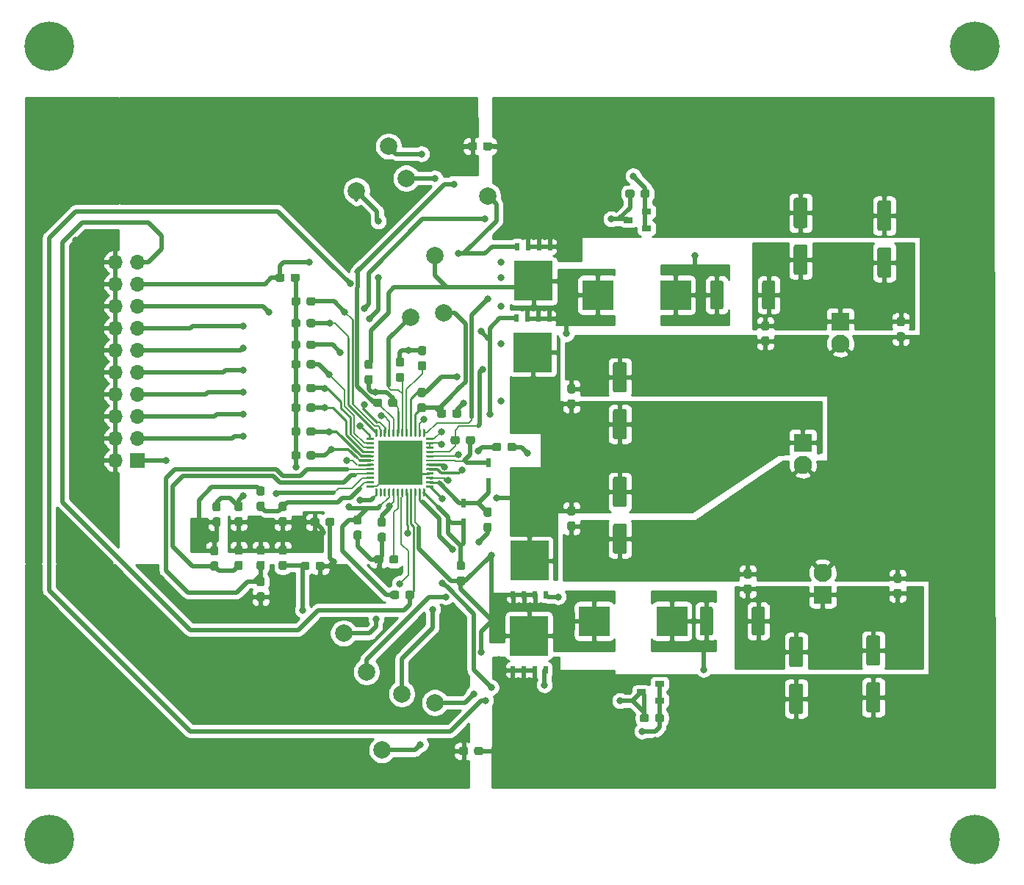
<source format=gtl>
%TF.GenerationSoftware,KiCad,Pcbnew,(5.1.6)-1*%
%TF.CreationDate,2020-10-29T17:58:23+05:30*%
%TF.ProjectId,LTC3884,4c544333-3838-4342-9e6b-696361645f70,rev?*%
%TF.SameCoordinates,Original*%
%TF.FileFunction,Copper,L1,Top*%
%TF.FilePolarity,Positive*%
%FSLAX46Y46*%
G04 Gerber Fmt 4.6, Leading zero omitted, Abs format (unit mm)*
G04 Created by KiCad (PCBNEW (5.1.6)-1) date 2020-10-29 17:58:23*
%MOMM*%
%LPD*%
G01*
G04 APERTURE LIST*
%TA.AperFunction,ComponentPad*%
%ADD10C,5.700000*%
%TD*%
%TA.AperFunction,SMDPad,CuDef*%
%ADD11R,3.550000X3.500000*%
%TD*%
%TA.AperFunction,SMDPad,CuDef*%
%ADD12C,2.000000*%
%TD*%
%TA.AperFunction,SMDPad,CuDef*%
%ADD13R,0.500000X0.850000*%
%TD*%
%TA.AperFunction,Conductor*%
%ADD14R,4.410000X4.550000*%
%TD*%
%TA.AperFunction,SMDPad,CuDef*%
%ADD15R,5.150000X5.150000*%
%TD*%
%TA.AperFunction,SMDPad,CuDef*%
%ADD16R,0.500000X1.075000*%
%TD*%
%TA.AperFunction,SMDPad,CuDef*%
%ADD17R,1.100000X0.650000*%
%TD*%
%TA.AperFunction,ComponentPad*%
%ADD18R,2.100000X2.100000*%
%TD*%
%TA.AperFunction,ComponentPad*%
%ADD19C,2.100000*%
%TD*%
%TA.AperFunction,ComponentPad*%
%ADD20R,1.700000X1.700000*%
%TD*%
%TA.AperFunction,ComponentPad*%
%ADD21O,1.700000X1.700000*%
%TD*%
%TA.AperFunction,ViaPad*%
%ADD22C,0.800000*%
%TD*%
%TA.AperFunction,Conductor*%
%ADD23C,0.500000*%
%TD*%
%TA.AperFunction,Conductor*%
%ADD24C,0.250000*%
%TD*%
%TA.AperFunction,Conductor*%
%ADD25C,0.200000*%
%TD*%
%TA.AperFunction,Conductor*%
%ADD26C,0.300000*%
%TD*%
%TA.AperFunction,Conductor*%
%ADD27C,0.254000*%
%TD*%
G04 APERTURE END LIST*
D10*
%TO.P,REF\u002A\u002A,1*%
%TO.N,N/C*%
X130810000Y-158750000D03*
%TD*%
%TO.P,REF\u002A\u002A,1*%
%TO.N,N/C*%
X237490000Y-158750000D03*
%TD*%
%TO.P,REF\u002A\u002A,1*%
%TO.N,N/C*%
X130810000Y-67310000D03*
%TD*%
%TO.P,REF\u002A\u002A,1*%
%TO.N,N/C*%
X237490000Y-67310000D03*
%TD*%
%TO.P,C25,2*%
%TO.N,GND*%
%TA.AperFunction,SMDPad,CuDef*%
G36*
G01*
X181118500Y-122270000D02*
X181593500Y-122270000D01*
G75*
G02*
X181831000Y-122507500I0J-237500D01*
G01*
X181831000Y-123082500D01*
G75*
G02*
X181593500Y-123320000I-237500J0D01*
G01*
X181118500Y-123320000D01*
G75*
G02*
X180881000Y-123082500I0J237500D01*
G01*
X180881000Y-122507500D01*
G75*
G02*
X181118500Y-122270000I237500J0D01*
G01*
G37*
%TD.AperFunction*%
%TO.P,C25,1*%
%TO.N,Net-(C25-Pad1)*%
%TA.AperFunction,SMDPad,CuDef*%
G36*
G01*
X181118500Y-120520000D02*
X181593500Y-120520000D01*
G75*
G02*
X181831000Y-120757500I0J-237500D01*
G01*
X181831000Y-121332500D01*
G75*
G02*
X181593500Y-121570000I-237500J0D01*
G01*
X181118500Y-121570000D01*
G75*
G02*
X180881000Y-121332500I0J237500D01*
G01*
X180881000Y-120757500D01*
G75*
G02*
X181118500Y-120520000I237500J0D01*
G01*
G37*
%TD.AperFunction*%
%TD*%
%TO.P,R27,2*%
%TO.N,Net-(L2-Pad2)*%
%TA.AperFunction,SMDPad,CuDef*%
G36*
G01*
X207325000Y-132178999D02*
X207325000Y-135029001D01*
G75*
G02*
X207075001Y-135279000I-249999J0D01*
G01*
X206049999Y-135279000D01*
G75*
G02*
X205800000Y-135029001I0J249999D01*
G01*
X205800000Y-132178999D01*
G75*
G02*
X206049999Y-131929000I249999J0D01*
G01*
X207075001Y-131929000D01*
G75*
G02*
X207325000Y-132178999I0J-249999D01*
G01*
G37*
%TD.AperFunction*%
%TO.P,R27,1*%
%TO.N,/V1*%
%TA.AperFunction,SMDPad,CuDef*%
G36*
G01*
X213300000Y-132178999D02*
X213300000Y-135029001D01*
G75*
G02*
X213050001Y-135279000I-249999J0D01*
G01*
X212024999Y-135279000D01*
G75*
G02*
X211775000Y-135029001I0J249999D01*
G01*
X211775000Y-132178999D01*
G75*
G02*
X212024999Y-131929000I249999J0D01*
G01*
X213050001Y-131929000D01*
G75*
G02*
X213300000Y-132178999I0J-249999D01*
G01*
G37*
%TD.AperFunction*%
%TD*%
%TO.P,R26,2*%
%TO.N,Net-(L1-Pad2)*%
%TA.AperFunction,SMDPad,CuDef*%
G36*
G01*
X208534500Y-94586999D02*
X208534500Y-97437001D01*
G75*
G02*
X208284501Y-97687000I-249999J0D01*
G01*
X207259499Y-97687000D01*
G75*
G02*
X207009500Y-97437001I0J249999D01*
G01*
X207009500Y-94586999D01*
G75*
G02*
X207259499Y-94337000I249999J0D01*
G01*
X208284501Y-94337000D01*
G75*
G02*
X208534500Y-94586999I0J-249999D01*
G01*
G37*
%TD.AperFunction*%
%TO.P,R26,1*%
%TO.N,/V0*%
%TA.AperFunction,SMDPad,CuDef*%
G36*
G01*
X214509500Y-94586999D02*
X214509500Y-97437001D01*
G75*
G02*
X214259501Y-97687000I-249999J0D01*
G01*
X213234499Y-97687000D01*
G75*
G02*
X212984500Y-97437001I0J249999D01*
G01*
X212984500Y-94586999D01*
G75*
G02*
X213234499Y-94337000I249999J0D01*
G01*
X214259501Y-94337000D01*
G75*
G02*
X214509500Y-94586999I0J-249999D01*
G01*
G37*
%TD.AperFunction*%
%TD*%
D11*
%TO.P,L2,2*%
%TO.N,Net-(L2-Pad2)*%
X202595000Y-133604000D03*
%TO.P,L2,1*%
%TO.N,/SW1*%
X193645000Y-133604000D03*
%TD*%
%TO.P,L1,2*%
%TO.N,Net-(L1-Pad2)*%
X203006000Y-96012000D03*
%TO.P,L1,1*%
%TO.N,/SW0*%
X194056000Y-96012000D03*
%TD*%
%TO.P,C22,2*%
%TO.N,/PGND*%
%TA.AperFunction,SMDPad,CuDef*%
G36*
G01*
X197146000Y-107254000D02*
X196046000Y-107254000D01*
G75*
G02*
X195796000Y-107004000I0J250000D01*
G01*
X195796000Y-104004000D01*
G75*
G02*
X196046000Y-103754000I250000J0D01*
G01*
X197146000Y-103754000D01*
G75*
G02*
X197396000Y-104004000I0J-250000D01*
G01*
X197396000Y-107004000D01*
G75*
G02*
X197146000Y-107254000I-250000J0D01*
G01*
G37*
%TD.AperFunction*%
%TO.P,C22,1*%
%TO.N,/VIN*%
%TA.AperFunction,SMDPad,CuDef*%
G36*
G01*
X197146000Y-112654000D02*
X196046000Y-112654000D01*
G75*
G02*
X195796000Y-112404000I0J250000D01*
G01*
X195796000Y-109404000D01*
G75*
G02*
X196046000Y-109154000I250000J0D01*
G01*
X197146000Y-109154000D01*
G75*
G02*
X197396000Y-109404000I0J-250000D01*
G01*
X197396000Y-112404000D01*
G75*
G02*
X197146000Y-112654000I-250000J0D01*
G01*
G37*
%TD.AperFunction*%
%TD*%
%TO.P,C21,2*%
%TO.N,/PGND*%
%TA.AperFunction,SMDPad,CuDef*%
G36*
G01*
X196046000Y-122362000D02*
X197146000Y-122362000D01*
G75*
G02*
X197396000Y-122612000I0J-250000D01*
G01*
X197396000Y-125612000D01*
G75*
G02*
X197146000Y-125862000I-250000J0D01*
G01*
X196046000Y-125862000D01*
G75*
G02*
X195796000Y-125612000I0J250000D01*
G01*
X195796000Y-122612000D01*
G75*
G02*
X196046000Y-122362000I250000J0D01*
G01*
G37*
%TD.AperFunction*%
%TO.P,C21,1*%
%TO.N,/VIN*%
%TA.AperFunction,SMDPad,CuDef*%
G36*
G01*
X196046000Y-116962000D02*
X197146000Y-116962000D01*
G75*
G02*
X197396000Y-117212000I0J-250000D01*
G01*
X197396000Y-120212000D01*
G75*
G02*
X197146000Y-120462000I-250000J0D01*
G01*
X196046000Y-120462000D01*
G75*
G02*
X195796000Y-120212000I0J250000D01*
G01*
X195796000Y-117212000D01*
G75*
G02*
X196046000Y-116962000I250000J0D01*
G01*
G37*
%TD.AperFunction*%
%TD*%
%TO.P,C17,2*%
%TO.N,/PGND*%
%TA.AperFunction,SMDPad,CuDef*%
G36*
G01*
X216366000Y-140810000D02*
X217466000Y-140810000D01*
G75*
G02*
X217716000Y-141060000I0J-250000D01*
G01*
X217716000Y-144060000D01*
G75*
G02*
X217466000Y-144310000I-250000J0D01*
G01*
X216366000Y-144310000D01*
G75*
G02*
X216116000Y-144060000I0J250000D01*
G01*
X216116000Y-141060000D01*
G75*
G02*
X216366000Y-140810000I250000J0D01*
G01*
G37*
%TD.AperFunction*%
%TO.P,C17,1*%
%TO.N,/V1*%
%TA.AperFunction,SMDPad,CuDef*%
G36*
G01*
X216366000Y-135410000D02*
X217466000Y-135410000D01*
G75*
G02*
X217716000Y-135660000I0J-250000D01*
G01*
X217716000Y-138660000D01*
G75*
G02*
X217466000Y-138910000I-250000J0D01*
G01*
X216366000Y-138910000D01*
G75*
G02*
X216116000Y-138660000I0J250000D01*
G01*
X216116000Y-135660000D01*
G75*
G02*
X216366000Y-135410000I250000J0D01*
G01*
G37*
%TD.AperFunction*%
%TD*%
%TO.P,C15,2*%
%TO.N,/PGND*%
%TA.AperFunction,SMDPad,CuDef*%
G36*
G01*
X225256000Y-140650000D02*
X226356000Y-140650000D01*
G75*
G02*
X226606000Y-140900000I0J-250000D01*
G01*
X226606000Y-143900000D01*
G75*
G02*
X226356000Y-144150000I-250000J0D01*
G01*
X225256000Y-144150000D01*
G75*
G02*
X225006000Y-143900000I0J250000D01*
G01*
X225006000Y-140900000D01*
G75*
G02*
X225256000Y-140650000I250000J0D01*
G01*
G37*
%TD.AperFunction*%
%TO.P,C15,1*%
%TO.N,/V1*%
%TA.AperFunction,SMDPad,CuDef*%
G36*
G01*
X225256000Y-135250000D02*
X226356000Y-135250000D01*
G75*
G02*
X226606000Y-135500000I0J-250000D01*
G01*
X226606000Y-138500000D01*
G75*
G02*
X226356000Y-138750000I-250000J0D01*
G01*
X225256000Y-138750000D01*
G75*
G02*
X225006000Y-138500000I0J250000D01*
G01*
X225006000Y-135500000D01*
G75*
G02*
X225256000Y-135250000I250000J0D01*
G01*
G37*
%TD.AperFunction*%
%TD*%
%TO.P,C14,2*%
%TO.N,/PGND*%
%TA.AperFunction,SMDPad,CuDef*%
G36*
G01*
X227626000Y-88618000D02*
X226526000Y-88618000D01*
G75*
G02*
X226276000Y-88368000I0J250000D01*
G01*
X226276000Y-85368000D01*
G75*
G02*
X226526000Y-85118000I250000J0D01*
G01*
X227626000Y-85118000D01*
G75*
G02*
X227876000Y-85368000I0J-250000D01*
G01*
X227876000Y-88368000D01*
G75*
G02*
X227626000Y-88618000I-250000J0D01*
G01*
G37*
%TD.AperFunction*%
%TO.P,C14,1*%
%TO.N,/V0*%
%TA.AperFunction,SMDPad,CuDef*%
G36*
G01*
X227626000Y-94018000D02*
X226526000Y-94018000D01*
G75*
G02*
X226276000Y-93768000I0J250000D01*
G01*
X226276000Y-90768000D01*
G75*
G02*
X226526000Y-90518000I250000J0D01*
G01*
X227626000Y-90518000D01*
G75*
G02*
X227876000Y-90768000I0J-250000D01*
G01*
X227876000Y-93768000D01*
G75*
G02*
X227626000Y-94018000I-250000J0D01*
G01*
G37*
%TD.AperFunction*%
%TD*%
%TO.P,C13,2*%
%TO.N,/PGND*%
%TA.AperFunction,SMDPad,CuDef*%
G36*
G01*
X217974000Y-88298000D02*
X216874000Y-88298000D01*
G75*
G02*
X216624000Y-88048000I0J250000D01*
G01*
X216624000Y-85048000D01*
G75*
G02*
X216874000Y-84798000I250000J0D01*
G01*
X217974000Y-84798000D01*
G75*
G02*
X218224000Y-85048000I0J-250000D01*
G01*
X218224000Y-88048000D01*
G75*
G02*
X217974000Y-88298000I-250000J0D01*
G01*
G37*
%TD.AperFunction*%
%TO.P,C13,1*%
%TO.N,/V0*%
%TA.AperFunction,SMDPad,CuDef*%
G36*
G01*
X217974000Y-93698000D02*
X216874000Y-93698000D01*
G75*
G02*
X216624000Y-93448000I0J250000D01*
G01*
X216624000Y-90448000D01*
G75*
G02*
X216874000Y-90198000I250000J0D01*
G01*
X217974000Y-90198000D01*
G75*
G02*
X218224000Y-90448000I0J-250000D01*
G01*
X218224000Y-93448000D01*
G75*
G02*
X217974000Y-93698000I-250000J0D01*
G01*
G37*
%TD.AperFunction*%
%TD*%
D12*
%TO.P,TP12,1*%
%TO.N,Net-(L2-Pad2)*%
X169164000Y-148463000D03*
%TD*%
%TO.P,TP11,1*%
%TO.N,Net-(L1-Pad2)*%
X169926000Y-78867000D03*
%TD*%
D13*
%TO.P,Q4,1*%
%TO.N,/PGND*%
X188545840Y-90430000D03*
%TO.P,Q4,2*%
X187275840Y-90430000D03*
%TO.P,Q4,3*%
X186005840Y-90430000D03*
%TO.P,Q4,4*%
%TO.N,/BG0*%
X184735840Y-90430000D03*
D14*
%TD*%
%TO.N,/SW0*%
%TO.C,Q4*%
X186640840Y-94380000D03*
%TO.P,U1,1*%
%TO.N,/V0*%
%TA.AperFunction,SMDPad,CuDef*%
G36*
G01*
X173947000Y-111466400D02*
X174072000Y-111466400D01*
G75*
G02*
X174134500Y-111528900I0J-62500D01*
G01*
X174134500Y-112278900D01*
G75*
G02*
X174072000Y-112341400I-62500J0D01*
G01*
X173947000Y-112341400D01*
G75*
G02*
X173884500Y-112278900I0J62500D01*
G01*
X173884500Y-111528900D01*
G75*
G02*
X173947000Y-111466400I62500J0D01*
G01*
G37*
%TD.AperFunction*%
%TO.P,U1,2*%
%TO.N,/PGND*%
%TA.AperFunction,SMDPad,CuDef*%
G36*
G01*
X173447000Y-111466400D02*
X173572000Y-111466400D01*
G75*
G02*
X173634500Y-111528900I0J-62500D01*
G01*
X173634500Y-112278900D01*
G75*
G02*
X173572000Y-112341400I-62500J0D01*
G01*
X173447000Y-112341400D01*
G75*
G02*
X173384500Y-112278900I0J62500D01*
G01*
X173384500Y-111528900D01*
G75*
G02*
X173447000Y-111466400I62500J0D01*
G01*
G37*
%TD.AperFunction*%
%TO.P,U1,3*%
%TO.N,Net-(C6-Pad1)*%
%TA.AperFunction,SMDPad,CuDef*%
G36*
G01*
X172947000Y-111466400D02*
X173072000Y-111466400D01*
G75*
G02*
X173134500Y-111528900I0J-62500D01*
G01*
X173134500Y-112278900D01*
G75*
G02*
X173072000Y-112341400I-62500J0D01*
G01*
X172947000Y-112341400D01*
G75*
G02*
X172884500Y-112278900I0J62500D01*
G01*
X172884500Y-111528900D01*
G75*
G02*
X172947000Y-111466400I62500J0D01*
G01*
G37*
%TD.AperFunction*%
%TO.P,U1,4*%
%TO.N,/V1*%
%TA.AperFunction,SMDPad,CuDef*%
G36*
G01*
X172447000Y-111466400D02*
X172572000Y-111466400D01*
G75*
G02*
X172634500Y-111528900I0J-62500D01*
G01*
X172634500Y-112278900D01*
G75*
G02*
X172572000Y-112341400I-62500J0D01*
G01*
X172447000Y-112341400D01*
G75*
G02*
X172384500Y-112278900I0J62500D01*
G01*
X172384500Y-111528900D01*
G75*
G02*
X172447000Y-111466400I62500J0D01*
G01*
G37*
%TD.AperFunction*%
%TO.P,U1,5*%
%TO.N,Net-(C4-Pad2)*%
%TA.AperFunction,SMDPad,CuDef*%
G36*
G01*
X171947000Y-111466400D02*
X172072000Y-111466400D01*
G75*
G02*
X172134500Y-111528900I0J-62500D01*
G01*
X172134500Y-112278900D01*
G75*
G02*
X172072000Y-112341400I-62500J0D01*
G01*
X171947000Y-112341400D01*
G75*
G02*
X171884500Y-112278900I0J62500D01*
G01*
X171884500Y-111528900D01*
G75*
G02*
X171947000Y-111466400I62500J0D01*
G01*
G37*
%TD.AperFunction*%
%TO.P,U1,6*%
%TO.N,Net-(C2-Pad2)*%
%TA.AperFunction,SMDPad,CuDef*%
G36*
G01*
X171447000Y-111466400D02*
X171572000Y-111466400D01*
G75*
G02*
X171634500Y-111528900I0J-62500D01*
G01*
X171634500Y-112278900D01*
G75*
G02*
X171572000Y-112341400I-62500J0D01*
G01*
X171447000Y-112341400D01*
G75*
G02*
X171384500Y-112278900I0J62500D01*
G01*
X171384500Y-111528900D01*
G75*
G02*
X171447000Y-111466400I62500J0D01*
G01*
G37*
%TD.AperFunction*%
%TO.P,U1,7*%
%TO.N,Net-(C5-Pad1)*%
%TA.AperFunction,SMDPad,CuDef*%
G36*
G01*
X170947000Y-111466400D02*
X171072000Y-111466400D01*
G75*
G02*
X171134500Y-111528900I0J-62500D01*
G01*
X171134500Y-112278900D01*
G75*
G02*
X171072000Y-112341400I-62500J0D01*
G01*
X170947000Y-112341400D01*
G75*
G02*
X170884500Y-112278900I0J62500D01*
G01*
X170884500Y-111528900D01*
G75*
G02*
X170947000Y-111466400I62500J0D01*
G01*
G37*
%TD.AperFunction*%
%TO.P,U1,8*%
%TO.N,/V0*%
%TA.AperFunction,SMDPad,CuDef*%
G36*
G01*
X170447000Y-111466400D02*
X170572000Y-111466400D01*
G75*
G02*
X170634500Y-111528900I0J-62500D01*
G01*
X170634500Y-112278900D01*
G75*
G02*
X170572000Y-112341400I-62500J0D01*
G01*
X170447000Y-112341400D01*
G75*
G02*
X170384500Y-112278900I0J62500D01*
G01*
X170384500Y-111528900D01*
G75*
G02*
X170447000Y-111466400I62500J0D01*
G01*
G37*
%TD.AperFunction*%
%TO.P,U1,9*%
%TO.N,Net-(C1-Pad1)*%
%TA.AperFunction,SMDPad,CuDef*%
G36*
G01*
X169947000Y-111466400D02*
X170072000Y-111466400D01*
G75*
G02*
X170134500Y-111528900I0J-62500D01*
G01*
X170134500Y-112278900D01*
G75*
G02*
X170072000Y-112341400I-62500J0D01*
G01*
X169947000Y-112341400D01*
G75*
G02*
X169884500Y-112278900I0J62500D01*
G01*
X169884500Y-111528900D01*
G75*
G02*
X169947000Y-111466400I62500J0D01*
G01*
G37*
%TD.AperFunction*%
%TO.P,U1,10*%
%TO.N,Net-(C3-Pad1)*%
%TA.AperFunction,SMDPad,CuDef*%
G36*
G01*
X169447000Y-111466400D02*
X169572000Y-111466400D01*
G75*
G02*
X169634500Y-111528900I0J-62500D01*
G01*
X169634500Y-112278900D01*
G75*
G02*
X169572000Y-112341400I-62500J0D01*
G01*
X169447000Y-112341400D01*
G75*
G02*
X169384500Y-112278900I0J62500D01*
G01*
X169384500Y-111528900D01*
G75*
G02*
X169447000Y-111466400I62500J0D01*
G01*
G37*
%TD.AperFunction*%
%TO.P,U1,11*%
%TO.N,/SYNC*%
%TA.AperFunction,SMDPad,CuDef*%
G36*
G01*
X168947000Y-111466400D02*
X169072000Y-111466400D01*
G75*
G02*
X169134500Y-111528900I0J-62500D01*
G01*
X169134500Y-112278900D01*
G75*
G02*
X169072000Y-112341400I-62500J0D01*
G01*
X168947000Y-112341400D01*
G75*
G02*
X168884500Y-112278900I0J62500D01*
G01*
X168884500Y-111528900D01*
G75*
G02*
X168947000Y-111466400I62500J0D01*
G01*
G37*
%TD.AperFunction*%
%TO.P,U1,12*%
%TO.N,/SCL*%
%TA.AperFunction,SMDPad,CuDef*%
G36*
G01*
X168447000Y-111466400D02*
X168572000Y-111466400D01*
G75*
G02*
X168634500Y-111528900I0J-62500D01*
G01*
X168634500Y-112278900D01*
G75*
G02*
X168572000Y-112341400I-62500J0D01*
G01*
X168447000Y-112341400D01*
G75*
G02*
X168384500Y-112278900I0J62500D01*
G01*
X168384500Y-111528900D01*
G75*
G02*
X168447000Y-111466400I62500J0D01*
G01*
G37*
%TD.AperFunction*%
%TO.P,U1,13*%
%TO.N,/SDA*%
%TA.AperFunction,SMDPad,CuDef*%
G36*
G01*
X167447000Y-112466400D02*
X168197000Y-112466400D01*
G75*
G02*
X168259500Y-112528900I0J-62500D01*
G01*
X168259500Y-112653900D01*
G75*
G02*
X168197000Y-112716400I-62500J0D01*
G01*
X167447000Y-112716400D01*
G75*
G02*
X167384500Y-112653900I0J62500D01*
G01*
X167384500Y-112528900D01*
G75*
G02*
X167447000Y-112466400I62500J0D01*
G01*
G37*
%TD.AperFunction*%
%TO.P,U1,14*%
%TO.N,/ALERT*%
%TA.AperFunction,SMDPad,CuDef*%
G36*
G01*
X167447000Y-112966400D02*
X168197000Y-112966400D01*
G75*
G02*
X168259500Y-113028900I0J-62500D01*
G01*
X168259500Y-113153900D01*
G75*
G02*
X168197000Y-113216400I-62500J0D01*
G01*
X167447000Y-113216400D01*
G75*
G02*
X167384500Y-113153900I0J62500D01*
G01*
X167384500Y-113028900D01*
G75*
G02*
X167447000Y-112966400I62500J0D01*
G01*
G37*
%TD.AperFunction*%
%TO.P,U1,15*%
%TO.N,/FAULT0*%
%TA.AperFunction,SMDPad,CuDef*%
G36*
G01*
X167447000Y-113466400D02*
X168197000Y-113466400D01*
G75*
G02*
X168259500Y-113528900I0J-62500D01*
G01*
X168259500Y-113653900D01*
G75*
G02*
X168197000Y-113716400I-62500J0D01*
G01*
X167447000Y-113716400D01*
G75*
G02*
X167384500Y-113653900I0J62500D01*
G01*
X167384500Y-113528900D01*
G75*
G02*
X167447000Y-113466400I62500J0D01*
G01*
G37*
%TD.AperFunction*%
%TO.P,U1,16*%
%TO.N,/FAULT1*%
%TA.AperFunction,SMDPad,CuDef*%
G36*
G01*
X167447000Y-113966400D02*
X168197000Y-113966400D01*
G75*
G02*
X168259500Y-114028900I0J-62500D01*
G01*
X168259500Y-114153900D01*
G75*
G02*
X168197000Y-114216400I-62500J0D01*
G01*
X167447000Y-114216400D01*
G75*
G02*
X167384500Y-114153900I0J62500D01*
G01*
X167384500Y-114028900D01*
G75*
G02*
X167447000Y-113966400I62500J0D01*
G01*
G37*
%TD.AperFunction*%
%TO.P,U1,17*%
%TO.N,/RUN0*%
%TA.AperFunction,SMDPad,CuDef*%
G36*
G01*
X167447000Y-114466400D02*
X168197000Y-114466400D01*
G75*
G02*
X168259500Y-114528900I0J-62500D01*
G01*
X168259500Y-114653900D01*
G75*
G02*
X168197000Y-114716400I-62500J0D01*
G01*
X167447000Y-114716400D01*
G75*
G02*
X167384500Y-114653900I0J62500D01*
G01*
X167384500Y-114528900D01*
G75*
G02*
X167447000Y-114466400I62500J0D01*
G01*
G37*
%TD.AperFunction*%
%TO.P,U1,18*%
%TO.N,/RUN1*%
%TA.AperFunction,SMDPad,CuDef*%
G36*
G01*
X167447000Y-114966400D02*
X168197000Y-114966400D01*
G75*
G02*
X168259500Y-115028900I0J-62500D01*
G01*
X168259500Y-115153900D01*
G75*
G02*
X168197000Y-115216400I-62500J0D01*
G01*
X167447000Y-115216400D01*
G75*
G02*
X167384500Y-115153900I0J62500D01*
G01*
X167384500Y-115028900D01*
G75*
G02*
X167447000Y-114966400I62500J0D01*
G01*
G37*
%TD.AperFunction*%
%TO.P,U1,19*%
%TO.N,/ASEL0*%
%TA.AperFunction,SMDPad,CuDef*%
G36*
G01*
X167447000Y-115466400D02*
X168197000Y-115466400D01*
G75*
G02*
X168259500Y-115528900I0J-62500D01*
G01*
X168259500Y-115653900D01*
G75*
G02*
X168197000Y-115716400I-62500J0D01*
G01*
X167447000Y-115716400D01*
G75*
G02*
X167384500Y-115653900I0J62500D01*
G01*
X167384500Y-115528900D01*
G75*
G02*
X167447000Y-115466400I62500J0D01*
G01*
G37*
%TD.AperFunction*%
%TO.P,U1,20*%
%TO.N,/ASEL1*%
%TA.AperFunction,SMDPad,CuDef*%
G36*
G01*
X167447000Y-115966400D02*
X168197000Y-115966400D01*
G75*
G02*
X168259500Y-116028900I0J-62500D01*
G01*
X168259500Y-116153900D01*
G75*
G02*
X168197000Y-116216400I-62500J0D01*
G01*
X167447000Y-116216400D01*
G75*
G02*
X167384500Y-116153900I0J62500D01*
G01*
X167384500Y-116028900D01*
G75*
G02*
X167447000Y-115966400I62500J0D01*
G01*
G37*
%TD.AperFunction*%
%TO.P,U1,21*%
%TO.N,Net-(R16-Pad1)*%
%TA.AperFunction,SMDPad,CuDef*%
G36*
G01*
X167447000Y-116466400D02*
X168197000Y-116466400D01*
G75*
G02*
X168259500Y-116528900I0J-62500D01*
G01*
X168259500Y-116653900D01*
G75*
G02*
X168197000Y-116716400I-62500J0D01*
G01*
X167447000Y-116716400D01*
G75*
G02*
X167384500Y-116653900I0J62500D01*
G01*
X167384500Y-116528900D01*
G75*
G02*
X167447000Y-116466400I62500J0D01*
G01*
G37*
%TD.AperFunction*%
%TO.P,U1,22*%
%TO.N,/Vout1*%
%TA.AperFunction,SMDPad,CuDef*%
G36*
G01*
X167447000Y-116966400D02*
X168197000Y-116966400D01*
G75*
G02*
X168259500Y-117028900I0J-62500D01*
G01*
X168259500Y-117153900D01*
G75*
G02*
X168197000Y-117216400I-62500J0D01*
G01*
X167447000Y-117216400D01*
G75*
G02*
X167384500Y-117153900I0J62500D01*
G01*
X167384500Y-117028900D01*
G75*
G02*
X167447000Y-116966400I62500J0D01*
G01*
G37*
%TD.AperFunction*%
%TO.P,U1,23*%
%TO.N,/Freq*%
%TA.AperFunction,SMDPad,CuDef*%
G36*
G01*
X167447000Y-117466400D02*
X168197000Y-117466400D01*
G75*
G02*
X168259500Y-117528900I0J-62500D01*
G01*
X168259500Y-117653900D01*
G75*
G02*
X168197000Y-117716400I-62500J0D01*
G01*
X167447000Y-117716400D01*
G75*
G02*
X167384500Y-117653900I0J62500D01*
G01*
X167384500Y-117528900D01*
G75*
G02*
X167447000Y-117466400I62500J0D01*
G01*
G37*
%TD.AperFunction*%
%TO.P,U1,24*%
%TO.N,GND*%
%TA.AperFunction,SMDPad,CuDef*%
G36*
G01*
X167447000Y-117966400D02*
X168197000Y-117966400D01*
G75*
G02*
X168259500Y-118028900I0J-62500D01*
G01*
X168259500Y-118153900D01*
G75*
G02*
X168197000Y-118216400I-62500J0D01*
G01*
X167447000Y-118216400D01*
G75*
G02*
X167384500Y-118153900I0J62500D01*
G01*
X167384500Y-118028900D01*
G75*
G02*
X167447000Y-117966400I62500J0D01*
G01*
G37*
%TD.AperFunction*%
%TO.P,U1,25*%
%TO.N,/VD25*%
%TA.AperFunction,SMDPad,CuDef*%
G36*
G01*
X168447000Y-118341400D02*
X168572000Y-118341400D01*
G75*
G02*
X168634500Y-118403900I0J-62500D01*
G01*
X168634500Y-119153900D01*
G75*
G02*
X168572000Y-119216400I-62500J0D01*
G01*
X168447000Y-119216400D01*
G75*
G02*
X168384500Y-119153900I0J62500D01*
G01*
X168384500Y-118403900D01*
G75*
G02*
X168447000Y-118341400I62500J0D01*
G01*
G37*
%TD.AperFunction*%
%TO.P,U1,26*%
%TO.N,Net-(U1-Pad26)*%
%TA.AperFunction,SMDPad,CuDef*%
G36*
G01*
X168947000Y-118341400D02*
X169072000Y-118341400D01*
G75*
G02*
X169134500Y-118403900I0J-62500D01*
G01*
X169134500Y-119153900D01*
G75*
G02*
X169072000Y-119216400I-62500J0D01*
G01*
X168947000Y-119216400D01*
G75*
G02*
X168884500Y-119153900I0J62500D01*
G01*
X168884500Y-118403900D01*
G75*
G02*
X168947000Y-118341400I62500J0D01*
G01*
G37*
%TD.AperFunction*%
%TO.P,U1,27*%
%TO.N,Net-(U1-Pad27)*%
%TA.AperFunction,SMDPad,CuDef*%
G36*
G01*
X169447000Y-118341400D02*
X169572000Y-118341400D01*
G75*
G02*
X169634500Y-118403900I0J-62500D01*
G01*
X169634500Y-119153900D01*
G75*
G02*
X169572000Y-119216400I-62500J0D01*
G01*
X169447000Y-119216400D01*
G75*
G02*
X169384500Y-119153900I0J62500D01*
G01*
X169384500Y-118403900D01*
G75*
G02*
X169447000Y-118341400I62500J0D01*
G01*
G37*
%TD.AperFunction*%
%TO.P,U1,28*%
%TO.N,/VD33*%
%TA.AperFunction,SMDPad,CuDef*%
G36*
G01*
X169947000Y-118341400D02*
X170072000Y-118341400D01*
G75*
G02*
X170134500Y-118403900I0J-62500D01*
G01*
X170134500Y-119153900D01*
G75*
G02*
X170072000Y-119216400I-62500J0D01*
G01*
X169947000Y-119216400D01*
G75*
G02*
X169884500Y-119153900I0J62500D01*
G01*
X169884500Y-118403900D01*
G75*
G02*
X169947000Y-118341400I62500J0D01*
G01*
G37*
%TD.AperFunction*%
%TO.P,U1,29*%
%TO.N,Net-(C10-Pad1)*%
%TA.AperFunction,SMDPad,CuDef*%
G36*
G01*
X170447000Y-118341400D02*
X170572000Y-118341400D01*
G75*
G02*
X170634500Y-118403900I0J-62500D01*
G01*
X170634500Y-119153900D01*
G75*
G02*
X170572000Y-119216400I-62500J0D01*
G01*
X170447000Y-119216400D01*
G75*
G02*
X170384500Y-119153900I0J62500D01*
G01*
X170384500Y-118403900D01*
G75*
G02*
X170447000Y-118341400I62500J0D01*
G01*
G37*
%TD.AperFunction*%
%TO.P,U1,30*%
%TO.N,Net-(C12-Pad1)*%
%TA.AperFunction,SMDPad,CuDef*%
G36*
G01*
X170947000Y-118341400D02*
X171072000Y-118341400D01*
G75*
G02*
X171134500Y-118403900I0J-62500D01*
G01*
X171134500Y-119153900D01*
G75*
G02*
X171072000Y-119216400I-62500J0D01*
G01*
X170947000Y-119216400D01*
G75*
G02*
X170884500Y-119153900I0J62500D01*
G01*
X170884500Y-118403900D01*
G75*
G02*
X170947000Y-118341400I62500J0D01*
G01*
G37*
%TD.AperFunction*%
%TO.P,U1,31*%
%TO.N,/PGND*%
%TA.AperFunction,SMDPad,CuDef*%
G36*
G01*
X171447000Y-118341400D02*
X171572000Y-118341400D01*
G75*
G02*
X171634500Y-118403900I0J-62500D01*
G01*
X171634500Y-119153900D01*
G75*
G02*
X171572000Y-119216400I-62500J0D01*
G01*
X171447000Y-119216400D01*
G75*
G02*
X171384500Y-119153900I0J62500D01*
G01*
X171384500Y-118403900D01*
G75*
G02*
X171447000Y-118341400I62500J0D01*
G01*
G37*
%TD.AperFunction*%
%TO.P,U1,32*%
%TO.N,/V1*%
%TA.AperFunction,SMDPad,CuDef*%
G36*
G01*
X171947000Y-118341400D02*
X172072000Y-118341400D01*
G75*
G02*
X172134500Y-118403900I0J-62500D01*
G01*
X172134500Y-119153900D01*
G75*
G02*
X172072000Y-119216400I-62500J0D01*
G01*
X171947000Y-119216400D01*
G75*
G02*
X171884500Y-119153900I0J62500D01*
G01*
X171884500Y-118403900D01*
G75*
G02*
X171947000Y-118341400I62500J0D01*
G01*
G37*
%TD.AperFunction*%
%TO.P,U1,33*%
%TO.N,/PGOOD1*%
%TA.AperFunction,SMDPad,CuDef*%
G36*
G01*
X172447000Y-118341400D02*
X172572000Y-118341400D01*
G75*
G02*
X172634500Y-118403900I0J-62500D01*
G01*
X172634500Y-119153900D01*
G75*
G02*
X172572000Y-119216400I-62500J0D01*
G01*
X172447000Y-119216400D01*
G75*
G02*
X172384500Y-119153900I0J62500D01*
G01*
X172384500Y-118403900D01*
G75*
G02*
X172447000Y-118341400I62500J0D01*
G01*
G37*
%TD.AperFunction*%
%TO.P,U1,34*%
%TO.N,/SW1*%
%TA.AperFunction,SMDPad,CuDef*%
G36*
G01*
X172947000Y-118341400D02*
X173072000Y-118341400D01*
G75*
G02*
X173134500Y-118403900I0J-62500D01*
G01*
X173134500Y-119153900D01*
G75*
G02*
X173072000Y-119216400I-62500J0D01*
G01*
X172947000Y-119216400D01*
G75*
G02*
X172884500Y-119153900I0J62500D01*
G01*
X172884500Y-118403900D01*
G75*
G02*
X172947000Y-118341400I62500J0D01*
G01*
G37*
%TD.AperFunction*%
%TO.P,U1,35*%
%TO.N,/TG1*%
%TA.AperFunction,SMDPad,CuDef*%
G36*
G01*
X173447000Y-118341400D02*
X173572000Y-118341400D01*
G75*
G02*
X173634500Y-118403900I0J-62500D01*
G01*
X173634500Y-119153900D01*
G75*
G02*
X173572000Y-119216400I-62500J0D01*
G01*
X173447000Y-119216400D01*
G75*
G02*
X173384500Y-119153900I0J62500D01*
G01*
X173384500Y-118403900D01*
G75*
G02*
X173447000Y-118341400I62500J0D01*
G01*
G37*
%TD.AperFunction*%
%TO.P,U1,36*%
%TO.N,Net-(C11-Pad1)*%
%TA.AperFunction,SMDPad,CuDef*%
G36*
G01*
X173947000Y-118341400D02*
X174072000Y-118341400D01*
G75*
G02*
X174134500Y-118403900I0J-62500D01*
G01*
X174134500Y-119153900D01*
G75*
G02*
X174072000Y-119216400I-62500J0D01*
G01*
X173947000Y-119216400D01*
G75*
G02*
X173884500Y-119153900I0J62500D01*
G01*
X173884500Y-118403900D01*
G75*
G02*
X173947000Y-118341400I62500J0D01*
G01*
G37*
%TD.AperFunction*%
%TO.P,U1,37*%
%TO.N,/BG1*%
%TA.AperFunction,SMDPad,CuDef*%
G36*
G01*
X174322000Y-117966400D02*
X175072000Y-117966400D01*
G75*
G02*
X175134500Y-118028900I0J-62500D01*
G01*
X175134500Y-118153900D01*
G75*
G02*
X175072000Y-118216400I-62500J0D01*
G01*
X174322000Y-118216400D01*
G75*
G02*
X174259500Y-118153900I0J62500D01*
G01*
X174259500Y-118028900D01*
G75*
G02*
X174322000Y-117966400I62500J0D01*
G01*
G37*
%TD.AperFunction*%
%TO.P,U1,38*%
%TO.N,Net-(C25-Pad1)*%
%TA.AperFunction,SMDPad,CuDef*%
G36*
G01*
X174322000Y-117466400D02*
X175072000Y-117466400D01*
G75*
G02*
X175134500Y-117528900I0J-62500D01*
G01*
X175134500Y-117653900D01*
G75*
G02*
X175072000Y-117716400I-62500J0D01*
G01*
X174322000Y-117716400D01*
G75*
G02*
X174259500Y-117653900I0J62500D01*
G01*
X174259500Y-117528900D01*
G75*
G02*
X174322000Y-117466400I62500J0D01*
G01*
G37*
%TD.AperFunction*%
%TO.P,U1,39*%
%TO.N,/VIN*%
%TA.AperFunction,SMDPad,CuDef*%
G36*
G01*
X174322000Y-116966400D02*
X175072000Y-116966400D01*
G75*
G02*
X175134500Y-117028900I0J-62500D01*
G01*
X175134500Y-117153900D01*
G75*
G02*
X175072000Y-117216400I-62500J0D01*
G01*
X174322000Y-117216400D01*
G75*
G02*
X174259500Y-117153900I0J62500D01*
G01*
X174259500Y-117028900D01*
G75*
G02*
X174322000Y-116966400I62500J0D01*
G01*
G37*
%TD.AperFunction*%
%TO.P,U1,40*%
%TO.N,GND*%
%TA.AperFunction,SMDPad,CuDef*%
G36*
G01*
X174322000Y-116466400D02*
X175072000Y-116466400D01*
G75*
G02*
X175134500Y-116528900I0J-62500D01*
G01*
X175134500Y-116653900D01*
G75*
G02*
X175072000Y-116716400I-62500J0D01*
G01*
X174322000Y-116716400D01*
G75*
G02*
X174259500Y-116653900I0J62500D01*
G01*
X174259500Y-116528900D01*
G75*
G02*
X174322000Y-116466400I62500J0D01*
G01*
G37*
%TD.AperFunction*%
%TO.P,U1,41*%
%TO.N,/PGND*%
%TA.AperFunction,SMDPad,CuDef*%
G36*
G01*
X174322000Y-115966400D02*
X175072000Y-115966400D01*
G75*
G02*
X175134500Y-116028900I0J-62500D01*
G01*
X175134500Y-116153900D01*
G75*
G02*
X175072000Y-116216400I-62500J0D01*
G01*
X174322000Y-116216400D01*
G75*
G02*
X174259500Y-116153900I0J62500D01*
G01*
X174259500Y-116028900D01*
G75*
G02*
X174322000Y-115966400I62500J0D01*
G01*
G37*
%TD.AperFunction*%
%TO.P,U1,42*%
%TO.N,/BG0*%
%TA.AperFunction,SMDPad,CuDef*%
G36*
G01*
X174322000Y-115466400D02*
X175072000Y-115466400D01*
G75*
G02*
X175134500Y-115528900I0J-62500D01*
G01*
X175134500Y-115653900D01*
G75*
G02*
X175072000Y-115716400I-62500J0D01*
G01*
X174322000Y-115716400D01*
G75*
G02*
X174259500Y-115653900I0J62500D01*
G01*
X174259500Y-115528900D01*
G75*
G02*
X174322000Y-115466400I62500J0D01*
G01*
G37*
%TD.AperFunction*%
%TO.P,U1,43*%
%TO.N,Net-(C7-Pad1)*%
%TA.AperFunction,SMDPad,CuDef*%
G36*
G01*
X174322000Y-114966400D02*
X175072000Y-114966400D01*
G75*
G02*
X175134500Y-115028900I0J-62500D01*
G01*
X175134500Y-115153900D01*
G75*
G02*
X175072000Y-115216400I-62500J0D01*
G01*
X174322000Y-115216400D01*
G75*
G02*
X174259500Y-115153900I0J62500D01*
G01*
X174259500Y-115028900D01*
G75*
G02*
X174322000Y-114966400I62500J0D01*
G01*
G37*
%TD.AperFunction*%
%TO.P,U1,44*%
%TO.N,/TG0*%
%TA.AperFunction,SMDPad,CuDef*%
G36*
G01*
X174322000Y-114466400D02*
X175072000Y-114466400D01*
G75*
G02*
X175134500Y-114528900I0J-62500D01*
G01*
X175134500Y-114653900D01*
G75*
G02*
X175072000Y-114716400I-62500J0D01*
G01*
X174322000Y-114716400D01*
G75*
G02*
X174259500Y-114653900I0J62500D01*
G01*
X174259500Y-114528900D01*
G75*
G02*
X174322000Y-114466400I62500J0D01*
G01*
G37*
%TD.AperFunction*%
%TO.P,U1,45*%
%TO.N,/SW0*%
%TA.AperFunction,SMDPad,CuDef*%
G36*
G01*
X174322000Y-113966400D02*
X175072000Y-113966400D01*
G75*
G02*
X175134500Y-114028900I0J-62500D01*
G01*
X175134500Y-114153900D01*
G75*
G02*
X175072000Y-114216400I-62500J0D01*
G01*
X174322000Y-114216400D01*
G75*
G02*
X174259500Y-114153900I0J62500D01*
G01*
X174259500Y-114028900D01*
G75*
G02*
X174322000Y-113966400I62500J0D01*
G01*
G37*
%TD.AperFunction*%
%TO.P,U1,46*%
%TO.N,/VIN*%
%TA.AperFunction,SMDPad,CuDef*%
G36*
G01*
X174322000Y-113466400D02*
X175072000Y-113466400D01*
G75*
G02*
X175134500Y-113528900I0J-62500D01*
G01*
X175134500Y-113653900D01*
G75*
G02*
X175072000Y-113716400I-62500J0D01*
G01*
X174322000Y-113716400D01*
G75*
G02*
X174259500Y-113653900I0J62500D01*
G01*
X174259500Y-113528900D01*
G75*
G02*
X174322000Y-113466400I62500J0D01*
G01*
G37*
%TD.AperFunction*%
%TO.P,U1,47*%
%TA.AperFunction,SMDPad,CuDef*%
G36*
G01*
X174322000Y-112966400D02*
X175072000Y-112966400D01*
G75*
G02*
X175134500Y-113028900I0J-62500D01*
G01*
X175134500Y-113153900D01*
G75*
G02*
X175072000Y-113216400I-62500J0D01*
G01*
X174322000Y-113216400D01*
G75*
G02*
X174259500Y-113153900I0J62500D01*
G01*
X174259500Y-113028900D01*
G75*
G02*
X174322000Y-112966400I62500J0D01*
G01*
G37*
%TD.AperFunction*%
%TO.P,U1,48*%
%TO.N,/PGOOD0*%
%TA.AperFunction,SMDPad,CuDef*%
G36*
G01*
X174322000Y-112466400D02*
X175072000Y-112466400D01*
G75*
G02*
X175134500Y-112528900I0J-62500D01*
G01*
X175134500Y-112653900D01*
G75*
G02*
X175072000Y-112716400I-62500J0D01*
G01*
X174322000Y-112716400D01*
G75*
G02*
X174259500Y-112653900I0J62500D01*
G01*
X174259500Y-112528900D01*
G75*
G02*
X174322000Y-112466400I62500J0D01*
G01*
G37*
%TD.AperFunction*%
D15*
%TO.P,U1,49*%
%TO.N,GND*%
X171259500Y-115341400D03*
%TD*%
D14*
%TO.N,/SW1*%
%TO.C,Q6*%
X186110880Y-135286800D03*
D13*
%TD*%
%TO.P,Q6,4*%
%TO.N,/BG1*%
X188015880Y-139236800D03*
%TO.P,Q6,3*%
%TO.N,/PGND*%
X186745880Y-139236800D03*
%TO.P,Q6,2*%
X185475880Y-139236800D03*
%TO.P,Q6,1*%
X184205880Y-139236800D03*
%TD*%
%TO.P,Q5,1*%
%TO.N,/SW1*%
X184266840Y-130575640D03*
%TO.P,Q5,2*%
X185536840Y-130575640D03*
%TO.P,Q5,3*%
X186806840Y-130575640D03*
%TO.P,Q5,4*%
%TO.N,/TG1*%
X188076840Y-130575640D03*
D14*
%TD*%
%TO.N,/VIN*%
%TO.C,Q5*%
X186171840Y-126625640D03*
%TO.P,C2,1*%
%TO.N,GND*%
%TA.AperFunction,SMDPad,CuDef*%
G36*
G01*
X171012500Y-103225000D02*
X171487500Y-103225000D01*
G75*
G02*
X171725000Y-103462500I0J-237500D01*
G01*
X171725000Y-104037500D01*
G75*
G02*
X171487500Y-104275000I-237500J0D01*
G01*
X171012500Y-104275000D01*
G75*
G02*
X170775000Y-104037500I0J237500D01*
G01*
X170775000Y-103462500D01*
G75*
G02*
X171012500Y-103225000I237500J0D01*
G01*
G37*
%TD.AperFunction*%
%TO.P,C2,2*%
%TO.N,Net-(C2-Pad2)*%
%TA.AperFunction,SMDPad,CuDef*%
G36*
G01*
X171012500Y-104975000D02*
X171487500Y-104975000D01*
G75*
G02*
X171725000Y-105212500I0J-237500D01*
G01*
X171725000Y-105787500D01*
G75*
G02*
X171487500Y-106025000I-237500J0D01*
G01*
X171012500Y-106025000D01*
G75*
G02*
X170775000Y-105787500I0J237500D01*
G01*
X170775000Y-105212500D01*
G75*
G02*
X171012500Y-104975000I237500J0D01*
G01*
G37*
%TD.AperFunction*%
%TD*%
%TO.P,C3,2*%
%TO.N,GND*%
%TA.AperFunction,SMDPad,CuDef*%
G36*
G01*
X198978000Y-84565500D02*
X198978000Y-84090500D01*
G75*
G02*
X199215500Y-83853000I237500J0D01*
G01*
X199790500Y-83853000D01*
G75*
G02*
X200028000Y-84090500I0J-237500D01*
G01*
X200028000Y-84565500D01*
G75*
G02*
X199790500Y-84803000I-237500J0D01*
G01*
X199215500Y-84803000D01*
G75*
G02*
X198978000Y-84565500I0J237500D01*
G01*
G37*
%TD.AperFunction*%
%TO.P,C3,1*%
%TO.N,Net-(C3-Pad1)*%
%TA.AperFunction,SMDPad,CuDef*%
G36*
G01*
X197228000Y-84565500D02*
X197228000Y-84090500D01*
G75*
G02*
X197465500Y-83853000I237500J0D01*
G01*
X198040500Y-83853000D01*
G75*
G02*
X198278000Y-84090500I0J-237500D01*
G01*
X198278000Y-84565500D01*
G75*
G02*
X198040500Y-84803000I-237500J0D01*
G01*
X197465500Y-84803000D01*
G75*
G02*
X197228000Y-84565500I0J237500D01*
G01*
G37*
%TD.AperFunction*%
%TD*%
%TO.P,C4,2*%
%TO.N,Net-(C4-Pad2)*%
%TA.AperFunction,SMDPad,CuDef*%
G36*
G01*
X173562000Y-103650500D02*
X174037000Y-103650500D01*
G75*
G02*
X174274500Y-103888000I0J-237500D01*
G01*
X174274500Y-104463000D01*
G75*
G02*
X174037000Y-104700500I-237500J0D01*
G01*
X173562000Y-104700500D01*
G75*
G02*
X173324500Y-104463000I0J237500D01*
G01*
X173324500Y-103888000D01*
G75*
G02*
X173562000Y-103650500I237500J0D01*
G01*
G37*
%TD.AperFunction*%
%TO.P,C4,1*%
%TO.N,GND*%
%TA.AperFunction,SMDPad,CuDef*%
G36*
G01*
X173562000Y-101900500D02*
X174037000Y-101900500D01*
G75*
G02*
X174274500Y-102138000I0J-237500D01*
G01*
X174274500Y-102713000D01*
G75*
G02*
X174037000Y-102950500I-237500J0D01*
G01*
X173562000Y-102950500D01*
G75*
G02*
X173324500Y-102713000I0J237500D01*
G01*
X173324500Y-102138000D01*
G75*
G02*
X173562000Y-101900500I237500J0D01*
G01*
G37*
%TD.AperFunction*%
%TD*%
%TO.P,C5,2*%
%TO.N,/V0*%
%TA.AperFunction,SMDPad,CuDef*%
G36*
G01*
X169195000Y-108195100D02*
X169195000Y-108670100D01*
G75*
G02*
X168957500Y-108907600I-237500J0D01*
G01*
X168382500Y-108907600D01*
G75*
G02*
X168145000Y-108670100I0J237500D01*
G01*
X168145000Y-108195100D01*
G75*
G02*
X168382500Y-107957600I237500J0D01*
G01*
X168957500Y-107957600D01*
G75*
G02*
X169195000Y-108195100I0J-237500D01*
G01*
G37*
%TD.AperFunction*%
%TO.P,C5,1*%
%TO.N,Net-(C5-Pad1)*%
%TA.AperFunction,SMDPad,CuDef*%
G36*
G01*
X170945000Y-108195100D02*
X170945000Y-108670100D01*
G75*
G02*
X170707500Y-108907600I-237500J0D01*
G01*
X170132500Y-108907600D01*
G75*
G02*
X169895000Y-108670100I0J237500D01*
G01*
X169895000Y-108195100D01*
G75*
G02*
X170132500Y-107957600I237500J0D01*
G01*
X170707500Y-107957600D01*
G75*
G02*
X170945000Y-108195100I0J-237500D01*
G01*
G37*
%TD.AperFunction*%
%TD*%
%TO.P,C6,1*%
%TO.N,Net-(C6-Pad1)*%
%TA.AperFunction,SMDPad,CuDef*%
G36*
G01*
X173987500Y-109525000D02*
X173512500Y-109525000D01*
G75*
G02*
X173275000Y-109287500I0J237500D01*
G01*
X173275000Y-108712500D01*
G75*
G02*
X173512500Y-108475000I237500J0D01*
G01*
X173987500Y-108475000D01*
G75*
G02*
X174225000Y-108712500I0J-237500D01*
G01*
X174225000Y-109287500D01*
G75*
G02*
X173987500Y-109525000I-237500J0D01*
G01*
G37*
%TD.AperFunction*%
%TO.P,C6,2*%
%TO.N,/V1*%
%TA.AperFunction,SMDPad,CuDef*%
G36*
G01*
X173987500Y-107775000D02*
X173512500Y-107775000D01*
G75*
G02*
X173275000Y-107537500I0J237500D01*
G01*
X173275000Y-106962500D01*
G75*
G02*
X173512500Y-106725000I237500J0D01*
G01*
X173987500Y-106725000D01*
G75*
G02*
X174225000Y-106962500I0J-237500D01*
G01*
X174225000Y-107537500D01*
G75*
G02*
X173987500Y-107775000I-237500J0D01*
G01*
G37*
%TD.AperFunction*%
%TD*%
%TO.P,C7,1*%
%TO.N,Net-(C7-Pad1)*%
%TA.AperFunction,SMDPad,CuDef*%
G36*
G01*
X179892120Y-112512500D02*
X179892120Y-112987500D01*
G75*
G02*
X179654620Y-113225000I-237500J0D01*
G01*
X179079620Y-113225000D01*
G75*
G02*
X178842120Y-112987500I0J237500D01*
G01*
X178842120Y-112512500D01*
G75*
G02*
X179079620Y-112275000I237500J0D01*
G01*
X179654620Y-112275000D01*
G75*
G02*
X179892120Y-112512500I0J-237500D01*
G01*
G37*
%TD.AperFunction*%
%TO.P,C7,2*%
%TO.N,/SW0*%
%TA.AperFunction,SMDPad,CuDef*%
G36*
G01*
X178142120Y-112512500D02*
X178142120Y-112987500D01*
G75*
G02*
X177904620Y-113225000I-237500J0D01*
G01*
X177329620Y-113225000D01*
G75*
G02*
X177092120Y-112987500I0J237500D01*
G01*
X177092120Y-112512500D01*
G75*
G02*
X177329620Y-112275000I237500J0D01*
G01*
X177904620Y-112275000D01*
G75*
G02*
X178142120Y-112512500I0J-237500D01*
G01*
G37*
%TD.AperFunction*%
%TD*%
%TO.P,C8,1*%
%TO.N,GND*%
%TA.AperFunction,SMDPad,CuDef*%
G36*
G01*
X163706000Y-121936500D02*
X163706000Y-122411500D01*
G75*
G02*
X163468500Y-122649000I-237500J0D01*
G01*
X162893500Y-122649000D01*
G75*
G02*
X162656000Y-122411500I0J237500D01*
G01*
X162656000Y-121936500D01*
G75*
G02*
X162893500Y-121699000I237500J0D01*
G01*
X163468500Y-121699000D01*
G75*
G02*
X163706000Y-121936500I0J-237500D01*
G01*
G37*
%TD.AperFunction*%
%TO.P,C8,2*%
%TO.N,/VD25*%
%TA.AperFunction,SMDPad,CuDef*%
G36*
G01*
X161956000Y-121936500D02*
X161956000Y-122411500D01*
G75*
G02*
X161718500Y-122649000I-237500J0D01*
G01*
X161143500Y-122649000D01*
G75*
G02*
X160906000Y-122411500I0J237500D01*
G01*
X160906000Y-121936500D01*
G75*
G02*
X161143500Y-121699000I237500J0D01*
G01*
X161718500Y-121699000D01*
G75*
G02*
X161956000Y-121936500I0J-237500D01*
G01*
G37*
%TD.AperFunction*%
%TD*%
%TO.P,C9,2*%
%TO.N,/VD33*%
%TA.AperFunction,SMDPad,CuDef*%
G36*
G01*
X166607500Y-122473000D02*
X166132500Y-122473000D01*
G75*
G02*
X165895000Y-122235500I0J237500D01*
G01*
X165895000Y-121660500D01*
G75*
G02*
X166132500Y-121423000I237500J0D01*
G01*
X166607500Y-121423000D01*
G75*
G02*
X166845000Y-121660500I0J-237500D01*
G01*
X166845000Y-122235500D01*
G75*
G02*
X166607500Y-122473000I-237500J0D01*
G01*
G37*
%TD.AperFunction*%
%TO.P,C9,1*%
%TO.N,GND*%
%TA.AperFunction,SMDPad,CuDef*%
G36*
G01*
X166607500Y-124223000D02*
X166132500Y-124223000D01*
G75*
G02*
X165895000Y-123985500I0J237500D01*
G01*
X165895000Y-123410500D01*
G75*
G02*
X166132500Y-123173000I237500J0D01*
G01*
X166607500Y-123173000D01*
G75*
G02*
X166845000Y-123410500I0J-237500D01*
G01*
X166845000Y-123985500D01*
G75*
G02*
X166607500Y-124223000I-237500J0D01*
G01*
G37*
%TD.AperFunction*%
%TD*%
%TO.P,C10,1*%
%TO.N,Net-(C10-Pad1)*%
%TA.AperFunction,SMDPad,CuDef*%
G36*
G01*
X168926500Y-121677000D02*
X169401500Y-121677000D01*
G75*
G02*
X169639000Y-121914500I0J-237500D01*
G01*
X169639000Y-122489500D01*
G75*
G02*
X169401500Y-122727000I-237500J0D01*
G01*
X168926500Y-122727000D01*
G75*
G02*
X168689000Y-122489500I0J237500D01*
G01*
X168689000Y-121914500D01*
G75*
G02*
X168926500Y-121677000I237500J0D01*
G01*
G37*
%TD.AperFunction*%
%TO.P,C10,2*%
%TO.N,GND*%
%TA.AperFunction,SMDPad,CuDef*%
G36*
G01*
X168926500Y-123427000D02*
X169401500Y-123427000D01*
G75*
G02*
X169639000Y-123664500I0J-237500D01*
G01*
X169639000Y-124239500D01*
G75*
G02*
X169401500Y-124477000I-237500J0D01*
G01*
X168926500Y-124477000D01*
G75*
G02*
X168689000Y-124239500I0J237500D01*
G01*
X168689000Y-123664500D01*
G75*
G02*
X168926500Y-123427000I237500J0D01*
G01*
G37*
%TD.AperFunction*%
%TD*%
%TO.P,C11,2*%
%TO.N,/SW1*%
%TA.AperFunction,SMDPad,CuDef*%
G36*
G01*
X178034940Y-128440960D02*
X178509940Y-128440960D01*
G75*
G02*
X178747440Y-128678460I0J-237500D01*
G01*
X178747440Y-129253460D01*
G75*
G02*
X178509940Y-129490960I-237500J0D01*
G01*
X178034940Y-129490960D01*
G75*
G02*
X177797440Y-129253460I0J237500D01*
G01*
X177797440Y-128678460D01*
G75*
G02*
X178034940Y-128440960I237500J0D01*
G01*
G37*
%TD.AperFunction*%
%TO.P,C11,1*%
%TO.N,Net-(C11-Pad1)*%
%TA.AperFunction,SMDPad,CuDef*%
G36*
G01*
X178034940Y-126690960D02*
X178509940Y-126690960D01*
G75*
G02*
X178747440Y-126928460I0J-237500D01*
G01*
X178747440Y-127503460D01*
G75*
G02*
X178509940Y-127740960I-237500J0D01*
G01*
X178034940Y-127740960D01*
G75*
G02*
X177797440Y-127503460I0J237500D01*
G01*
X177797440Y-126928460D01*
G75*
G02*
X178034940Y-126690960I237500J0D01*
G01*
G37*
%TD.AperFunction*%
%TD*%
%TO.P,C12,2*%
%TO.N,GND*%
%TA.AperFunction,SMDPad,CuDef*%
G36*
G01*
X169322000Y-126254500D02*
X169322000Y-126729500D01*
G75*
G02*
X169084500Y-126967000I-237500J0D01*
G01*
X168509500Y-126967000D01*
G75*
G02*
X168272000Y-126729500I0J237500D01*
G01*
X168272000Y-126254500D01*
G75*
G02*
X168509500Y-126017000I237500J0D01*
G01*
X169084500Y-126017000D01*
G75*
G02*
X169322000Y-126254500I0J-237500D01*
G01*
G37*
%TD.AperFunction*%
%TO.P,C12,1*%
%TO.N,Net-(C12-Pad1)*%
%TA.AperFunction,SMDPad,CuDef*%
G36*
G01*
X171072000Y-126254500D02*
X171072000Y-126729500D01*
G75*
G02*
X170834500Y-126967000I-237500J0D01*
G01*
X170259500Y-126967000D01*
G75*
G02*
X170022000Y-126729500I0J237500D01*
G01*
X170022000Y-126254500D01*
G75*
G02*
X170259500Y-126017000I237500J0D01*
G01*
X170834500Y-126017000D01*
G75*
G02*
X171072000Y-126254500I0J-237500D01*
G01*
G37*
%TD.AperFunction*%
%TD*%
%TO.P,C16,1*%
%TO.N,/V0*%
%TA.AperFunction,SMDPad,CuDef*%
G36*
G01*
X228743500Y-98563000D02*
X229218500Y-98563000D01*
G75*
G02*
X229456000Y-98800500I0J-237500D01*
G01*
X229456000Y-99375500D01*
G75*
G02*
X229218500Y-99613000I-237500J0D01*
G01*
X228743500Y-99613000D01*
G75*
G02*
X228506000Y-99375500I0J237500D01*
G01*
X228506000Y-98800500D01*
G75*
G02*
X228743500Y-98563000I237500J0D01*
G01*
G37*
%TD.AperFunction*%
%TO.P,C16,2*%
%TO.N,/PGND*%
%TA.AperFunction,SMDPad,CuDef*%
G36*
G01*
X228743500Y-100313000D02*
X229218500Y-100313000D01*
G75*
G02*
X229456000Y-100550500I0J-237500D01*
G01*
X229456000Y-101125500D01*
G75*
G02*
X229218500Y-101363000I-237500J0D01*
G01*
X228743500Y-101363000D01*
G75*
G02*
X228506000Y-101125500I0J237500D01*
G01*
X228506000Y-100550500D01*
G75*
G02*
X228743500Y-100313000I237500J0D01*
G01*
G37*
%TD.AperFunction*%
%TD*%
%TO.P,C18,2*%
%TO.N,/PGND*%
%TA.AperFunction,SMDPad,CuDef*%
G36*
G01*
X213122500Y-100793000D02*
X213597500Y-100793000D01*
G75*
G02*
X213835000Y-101030500I0J-237500D01*
G01*
X213835000Y-101605500D01*
G75*
G02*
X213597500Y-101843000I-237500J0D01*
G01*
X213122500Y-101843000D01*
G75*
G02*
X212885000Y-101605500I0J237500D01*
G01*
X212885000Y-101030500D01*
G75*
G02*
X213122500Y-100793000I237500J0D01*
G01*
G37*
%TD.AperFunction*%
%TO.P,C18,1*%
%TO.N,/V0*%
%TA.AperFunction,SMDPad,CuDef*%
G36*
G01*
X213122500Y-99043000D02*
X213597500Y-99043000D01*
G75*
G02*
X213835000Y-99280500I0J-237500D01*
G01*
X213835000Y-99855500D01*
G75*
G02*
X213597500Y-100093000I-237500J0D01*
G01*
X213122500Y-100093000D01*
G75*
G02*
X212885000Y-99855500I0J237500D01*
G01*
X212885000Y-99280500D01*
G75*
G02*
X213122500Y-99043000I237500J0D01*
G01*
G37*
%TD.AperFunction*%
%TD*%
%TO.P,C19,2*%
%TO.N,/PGND*%
%TA.AperFunction,SMDPad,CuDef*%
G36*
G01*
X228837500Y-129190000D02*
X228362500Y-129190000D01*
G75*
G02*
X228125000Y-128952500I0J237500D01*
G01*
X228125000Y-128377500D01*
G75*
G02*
X228362500Y-128140000I237500J0D01*
G01*
X228837500Y-128140000D01*
G75*
G02*
X229075000Y-128377500I0J-237500D01*
G01*
X229075000Y-128952500D01*
G75*
G02*
X228837500Y-129190000I-237500J0D01*
G01*
G37*
%TD.AperFunction*%
%TO.P,C19,1*%
%TO.N,/V1*%
%TA.AperFunction,SMDPad,CuDef*%
G36*
G01*
X228837500Y-130940000D02*
X228362500Y-130940000D01*
G75*
G02*
X228125000Y-130702500I0J237500D01*
G01*
X228125000Y-130127500D01*
G75*
G02*
X228362500Y-129890000I237500J0D01*
G01*
X228837500Y-129890000D01*
G75*
G02*
X229075000Y-130127500I0J-237500D01*
G01*
X229075000Y-130702500D01*
G75*
G02*
X228837500Y-130940000I-237500J0D01*
G01*
G37*
%TD.AperFunction*%
%TD*%
%TO.P,C20,1*%
%TO.N,/V1*%
%TA.AperFunction,SMDPad,CuDef*%
G36*
G01*
X211565500Y-130432000D02*
X211090500Y-130432000D01*
G75*
G02*
X210853000Y-130194500I0J237500D01*
G01*
X210853000Y-129619500D01*
G75*
G02*
X211090500Y-129382000I237500J0D01*
G01*
X211565500Y-129382000D01*
G75*
G02*
X211803000Y-129619500I0J-237500D01*
G01*
X211803000Y-130194500D01*
G75*
G02*
X211565500Y-130432000I-237500J0D01*
G01*
G37*
%TD.AperFunction*%
%TO.P,C20,2*%
%TO.N,/PGND*%
%TA.AperFunction,SMDPad,CuDef*%
G36*
G01*
X211565500Y-128682000D02*
X211090500Y-128682000D01*
G75*
G02*
X210853000Y-128444500I0J237500D01*
G01*
X210853000Y-127869500D01*
G75*
G02*
X211090500Y-127632000I237500J0D01*
G01*
X211565500Y-127632000D01*
G75*
G02*
X211803000Y-127869500I0J-237500D01*
G01*
X211803000Y-128444500D01*
G75*
G02*
X211565500Y-128682000I-237500J0D01*
G01*
G37*
%TD.AperFunction*%
%TD*%
D16*
%TO.P,D1,1*%
%TO.N,Net-(C25-Pad1)*%
X181427120Y-117670480D03*
%TO.P,D1,2*%
%TO.N,Net-(C7-Pad1)*%
X181427120Y-115346480D03*
%TD*%
%TO.P,D2,2*%
%TO.N,Net-(C11-Pad1)*%
X178562000Y-122320000D03*
%TO.P,D2,1*%
%TO.N,Net-(C25-Pad1)*%
X178562000Y-119996000D03*
%TD*%
D17*
%TO.P,Q1,3*%
%TO.N,Net-(C1-Pad1)*%
X199068000Y-141788000D03*
%TO.P,Q1,2*%
%TO.N,GND*%
X201168000Y-140828000D03*
%TO.P,Q1,1*%
X201168000Y-142748000D03*
%TD*%
%TO.P,Q2,1*%
%TO.N,GND*%
X199678000Y-88336000D03*
%TO.P,Q2,2*%
X199678000Y-86416000D03*
%TO.P,Q2,3*%
%TO.N,Net-(C3-Pad1)*%
X197578000Y-87376000D03*
%TD*%
D14*
%TO.N,/VIN*%
%TO.C,Q3*%
X186563000Y-102639840D03*
D13*
%TD*%
%TO.P,Q3,4*%
%TO.N,/TG0*%
X184658000Y-98689840D03*
%TO.P,Q3,3*%
%TO.N,/SW0*%
X185928000Y-98689840D03*
%TO.P,Q3,2*%
X187198000Y-98689840D03*
%TO.P,Q3,1*%
X188468000Y-98689840D03*
%TD*%
%TO.P,R1,2*%
%TO.N,Net-(C5-Pad1)*%
%TA.AperFunction,SMDPad,CuDef*%
G36*
G01*
X167402500Y-105245680D02*
X167877500Y-105245680D01*
G75*
G02*
X168115000Y-105483180I0J-237500D01*
G01*
X168115000Y-106058180D01*
G75*
G02*
X167877500Y-106295680I-237500J0D01*
G01*
X167402500Y-106295680D01*
G75*
G02*
X167165000Y-106058180I0J237500D01*
G01*
X167165000Y-105483180D01*
G75*
G02*
X167402500Y-105245680I237500J0D01*
G01*
G37*
%TD.AperFunction*%
%TO.P,R1,1*%
%TO.N,/SW0*%
%TA.AperFunction,SMDPad,CuDef*%
G36*
G01*
X167402500Y-103495680D02*
X167877500Y-103495680D01*
G75*
G02*
X168115000Y-103733180I0J-237500D01*
G01*
X168115000Y-104308180D01*
G75*
G02*
X167877500Y-104545680I-237500J0D01*
G01*
X167402500Y-104545680D01*
G75*
G02*
X167165000Y-104308180I0J237500D01*
G01*
X167165000Y-103733180D01*
G75*
G02*
X167402500Y-103495680I237500J0D01*
G01*
G37*
%TD.AperFunction*%
%TD*%
%TO.P,R2,1*%
%TO.N,/SW1*%
%TA.AperFunction,SMDPad,CuDef*%
G36*
G01*
X178322400Y-109454940D02*
X178322400Y-109929940D01*
G75*
G02*
X178084900Y-110167440I-237500J0D01*
G01*
X177509900Y-110167440D01*
G75*
G02*
X177272400Y-109929940I0J237500D01*
G01*
X177272400Y-109454940D01*
G75*
G02*
X177509900Y-109217440I237500J0D01*
G01*
X178084900Y-109217440D01*
G75*
G02*
X178322400Y-109454940I0J-237500D01*
G01*
G37*
%TD.AperFunction*%
%TO.P,R2,2*%
%TO.N,Net-(C6-Pad1)*%
%TA.AperFunction,SMDPad,CuDef*%
G36*
G01*
X176572400Y-109454940D02*
X176572400Y-109929940D01*
G75*
G02*
X176334900Y-110167440I-237500J0D01*
G01*
X175759900Y-110167440D01*
G75*
G02*
X175522400Y-109929940I0J237500D01*
G01*
X175522400Y-109454940D01*
G75*
G02*
X175759900Y-109217440I237500J0D01*
G01*
X176334900Y-109217440D01*
G75*
G02*
X176572400Y-109454940I0J-237500D01*
G01*
G37*
%TD.AperFunction*%
%TD*%
%TO.P,R3,2*%
%TO.N,/SYNC*%
%TA.AperFunction,SMDPad,CuDef*%
G36*
G01*
X160475000Y-96987500D02*
X160475000Y-96512500D01*
G75*
G02*
X160712500Y-96275000I237500J0D01*
G01*
X161287500Y-96275000D01*
G75*
G02*
X161525000Y-96512500I0J-237500D01*
G01*
X161525000Y-96987500D01*
G75*
G02*
X161287500Y-97225000I-237500J0D01*
G01*
X160712500Y-97225000D01*
G75*
G02*
X160475000Y-96987500I0J237500D01*
G01*
G37*
%TD.AperFunction*%
%TO.P,R3,1*%
%TO.N,/VD33*%
%TA.AperFunction,SMDPad,CuDef*%
G36*
G01*
X158725000Y-96987500D02*
X158725000Y-96512500D01*
G75*
G02*
X158962500Y-96275000I237500J0D01*
G01*
X159537500Y-96275000D01*
G75*
G02*
X159775000Y-96512500I0J-237500D01*
G01*
X159775000Y-96987500D01*
G75*
G02*
X159537500Y-97225000I-237500J0D01*
G01*
X158962500Y-97225000D01*
G75*
G02*
X158725000Y-96987500I0J237500D01*
G01*
G37*
%TD.AperFunction*%
%TD*%
%TO.P,R4,1*%
%TO.N,/Vout1*%
%TA.AperFunction,SMDPad,CuDef*%
G36*
G01*
X152416500Y-119865980D02*
X152891500Y-119865980D01*
G75*
G02*
X153129000Y-120103480I0J-237500D01*
G01*
X153129000Y-120678480D01*
G75*
G02*
X152891500Y-120915980I-237500J0D01*
G01*
X152416500Y-120915980D01*
G75*
G02*
X152179000Y-120678480I0J237500D01*
G01*
X152179000Y-120103480D01*
G75*
G02*
X152416500Y-119865980I237500J0D01*
G01*
G37*
%TD.AperFunction*%
%TO.P,R4,2*%
%TO.N,/VD25*%
%TA.AperFunction,SMDPad,CuDef*%
G36*
G01*
X152416500Y-121615980D02*
X152891500Y-121615980D01*
G75*
G02*
X153129000Y-121853480I0J-237500D01*
G01*
X153129000Y-122428480D01*
G75*
G02*
X152891500Y-122665980I-237500J0D01*
G01*
X152416500Y-122665980D01*
G75*
G02*
X152179000Y-122428480I0J237500D01*
G01*
X152179000Y-121853480D01*
G75*
G02*
X152416500Y-121615980I237500J0D01*
G01*
G37*
%TD.AperFunction*%
%TD*%
%TO.P,R5,2*%
%TO.N,/VD33*%
%TA.AperFunction,SMDPad,CuDef*%
G36*
G01*
X159775000Y-99012500D02*
X159775000Y-99487500D01*
G75*
G02*
X159537500Y-99725000I-237500J0D01*
G01*
X158962500Y-99725000D01*
G75*
G02*
X158725000Y-99487500I0J237500D01*
G01*
X158725000Y-99012500D01*
G75*
G02*
X158962500Y-98775000I237500J0D01*
G01*
X159537500Y-98775000D01*
G75*
G02*
X159775000Y-99012500I0J-237500D01*
G01*
G37*
%TD.AperFunction*%
%TO.P,R5,1*%
%TO.N,/SCL*%
%TA.AperFunction,SMDPad,CuDef*%
G36*
G01*
X161525000Y-99012500D02*
X161525000Y-99487500D01*
G75*
G02*
X161287500Y-99725000I-237500J0D01*
G01*
X160712500Y-99725000D01*
G75*
G02*
X160475000Y-99487500I0J237500D01*
G01*
X160475000Y-99012500D01*
G75*
G02*
X160712500Y-98775000I237500J0D01*
G01*
X161287500Y-98775000D01*
G75*
G02*
X161525000Y-99012500I0J-237500D01*
G01*
G37*
%TD.AperFunction*%
%TD*%
%TO.P,R6,2*%
%TO.N,GND*%
%TA.AperFunction,SMDPad,CuDef*%
G36*
G01*
X149876500Y-121651480D02*
X150351500Y-121651480D01*
G75*
G02*
X150589000Y-121888980I0J-237500D01*
G01*
X150589000Y-122463980D01*
G75*
G02*
X150351500Y-122701480I-237500J0D01*
G01*
X149876500Y-122701480D01*
G75*
G02*
X149639000Y-122463980I0J237500D01*
G01*
X149639000Y-121888980D01*
G75*
G02*
X149876500Y-121651480I237500J0D01*
G01*
G37*
%TD.AperFunction*%
%TO.P,R6,1*%
%TO.N,/Vout1*%
%TA.AperFunction,SMDPad,CuDef*%
G36*
G01*
X149876500Y-119901480D02*
X150351500Y-119901480D01*
G75*
G02*
X150589000Y-120138980I0J-237500D01*
G01*
X150589000Y-120713980D01*
G75*
G02*
X150351500Y-120951480I-237500J0D01*
G01*
X149876500Y-120951480D01*
G75*
G02*
X149639000Y-120713980I0J237500D01*
G01*
X149639000Y-120138980D01*
G75*
G02*
X149876500Y-119901480I237500J0D01*
G01*
G37*
%TD.AperFunction*%
%TD*%
%TO.P,R7,1*%
%TO.N,/PGOOD0*%
%TA.AperFunction,SMDPad,CuDef*%
G36*
G01*
X156900000Y-94257500D02*
X156900000Y-93782500D01*
G75*
G02*
X157137500Y-93545000I237500J0D01*
G01*
X157712500Y-93545000D01*
G75*
G02*
X157950000Y-93782500I0J-237500D01*
G01*
X157950000Y-94257500D01*
G75*
G02*
X157712500Y-94495000I-237500J0D01*
G01*
X157137500Y-94495000D01*
G75*
G02*
X156900000Y-94257500I0J237500D01*
G01*
G37*
%TD.AperFunction*%
%TO.P,R7,2*%
%TO.N,/VD33*%
%TA.AperFunction,SMDPad,CuDef*%
G36*
G01*
X158650000Y-94257500D02*
X158650000Y-93782500D01*
G75*
G02*
X158887500Y-93545000I237500J0D01*
G01*
X159462500Y-93545000D01*
G75*
G02*
X159700000Y-93782500I0J-237500D01*
G01*
X159700000Y-94257500D01*
G75*
G02*
X159462500Y-94495000I-237500J0D01*
G01*
X158887500Y-94495000D01*
G75*
G02*
X158650000Y-94257500I0J237500D01*
G01*
G37*
%TD.AperFunction*%
%TD*%
%TO.P,R8,1*%
%TO.N,/VD33*%
%TA.AperFunction,SMDPad,CuDef*%
G36*
G01*
X158725000Y-101987500D02*
X158725000Y-101512500D01*
G75*
G02*
X158962500Y-101275000I237500J0D01*
G01*
X159537500Y-101275000D01*
G75*
G02*
X159775000Y-101512500I0J-237500D01*
G01*
X159775000Y-101987500D01*
G75*
G02*
X159537500Y-102225000I-237500J0D01*
G01*
X158962500Y-102225000D01*
G75*
G02*
X158725000Y-101987500I0J237500D01*
G01*
G37*
%TD.AperFunction*%
%TO.P,R8,2*%
%TO.N,/SDA*%
%TA.AperFunction,SMDPad,CuDef*%
G36*
G01*
X160475000Y-101987500D02*
X160475000Y-101512500D01*
G75*
G02*
X160712500Y-101275000I237500J0D01*
G01*
X161287500Y-101275000D01*
G75*
G02*
X161525000Y-101512500I0J-237500D01*
G01*
X161525000Y-101987500D01*
G75*
G02*
X161287500Y-102225000I-237500J0D01*
G01*
X160712500Y-102225000D01*
G75*
G02*
X160475000Y-101987500I0J237500D01*
G01*
G37*
%TD.AperFunction*%
%TD*%
%TO.P,R9,2*%
%TO.N,/ALERT*%
%TA.AperFunction,SMDPad,CuDef*%
G36*
G01*
X160475000Y-104237500D02*
X160475000Y-103762500D01*
G75*
G02*
X160712500Y-103525000I237500J0D01*
G01*
X161287500Y-103525000D01*
G75*
G02*
X161525000Y-103762500I0J-237500D01*
G01*
X161525000Y-104237500D01*
G75*
G02*
X161287500Y-104475000I-237500J0D01*
G01*
X160712500Y-104475000D01*
G75*
G02*
X160475000Y-104237500I0J237500D01*
G01*
G37*
%TD.AperFunction*%
%TO.P,R9,1*%
%TO.N,/VD33*%
%TA.AperFunction,SMDPad,CuDef*%
G36*
G01*
X158725000Y-104237500D02*
X158725000Y-103762500D01*
G75*
G02*
X158962500Y-103525000I237500J0D01*
G01*
X159537500Y-103525000D01*
G75*
G02*
X159775000Y-103762500I0J-237500D01*
G01*
X159775000Y-104237500D01*
G75*
G02*
X159537500Y-104475000I-237500J0D01*
G01*
X158962500Y-104475000D01*
G75*
G02*
X158725000Y-104237500I0J237500D01*
G01*
G37*
%TD.AperFunction*%
%TD*%
%TO.P,R10,1*%
%TO.N,/Freq*%
%TA.AperFunction,SMDPad,CuDef*%
G36*
G01*
X157496500Y-119865980D02*
X157971500Y-119865980D01*
G75*
G02*
X158209000Y-120103480I0J-237500D01*
G01*
X158209000Y-120678480D01*
G75*
G02*
X157971500Y-120915980I-237500J0D01*
G01*
X157496500Y-120915980D01*
G75*
G02*
X157259000Y-120678480I0J237500D01*
G01*
X157259000Y-120103480D01*
G75*
G02*
X157496500Y-119865980I237500J0D01*
G01*
G37*
%TD.AperFunction*%
%TO.P,R10,2*%
%TO.N,/VD25*%
%TA.AperFunction,SMDPad,CuDef*%
G36*
G01*
X157496500Y-121615980D02*
X157971500Y-121615980D01*
G75*
G02*
X158209000Y-121853480I0J-237500D01*
G01*
X158209000Y-122428480D01*
G75*
G02*
X157971500Y-122665980I-237500J0D01*
G01*
X157496500Y-122665980D01*
G75*
G02*
X157259000Y-122428480I0J237500D01*
G01*
X157259000Y-121853480D01*
G75*
G02*
X157496500Y-121615980I237500J0D01*
G01*
G37*
%TD.AperFunction*%
%TD*%
%TO.P,R11,1*%
%TO.N,/VD33*%
%TA.AperFunction,SMDPad,CuDef*%
G36*
G01*
X158725000Y-106987500D02*
X158725000Y-106512500D01*
G75*
G02*
X158962500Y-106275000I237500J0D01*
G01*
X159537500Y-106275000D01*
G75*
G02*
X159775000Y-106512500I0J-237500D01*
G01*
X159775000Y-106987500D01*
G75*
G02*
X159537500Y-107225000I-237500J0D01*
G01*
X158962500Y-107225000D01*
G75*
G02*
X158725000Y-106987500I0J237500D01*
G01*
G37*
%TD.AperFunction*%
%TO.P,R11,2*%
%TO.N,/FAULT0*%
%TA.AperFunction,SMDPad,CuDef*%
G36*
G01*
X160475000Y-106987500D02*
X160475000Y-106512500D01*
G75*
G02*
X160712500Y-106275000I237500J0D01*
G01*
X161287500Y-106275000D01*
G75*
G02*
X161525000Y-106512500I0J-237500D01*
G01*
X161525000Y-106987500D01*
G75*
G02*
X161287500Y-107225000I-237500J0D01*
G01*
X160712500Y-107225000D01*
G75*
G02*
X160475000Y-106987500I0J237500D01*
G01*
G37*
%TD.AperFunction*%
%TD*%
%TO.P,R12,2*%
%TO.N,/FAULT1*%
%TA.AperFunction,SMDPad,CuDef*%
G36*
G01*
X160475000Y-109237500D02*
X160475000Y-108762500D01*
G75*
G02*
X160712500Y-108525000I237500J0D01*
G01*
X161287500Y-108525000D01*
G75*
G02*
X161525000Y-108762500I0J-237500D01*
G01*
X161525000Y-109237500D01*
G75*
G02*
X161287500Y-109475000I-237500J0D01*
G01*
X160712500Y-109475000D01*
G75*
G02*
X160475000Y-109237500I0J237500D01*
G01*
G37*
%TD.AperFunction*%
%TO.P,R12,1*%
%TO.N,/VD33*%
%TA.AperFunction,SMDPad,CuDef*%
G36*
G01*
X158725000Y-109237500D02*
X158725000Y-108762500D01*
G75*
G02*
X158962500Y-108525000I237500J0D01*
G01*
X159537500Y-108525000D01*
G75*
G02*
X159775000Y-108762500I0J-237500D01*
G01*
X159775000Y-109237500D01*
G75*
G02*
X159537500Y-109475000I-237500J0D01*
G01*
X158962500Y-109475000D01*
G75*
G02*
X158725000Y-109237500I0J237500D01*
G01*
G37*
%TD.AperFunction*%
%TD*%
%TO.P,R13,1*%
%TO.N,/Freq*%
%TA.AperFunction,SMDPad,CuDef*%
G36*
G01*
X155431500Y-120893000D02*
X154956500Y-120893000D01*
G75*
G02*
X154719000Y-120655500I0J237500D01*
G01*
X154719000Y-120080500D01*
G75*
G02*
X154956500Y-119843000I237500J0D01*
G01*
X155431500Y-119843000D01*
G75*
G02*
X155669000Y-120080500I0J-237500D01*
G01*
X155669000Y-120655500D01*
G75*
G02*
X155431500Y-120893000I-237500J0D01*
G01*
G37*
%TD.AperFunction*%
%TO.P,R13,2*%
%TO.N,GND*%
%TA.AperFunction,SMDPad,CuDef*%
G36*
G01*
X155431500Y-119143000D02*
X154956500Y-119143000D01*
G75*
G02*
X154719000Y-118905500I0J237500D01*
G01*
X154719000Y-118330500D01*
G75*
G02*
X154956500Y-118093000I237500J0D01*
G01*
X155431500Y-118093000D01*
G75*
G02*
X155669000Y-118330500I0J-237500D01*
G01*
X155669000Y-118905500D01*
G75*
G02*
X155431500Y-119143000I-237500J0D01*
G01*
G37*
%TD.AperFunction*%
%TD*%
%TO.P,R14,1*%
%TO.N,/VD33*%
%TA.AperFunction,SMDPad,CuDef*%
G36*
G01*
X158725000Y-111987500D02*
X158725000Y-111512500D01*
G75*
G02*
X158962500Y-111275000I237500J0D01*
G01*
X159537500Y-111275000D01*
G75*
G02*
X159775000Y-111512500I0J-237500D01*
G01*
X159775000Y-111987500D01*
G75*
G02*
X159537500Y-112225000I-237500J0D01*
G01*
X158962500Y-112225000D01*
G75*
G02*
X158725000Y-111987500I0J237500D01*
G01*
G37*
%TD.AperFunction*%
%TO.P,R14,2*%
%TO.N,/RUN0*%
%TA.AperFunction,SMDPad,CuDef*%
G36*
G01*
X160475000Y-111987500D02*
X160475000Y-111512500D01*
G75*
G02*
X160712500Y-111275000I237500J0D01*
G01*
X161287500Y-111275000D01*
G75*
G02*
X161525000Y-111512500I0J-237500D01*
G01*
X161525000Y-111987500D01*
G75*
G02*
X161287500Y-112225000I-237500J0D01*
G01*
X160712500Y-112225000D01*
G75*
G02*
X160475000Y-111987500I0J237500D01*
G01*
G37*
%TD.AperFunction*%
%TD*%
%TO.P,R15,2*%
%TO.N,/RUN1*%
%TA.AperFunction,SMDPad,CuDef*%
G36*
G01*
X160475000Y-114737500D02*
X160475000Y-114262500D01*
G75*
G02*
X160712500Y-114025000I237500J0D01*
G01*
X161287500Y-114025000D01*
G75*
G02*
X161525000Y-114262500I0J-237500D01*
G01*
X161525000Y-114737500D01*
G75*
G02*
X161287500Y-114975000I-237500J0D01*
G01*
X160712500Y-114975000D01*
G75*
G02*
X160475000Y-114737500I0J237500D01*
G01*
G37*
%TD.AperFunction*%
%TO.P,R15,1*%
%TO.N,/VD33*%
%TA.AperFunction,SMDPad,CuDef*%
G36*
G01*
X158725000Y-114737500D02*
X158725000Y-114262500D01*
G75*
G02*
X158962500Y-114025000I237500J0D01*
G01*
X159537500Y-114025000D01*
G75*
G02*
X159775000Y-114262500I0J-237500D01*
G01*
X159775000Y-114737500D01*
G75*
G02*
X159537500Y-114975000I-237500J0D01*
G01*
X158962500Y-114975000D01*
G75*
G02*
X158725000Y-114737500I0J237500D01*
G01*
G37*
%TD.AperFunction*%
%TD*%
%TO.P,R16,1*%
%TO.N,Net-(R16-Pad1)*%
%TA.AperFunction,SMDPad,CuDef*%
G36*
G01*
X152891500Y-127717980D02*
X152416500Y-127717980D01*
G75*
G02*
X152179000Y-127480480I0J237500D01*
G01*
X152179000Y-126905480D01*
G75*
G02*
X152416500Y-126667980I237500J0D01*
G01*
X152891500Y-126667980D01*
G75*
G02*
X153129000Y-126905480I0J-237500D01*
G01*
X153129000Y-127480480D01*
G75*
G02*
X152891500Y-127717980I-237500J0D01*
G01*
G37*
%TD.AperFunction*%
%TO.P,R16,2*%
%TO.N,/VD25*%
%TA.AperFunction,SMDPad,CuDef*%
G36*
G01*
X152891500Y-125967980D02*
X152416500Y-125967980D01*
G75*
G02*
X152179000Y-125730480I0J237500D01*
G01*
X152179000Y-125155480D01*
G75*
G02*
X152416500Y-124917980I237500J0D01*
G01*
X152891500Y-124917980D01*
G75*
G02*
X153129000Y-125155480I0J-237500D01*
G01*
X153129000Y-125730480D01*
G75*
G02*
X152891500Y-125967980I-237500J0D01*
G01*
G37*
%TD.AperFunction*%
%TD*%
%TO.P,R17,1*%
%TO.N,/ASEL0*%
%TA.AperFunction,SMDPad,CuDef*%
G36*
G01*
X157971500Y-127717980D02*
X157496500Y-127717980D01*
G75*
G02*
X157259000Y-127480480I0J237500D01*
G01*
X157259000Y-126905480D01*
G75*
G02*
X157496500Y-126667980I237500J0D01*
G01*
X157971500Y-126667980D01*
G75*
G02*
X158209000Y-126905480I0J-237500D01*
G01*
X158209000Y-127480480D01*
G75*
G02*
X157971500Y-127717980I-237500J0D01*
G01*
G37*
%TD.AperFunction*%
%TO.P,R17,2*%
%TO.N,/VD25*%
%TA.AperFunction,SMDPad,CuDef*%
G36*
G01*
X157971500Y-125967980D02*
X157496500Y-125967980D01*
G75*
G02*
X157259000Y-125730480I0J237500D01*
G01*
X157259000Y-125155480D01*
G75*
G02*
X157496500Y-124917980I237500J0D01*
G01*
X157971500Y-124917980D01*
G75*
G02*
X158209000Y-125155480I0J-237500D01*
G01*
X158209000Y-125730480D01*
G75*
G02*
X157971500Y-125967980I-237500J0D01*
G01*
G37*
%TD.AperFunction*%
%TD*%
%TO.P,R18,2*%
%TO.N,GND*%
%TA.AperFunction,SMDPad,CuDef*%
G36*
G01*
X161527000Y-127491500D02*
X161527000Y-127016500D01*
G75*
G02*
X161764500Y-126779000I237500J0D01*
G01*
X162339500Y-126779000D01*
G75*
G02*
X162577000Y-127016500I0J-237500D01*
G01*
X162577000Y-127491500D01*
G75*
G02*
X162339500Y-127729000I-237500J0D01*
G01*
X161764500Y-127729000D01*
G75*
G02*
X161527000Y-127491500I0J237500D01*
G01*
G37*
%TD.AperFunction*%
%TO.P,R18,1*%
%TO.N,/ASEL0*%
%TA.AperFunction,SMDPad,CuDef*%
G36*
G01*
X159777000Y-127491500D02*
X159777000Y-127016500D01*
G75*
G02*
X160014500Y-126779000I237500J0D01*
G01*
X160589500Y-126779000D01*
G75*
G02*
X160827000Y-127016500I0J-237500D01*
G01*
X160827000Y-127491500D01*
G75*
G02*
X160589500Y-127729000I-237500J0D01*
G01*
X160014500Y-127729000D01*
G75*
G02*
X159777000Y-127491500I0J237500D01*
G01*
G37*
%TD.AperFunction*%
%TD*%
%TO.P,R19,2*%
%TO.N,Net-(R16-Pad1)*%
%TA.AperFunction,SMDPad,CuDef*%
G36*
G01*
X149622500Y-126729000D02*
X150097500Y-126729000D01*
G75*
G02*
X150335000Y-126966500I0J-237500D01*
G01*
X150335000Y-127541500D01*
G75*
G02*
X150097500Y-127779000I-237500J0D01*
G01*
X149622500Y-127779000D01*
G75*
G02*
X149385000Y-127541500I0J237500D01*
G01*
X149385000Y-126966500D01*
G75*
G02*
X149622500Y-126729000I237500J0D01*
G01*
G37*
%TD.AperFunction*%
%TO.P,R19,1*%
%TO.N,GND*%
%TA.AperFunction,SMDPad,CuDef*%
G36*
G01*
X149622500Y-124979000D02*
X150097500Y-124979000D01*
G75*
G02*
X150335000Y-125216500I0J-237500D01*
G01*
X150335000Y-125791500D01*
G75*
G02*
X150097500Y-126029000I-237500J0D01*
G01*
X149622500Y-126029000D01*
G75*
G02*
X149385000Y-125791500I0J237500D01*
G01*
X149385000Y-125216500D01*
G75*
G02*
X149622500Y-124979000I237500J0D01*
G01*
G37*
%TD.AperFunction*%
%TD*%
%TO.P,R20,1*%
%TO.N,/ASEL1*%
%TA.AperFunction,SMDPad,CuDef*%
G36*
G01*
X155431500Y-127717980D02*
X154956500Y-127717980D01*
G75*
G02*
X154719000Y-127480480I0J237500D01*
G01*
X154719000Y-126905480D01*
G75*
G02*
X154956500Y-126667980I237500J0D01*
G01*
X155431500Y-126667980D01*
G75*
G02*
X155669000Y-126905480I0J-237500D01*
G01*
X155669000Y-127480480D01*
G75*
G02*
X155431500Y-127717980I-237500J0D01*
G01*
G37*
%TD.AperFunction*%
%TO.P,R20,2*%
%TO.N,/VD25*%
%TA.AperFunction,SMDPad,CuDef*%
G36*
G01*
X155431500Y-125967980D02*
X154956500Y-125967980D01*
G75*
G02*
X154719000Y-125730480I0J237500D01*
G01*
X154719000Y-125155480D01*
G75*
G02*
X154956500Y-124917980I237500J0D01*
G01*
X155431500Y-124917980D01*
G75*
G02*
X155669000Y-125155480I0J-237500D01*
G01*
X155669000Y-125730480D01*
G75*
G02*
X155431500Y-125967980I-237500J0D01*
G01*
G37*
%TD.AperFunction*%
%TD*%
%TO.P,R21,2*%
%TO.N,GND*%
%TA.AperFunction,SMDPad,CuDef*%
G36*
G01*
X154956500Y-130285000D02*
X155431500Y-130285000D01*
G75*
G02*
X155669000Y-130522500I0J-237500D01*
G01*
X155669000Y-131097500D01*
G75*
G02*
X155431500Y-131335000I-237500J0D01*
G01*
X154956500Y-131335000D01*
G75*
G02*
X154719000Y-131097500I0J237500D01*
G01*
X154719000Y-130522500D01*
G75*
G02*
X154956500Y-130285000I237500J0D01*
G01*
G37*
%TD.AperFunction*%
%TO.P,R21,1*%
%TO.N,/ASEL1*%
%TA.AperFunction,SMDPad,CuDef*%
G36*
G01*
X154956500Y-128535000D02*
X155431500Y-128535000D01*
G75*
G02*
X155669000Y-128772500I0J-237500D01*
G01*
X155669000Y-129347500D01*
G75*
G02*
X155431500Y-129585000I-237500J0D01*
G01*
X154956500Y-129585000D01*
G75*
G02*
X154719000Y-129347500I0J237500D01*
G01*
X154719000Y-128772500D01*
G75*
G02*
X154956500Y-128535000I237500J0D01*
G01*
G37*
%TD.AperFunction*%
%TD*%
%TO.P,R22,2*%
%TO.N,/VD33*%
%TA.AperFunction,SMDPad,CuDef*%
G36*
G01*
X171157120Y-130348980D02*
X171157120Y-130823980D01*
G75*
G02*
X170919620Y-131061480I-237500J0D01*
G01*
X170344620Y-131061480D01*
G75*
G02*
X170107120Y-130823980I0J237500D01*
G01*
X170107120Y-130348980D01*
G75*
G02*
X170344620Y-130111480I237500J0D01*
G01*
X170919620Y-130111480D01*
G75*
G02*
X171157120Y-130348980I0J-237500D01*
G01*
G37*
%TD.AperFunction*%
%TO.P,R22,1*%
%TO.N,/PGOOD1*%
%TA.AperFunction,SMDPad,CuDef*%
G36*
G01*
X172907120Y-130348980D02*
X172907120Y-130823980D01*
G75*
G02*
X172669620Y-131061480I-237500J0D01*
G01*
X172094620Y-131061480D01*
G75*
G02*
X171857120Y-130823980I0J237500D01*
G01*
X171857120Y-130348980D01*
G75*
G02*
X172094620Y-130111480I237500J0D01*
G01*
X172669620Y-130111480D01*
G75*
G02*
X172907120Y-130348980I0J-237500D01*
G01*
G37*
%TD.AperFunction*%
%TD*%
%TO.P,C23,2*%
%TO.N,/PGND*%
%TA.AperFunction,SMDPad,CuDef*%
G36*
G01*
X191245500Y-107346000D02*
X190770500Y-107346000D01*
G75*
G02*
X190533000Y-107108500I0J237500D01*
G01*
X190533000Y-106533500D01*
G75*
G02*
X190770500Y-106296000I237500J0D01*
G01*
X191245500Y-106296000D01*
G75*
G02*
X191483000Y-106533500I0J-237500D01*
G01*
X191483000Y-107108500D01*
G75*
G02*
X191245500Y-107346000I-237500J0D01*
G01*
G37*
%TD.AperFunction*%
%TO.P,C23,1*%
%TO.N,/VIN*%
%TA.AperFunction,SMDPad,CuDef*%
G36*
G01*
X191245500Y-109096000D02*
X190770500Y-109096000D01*
G75*
G02*
X190533000Y-108858500I0J237500D01*
G01*
X190533000Y-108283500D01*
G75*
G02*
X190770500Y-108046000I237500J0D01*
G01*
X191245500Y-108046000D01*
G75*
G02*
X191483000Y-108283500I0J-237500D01*
G01*
X191483000Y-108858500D01*
G75*
G02*
X191245500Y-109096000I-237500J0D01*
G01*
G37*
%TD.AperFunction*%
%TD*%
%TO.P,C24,1*%
%TO.N,/VIN*%
%TA.AperFunction,SMDPad,CuDef*%
G36*
G01*
X190770500Y-120379000D02*
X191245500Y-120379000D01*
G75*
G02*
X191483000Y-120616500I0J-237500D01*
G01*
X191483000Y-121191500D01*
G75*
G02*
X191245500Y-121429000I-237500J0D01*
G01*
X190770500Y-121429000D01*
G75*
G02*
X190533000Y-121191500I0J237500D01*
G01*
X190533000Y-120616500D01*
G75*
G02*
X190770500Y-120379000I237500J0D01*
G01*
G37*
%TD.AperFunction*%
%TO.P,C24,2*%
%TO.N,/PGND*%
%TA.AperFunction,SMDPad,CuDef*%
G36*
G01*
X190770500Y-122129000D02*
X191245500Y-122129000D01*
G75*
G02*
X191483000Y-122366500I0J-237500D01*
G01*
X191483000Y-122941500D01*
G75*
G02*
X191245500Y-123179000I-237500J0D01*
G01*
X190770500Y-123179000D01*
G75*
G02*
X190533000Y-122941500I0J237500D01*
G01*
X190533000Y-122366500D01*
G75*
G02*
X190770500Y-122129000I237500J0D01*
G01*
G37*
%TD.AperFunction*%
%TD*%
D12*
%TO.P,TP1,1*%
%TO.N,Net-(C5-Pad1)*%
X166250000Y-84000000D03*
%TD*%
%TO.P,TP2,1*%
%TO.N,Net-(C6-Pad1)*%
X176276000Y-98044000D03*
%TD*%
%TO.P,TP3,1*%
%TO.N,Net-(C2-Pad2)*%
X172466000Y-98552000D03*
%TD*%
%TO.P,TP4,1*%
%TO.N,Net-(C10-Pad1)*%
X164750000Y-135000000D03*
%TD*%
%TO.P,TP5,1*%
%TO.N,/SW0*%
X175260000Y-91440000D03*
%TD*%
%TO.P,TP6,1*%
%TO.N,/SW1*%
X175260000Y-143002000D03*
%TD*%
%TO.P,C1,1*%
%TO.N,Net-(C1-Pad1)*%
%TA.AperFunction,SMDPad,CuDef*%
G36*
G01*
X198893000Y-145017500D02*
X198893000Y-144542500D01*
G75*
G02*
X199130500Y-144305000I237500J0D01*
G01*
X199705500Y-144305000D01*
G75*
G02*
X199943000Y-144542500I0J-237500D01*
G01*
X199943000Y-145017500D01*
G75*
G02*
X199705500Y-145255000I-237500J0D01*
G01*
X199130500Y-145255000D01*
G75*
G02*
X198893000Y-145017500I0J237500D01*
G01*
G37*
%TD.AperFunction*%
%TO.P,C1,2*%
%TO.N,GND*%
%TA.AperFunction,SMDPad,CuDef*%
G36*
G01*
X200643000Y-145017500D02*
X200643000Y-144542500D01*
G75*
G02*
X200880500Y-144305000I237500J0D01*
G01*
X201455500Y-144305000D01*
G75*
G02*
X201693000Y-144542500I0J-237500D01*
G01*
X201693000Y-145017500D01*
G75*
G02*
X201455500Y-145255000I-237500J0D01*
G01*
X200880500Y-145255000D01*
G75*
G02*
X200643000Y-145017500I0J237500D01*
G01*
G37*
%TD.AperFunction*%
%TD*%
%TO.P,R23,1*%
%TO.N,/PGND*%
%TA.AperFunction,SMDPad,CuDef*%
G36*
G01*
X181881000Y-78629500D02*
X181881000Y-79104500D01*
G75*
G02*
X181643500Y-79342000I-237500J0D01*
G01*
X181068500Y-79342000D01*
G75*
G02*
X180831000Y-79104500I0J237500D01*
G01*
X180831000Y-78629500D01*
G75*
G02*
X181068500Y-78392000I237500J0D01*
G01*
X181643500Y-78392000D01*
G75*
G02*
X181881000Y-78629500I0J-237500D01*
G01*
G37*
%TD.AperFunction*%
%TO.P,R23,2*%
%TO.N,GND*%
%TA.AperFunction,SMDPad,CuDef*%
G36*
G01*
X180131000Y-78629500D02*
X180131000Y-79104500D01*
G75*
G02*
X179893500Y-79342000I-237500J0D01*
G01*
X179318500Y-79342000D01*
G75*
G02*
X179081000Y-79104500I0J237500D01*
G01*
X179081000Y-78629500D01*
G75*
G02*
X179318500Y-78392000I237500J0D01*
G01*
X179893500Y-78392000D01*
G75*
G02*
X180131000Y-78629500I0J-237500D01*
G01*
G37*
%TD.AperFunction*%
%TD*%
%TO.P,R24,2*%
%TO.N,GND*%
%TA.AperFunction,SMDPad,CuDef*%
G36*
G01*
X182925000Y-113300500D02*
X182925000Y-113775500D01*
G75*
G02*
X182687500Y-114013000I-237500J0D01*
G01*
X182112500Y-114013000D01*
G75*
G02*
X181875000Y-113775500I0J237500D01*
G01*
X181875000Y-113300500D01*
G75*
G02*
X182112500Y-113063000I237500J0D01*
G01*
X182687500Y-113063000D01*
G75*
G02*
X182925000Y-113300500I0J-237500D01*
G01*
G37*
%TD.AperFunction*%
%TO.P,R24,1*%
%TO.N,/PGND*%
%TA.AperFunction,SMDPad,CuDef*%
G36*
G01*
X184675000Y-113300500D02*
X184675000Y-113775500D01*
G75*
G02*
X184437500Y-114013000I-237500J0D01*
G01*
X183862500Y-114013000D01*
G75*
G02*
X183625000Y-113775500I0J237500D01*
G01*
X183625000Y-113300500D01*
G75*
G02*
X183862500Y-113063000I237500J0D01*
G01*
X184437500Y-113063000D01*
G75*
G02*
X184675000Y-113300500I0J-237500D01*
G01*
G37*
%TD.AperFunction*%
%TD*%
%TO.P,R25,1*%
%TO.N,/PGND*%
%TA.AperFunction,SMDPad,CuDef*%
G36*
G01*
X180851000Y-148345501D02*
X180851000Y-148820501D01*
G75*
G02*
X180613500Y-149058001I-237500J0D01*
G01*
X180038500Y-149058001D01*
G75*
G02*
X179801000Y-148820501I0J237500D01*
G01*
X179801000Y-148345501D01*
G75*
G02*
X180038500Y-148108001I237500J0D01*
G01*
X180613500Y-148108001D01*
G75*
G02*
X180851000Y-148345501I0J-237500D01*
G01*
G37*
%TD.AperFunction*%
%TO.P,R25,2*%
%TO.N,GND*%
%TA.AperFunction,SMDPad,CuDef*%
G36*
G01*
X179101000Y-148345501D02*
X179101000Y-148820501D01*
G75*
G02*
X178863500Y-149058001I-237500J0D01*
G01*
X178288500Y-149058001D01*
G75*
G02*
X178051000Y-148820501I0J237500D01*
G01*
X178051000Y-148345501D01*
G75*
G02*
X178288500Y-148108001I237500J0D01*
G01*
X178863500Y-148108001D01*
G75*
G02*
X179101000Y-148345501I0J-237500D01*
G01*
G37*
%TD.AperFunction*%
%TD*%
%TO.P,TP7,1*%
%TO.N,/TG0*%
X171958000Y-82550000D03*
%TD*%
%TO.P,TP8,1*%
%TO.N,/BG0*%
X181356000Y-84582000D03*
%TD*%
%TO.P,TP9,1*%
%TO.N,/TG1*%
X167386000Y-139446000D03*
%TD*%
%TO.P,TP10,1*%
%TO.N,/BG1*%
X171450000Y-141986000D03*
%TD*%
D18*
%TO.P,J1,1*%
%TO.N,/VIN*%
X217678000Y-113030000D03*
D19*
%TO.P,J1,2*%
%TO.N,/PGND*%
X217678000Y-115570000D03*
%TD*%
D18*
%TO.P,J2,1*%
%TO.N,/V0*%
X221996000Y-99060000D03*
D19*
%TO.P,J2,2*%
%TO.N,/PGND*%
X221996000Y-101600000D03*
%TD*%
D20*
%TO.P,J3,1*%
%TO.N,/RUN1*%
X140970000Y-115062000D03*
D21*
%TO.P,J3,2*%
%TO.N,GND*%
X138430000Y-115062000D03*
%TO.P,J3,3*%
%TO.N,/RUN0*%
X140970000Y-112522000D03*
%TO.P,J3,4*%
%TO.N,GND*%
X138430000Y-112522000D03*
%TO.P,J3,5*%
%TO.N,/FAULT1*%
X140970000Y-109982000D03*
%TO.P,J3,6*%
%TO.N,GND*%
X138430000Y-109982000D03*
%TO.P,J3,7*%
%TO.N,/FAULT0*%
X140970000Y-107442000D03*
%TO.P,J3,8*%
%TO.N,GND*%
X138430000Y-107442000D03*
%TO.P,J3,9*%
%TO.N,/ALERT*%
X140970000Y-104902000D03*
%TO.P,J3,10*%
%TO.N,GND*%
X138430000Y-104902000D03*
%TO.P,J3,11*%
%TO.N,/SDA*%
X140970000Y-102362000D03*
%TO.P,J3,12*%
%TO.N,GND*%
X138430000Y-102362000D03*
%TO.P,J3,13*%
%TO.N,/SCL*%
X140970000Y-99822000D03*
%TO.P,J3,14*%
%TO.N,GND*%
X138430000Y-99822000D03*
%TO.P,J3,15*%
%TO.N,/SYNC*%
X140970000Y-97282000D03*
%TO.P,J3,16*%
%TO.N,GND*%
X138430000Y-97282000D03*
%TO.P,J3,17*%
%TO.N,/PGOOD0*%
X140970000Y-94742000D03*
%TO.P,J3,18*%
%TO.N,GND*%
X138430000Y-94742000D03*
%TO.P,J3,19*%
%TO.N,/PGOOD1*%
X140970000Y-92202000D03*
%TO.P,J3,20*%
%TO.N,GND*%
X138430000Y-92202000D03*
%TD*%
D19*
%TO.P,J4,2*%
%TO.N,/PGND*%
X219964000Y-128016000D03*
D18*
%TO.P,J4,1*%
%TO.N,/V1*%
X219964000Y-130556000D03*
%TD*%
D22*
%TO.N,GND*%
X170180000Y-114173000D03*
X172466000Y-114173000D03*
X172593000Y-116713000D03*
X170180000Y-116713000D03*
X171323000Y-115570000D03*
X169926000Y-128524000D03*
X177546000Y-78867000D03*
X180238400Y-113995200D03*
X135890000Y-92202000D03*
X135890000Y-94742000D03*
X135890000Y-97282000D03*
X135890000Y-100076000D03*
X135890000Y-102362000D03*
X135890000Y-104902000D03*
X135890000Y-107442000D03*
X135890000Y-109982000D03*
X135890000Y-112522000D03*
X135890000Y-115062000D03*
X153670000Y-132588000D03*
X177800000Y-76200000D03*
X175260000Y-76200000D03*
X172720000Y-76200000D03*
X170180000Y-76200000D03*
X167640000Y-76200000D03*
X165100000Y-76200000D03*
X162560000Y-76200000D03*
X160020000Y-76200000D03*
X157480000Y-76200000D03*
X154940000Y-76200000D03*
X152400000Y-76200000D03*
X149860000Y-76200000D03*
X147320000Y-76200000D03*
X142240000Y-76200000D03*
X144780000Y-76200000D03*
X139700000Y-76200000D03*
X132080000Y-81280000D03*
X133858000Y-89662000D03*
X132080000Y-86360000D03*
X133858000Y-92202000D03*
X133858000Y-94742000D03*
X133858000Y-97282000D03*
X133858000Y-99822000D03*
X133858000Y-102362000D03*
X133858000Y-104902000D03*
X133858000Y-107442000D03*
X133858000Y-109982000D03*
X133858000Y-112522000D03*
X133858000Y-115062000D03*
X133858000Y-117602000D03*
X132080000Y-121920000D03*
X132080000Y-124460000D03*
X132080000Y-127000000D03*
X132080000Y-129540000D03*
X132080000Y-133096000D03*
X132080000Y-134620000D03*
X132080000Y-137160000D03*
X132080000Y-139700000D03*
X132080000Y-142240000D03*
X132080000Y-144780000D03*
X137160000Y-151130000D03*
X139700000Y-151130000D03*
X142240000Y-151130000D03*
X144780000Y-151130000D03*
X147320000Y-151130000D03*
X149860000Y-151130000D03*
X152400000Y-151130000D03*
X154940000Y-151130000D03*
X157480000Y-151130000D03*
X160020000Y-151130000D03*
X162560000Y-151130000D03*
X165100000Y-151130000D03*
X167640000Y-151130000D03*
X170180000Y-151130000D03*
X172720000Y-151130000D03*
X175260000Y-151130000D03*
X177800000Y-151130000D03*
X147955000Y-123825000D03*
X163576000Y-126746000D03*
X135890000Y-118110000D03*
X135890000Y-120650000D03*
X138430000Y-123190000D03*
X138430000Y-118110000D03*
X137160000Y-132080000D03*
X134620000Y-132080000D03*
X137160000Y-134620000D03*
X139700000Y-134620000D03*
X142240000Y-132080000D03*
X142240000Y-134620000D03*
X144780000Y-139700000D03*
X144780000Y-137160000D03*
X144780000Y-134620000D03*
X147320000Y-139700000D03*
X147320000Y-144780000D03*
X149860000Y-144780000D03*
X152400000Y-144780000D03*
X154940000Y-144780000D03*
X157480000Y-144780000D03*
X160020000Y-144780000D03*
X162560000Y-144780000D03*
X165100000Y-144780000D03*
X167640000Y-144780000D03*
X170180000Y-144780000D03*
X172720000Y-144780000D03*
X175260000Y-139700000D03*
X175260000Y-137160000D03*
X177800000Y-139700000D03*
X172720000Y-139700000D03*
X172720000Y-134620000D03*
X170180000Y-137160000D03*
X170180000Y-139700000D03*
X165100000Y-139700000D03*
X162560000Y-139700000D03*
X160020000Y-139700000D03*
X149860000Y-139700000D03*
X152400000Y-139700000D03*
X154940000Y-139700000D03*
X157480000Y-139700000D03*
X175260000Y-149352000D03*
X134620000Y-81280000D03*
X137160000Y-81280000D03*
X142240000Y-81280000D03*
X139700000Y-81280000D03*
X144780000Y-81280000D03*
X147320000Y-81280000D03*
X149860000Y-81280000D03*
X152400000Y-81280000D03*
X154940000Y-81280000D03*
X157480000Y-81280000D03*
X162560000Y-81280000D03*
X160020000Y-81280000D03*
X165100000Y-81280000D03*
X167640000Y-81280000D03*
X170180000Y-86360000D03*
X160020000Y-86360000D03*
X164338000Y-90678000D03*
X177800000Y-81280000D03*
X168910000Y-83820000D03*
X171450000Y-85090000D03*
X166370000Y-90170000D03*
X162560000Y-129540000D03*
X165100000Y-130810000D03*
X165100000Y-129540000D03*
X162560000Y-130810000D03*
X157480000Y-132080000D03*
X157480000Y-129540000D03*
X151892000Y-132588000D03*
X149860000Y-132588000D03*
X147320000Y-132588000D03*
X172212000Y-102425500D03*
X132080000Y-83820000D03*
X199136000Y-146304000D03*
X198120000Y-82296000D03*
X180340000Y-124460000D03*
%TO.N,Net-(C3-Pad1)*%
X181000000Y-87250000D03*
X167120458Y-97547542D03*
X167116418Y-108695428D03*
X195580000Y-87249000D03*
%TO.N,/V0*%
X177500000Y-83250000D03*
X181356000Y-96500000D03*
X212344000Y-92456000D03*
%TO.N,Net-(C5-Pad1)*%
X168750000Y-87500000D03*
X168750000Y-94000000D03*
X167750000Y-98750000D03*
X168402000Y-107188000D03*
%TO.N,/V1*%
X172121600Y-123500000D03*
X177800000Y-105410000D03*
X210820000Y-138176000D03*
%TO.N,/SW0*%
X190449200Y-100482400D03*
X180760000Y-104560000D03*
%TO.N,/VD25*%
X166624000Y-119697500D03*
X162331000Y-123356000D03*
%TO.N,/VD33*%
X165354000Y-120396000D03*
X159258000Y-115824000D03*
%TO.N,Net-(C10-Pad1)*%
X168500000Y-133350000D03*
X170019820Y-120362820D03*
%TO.N,/SW1*%
X181750000Y-126000000D03*
X179750000Y-142000000D03*
X180594000Y-137160000D03*
X178562000Y-108458000D03*
%TO.N,/VIN*%
X176060000Y-113240000D03*
X176784000Y-117348000D03*
X182375001Y-119380000D03*
%TO.N,/TG1*%
X189484000Y-130810000D03*
X176530000Y-130810000D03*
X177310000Y-125320000D03*
%TO.N,/BG1*%
X176108140Y-119500000D03*
X175000000Y-132250000D03*
X187909200Y-140970000D03*
X181750000Y-141250000D03*
X176123600Y-129260600D03*
%TO.N,/Vout1*%
X156972000Y-118872000D03*
X153162000Y-119126000D03*
%TO.N,/ASEL0*%
X165100000Y-115062000D03*
X160020000Y-132334000D03*
%TO.N,/PGOOD0*%
X176000000Y-111750000D03*
X160782000Y-92202000D03*
%TO.N,/SYNC*%
X164899310Y-97990690D03*
X156156690Y-97990690D03*
%TO.N,/SCL*%
X163132000Y-99250000D03*
X153162000Y-99568000D03*
%TO.N,/SDA*%
X166666417Y-111083583D03*
X164338000Y-102616000D03*
X153162000Y-102108000D03*
%TO.N,/ALERT*%
X163068000Y-105156000D03*
X153162000Y-104648000D03*
%TO.N,/FAULT0*%
X162560000Y-106807000D03*
X153162000Y-107188000D03*
%TO.N,/FAULT1*%
X162594000Y-109000000D03*
X153162000Y-109728000D03*
%TO.N,/RUN0*%
X163078000Y-111750000D03*
X153162000Y-112268000D03*
%TO.N,/RUN1*%
X163322000Y-113792000D03*
X144272000Y-115062000D03*
%TO.N,/PGND*%
X174015400Y-110388400D03*
X182880000Y-108204000D03*
X178435000Y-116205000D03*
X171196000Y-129286000D03*
X183642000Y-78867000D03*
X193040000Y-147320000D03*
X195580000Y-147320000D03*
X198120000Y-148336000D03*
X200660000Y-147320000D03*
X190500000Y-147320000D03*
X187960000Y-147320000D03*
X185420000Y-147320000D03*
X185420000Y-144780000D03*
X187960000Y-144780000D03*
X190500000Y-144780000D03*
X203073000Y-78867000D03*
X187833000Y-78867000D03*
X190373000Y-78867000D03*
X192913000Y-78867000D03*
X195453000Y-78867000D03*
X197993000Y-78867000D03*
X200533000Y-78867000D03*
X191008000Y-104140000D03*
X220980000Y-147320000D03*
X218440000Y-147320000D03*
X223520000Y-78740000D03*
X220980000Y-78740000D03*
X218440000Y-78740000D03*
X207010000Y-78740000D03*
X210820000Y-78740000D03*
X214630000Y-78740000D03*
X190500000Y-85090000D03*
X187960000Y-85090000D03*
X187960000Y-88900000D03*
X190500000Y-88900000D03*
X190500000Y-91440000D03*
X191770000Y-125730000D03*
X191770000Y-128270000D03*
X198120000Y-128524000D03*
X195072000Y-128524000D03*
X201930000Y-128270000D03*
X207010000Y-128270000D03*
X204470000Y-128270000D03*
X198628000Y-101600000D03*
X205740000Y-101600000D03*
X203200000Y-101600000D03*
X200660000Y-101600000D03*
X196088000Y-101600000D03*
X193040000Y-101600000D03*
X191008000Y-102108000D03*
X193040000Y-104140000D03*
X203200000Y-147320000D03*
X185420000Y-88900000D03*
X185420000Y-86360000D03*
X185293000Y-78867000D03*
X182880000Y-76200000D03*
X182880000Y-81280000D03*
X182880000Y-88900000D03*
X182880000Y-93980000D03*
X182880000Y-74676000D03*
X185420000Y-74676000D03*
X187960000Y-74676000D03*
X190500000Y-74676000D03*
X195580000Y-74676000D03*
X193040000Y-74676000D03*
X198120000Y-74676000D03*
X200660000Y-74676000D03*
X203200000Y-74676000D03*
X205740000Y-74676000D03*
X208280000Y-74676000D03*
X210820000Y-74676000D03*
X213360000Y-74676000D03*
X215900000Y-74676000D03*
X218440000Y-74676000D03*
X220980000Y-74676000D03*
X223520000Y-74676000D03*
X226060000Y-74676000D03*
X237744000Y-81788000D03*
X237744000Y-84328000D03*
X237744000Y-86868000D03*
X237744000Y-89408000D03*
X237744000Y-91948000D03*
X237744000Y-94742000D03*
X237744000Y-97028000D03*
X237744000Y-99568000D03*
X237744000Y-102108000D03*
X237744000Y-104648000D03*
X237744000Y-107188000D03*
X237744000Y-109728000D03*
X237744000Y-112268000D03*
X237744000Y-114808000D03*
X237744000Y-117348000D03*
X237744000Y-119888000D03*
X237744000Y-122428000D03*
X237744000Y-124968000D03*
X237744000Y-127508000D03*
X237744000Y-130048000D03*
X237744000Y-132588000D03*
X237744000Y-135128000D03*
X237744000Y-137668000D03*
X237744000Y-140208000D03*
X237744000Y-142748000D03*
X226060000Y-151638000D03*
X223520000Y-151638000D03*
X220980000Y-151638000D03*
X218440000Y-151638000D03*
X215900000Y-151638000D03*
X213360000Y-151638000D03*
X210820000Y-151638000D03*
X208280000Y-151638000D03*
X205740000Y-151638000D03*
X203200000Y-151638000D03*
X200660000Y-151638000D03*
X198374000Y-151638000D03*
X195834000Y-151638000D03*
X193040000Y-151638000D03*
X190500000Y-151638000D03*
X187960000Y-151638000D03*
X185420000Y-151638000D03*
X182626000Y-151638000D03*
X182626000Y-149860000D03*
X182626000Y-147320000D03*
X182626000Y-145288000D03*
X182626000Y-139446000D03*
X182626000Y-138074400D03*
X183134000Y-77724000D03*
X184150000Y-85344000D03*
X184150000Y-88900000D03*
X182880000Y-92202000D03*
X182880000Y-97282000D03*
X182880000Y-101600000D03*
X203200000Y-83820000D03*
X205740000Y-83820000D03*
X205740000Y-147320000D03*
X208280000Y-147320000D03*
X210820000Y-147320000D03*
X213360000Y-147320000D03*
X215900000Y-147320000D03*
X208280000Y-144780000D03*
X203200000Y-144780000D03*
X208280000Y-83820000D03*
X210820000Y-83820000D03*
X191770000Y-139700000D03*
X190500000Y-139700000D03*
X190500000Y-140970000D03*
X191770000Y-140970000D03*
X226060000Y-78740000D03*
X228600000Y-74676000D03*
X228600000Y-78740000D03*
X223520000Y-147320000D03*
X226060000Y-147320000D03*
X228600000Y-147320000D03*
X231140000Y-147320000D03*
X228600000Y-151384000D03*
X231140000Y-151384000D03*
X185966817Y-114246779D03*
X210820000Y-87630000D03*
X208280000Y-87630000D03*
X213360000Y-87630000D03*
X213360000Y-85090000D03*
X213360000Y-82550000D03*
X215900000Y-82550000D03*
X218440000Y-82550000D03*
X220980000Y-82550000D03*
X220980000Y-85090000D03*
X220980000Y-87630000D03*
X223520000Y-87630000D03*
X223520000Y-85090000D03*
X223520000Y-82550000D03*
X226060000Y-82550000D03*
X228600000Y-82550000D03*
X231140000Y-82550000D03*
X233680000Y-82550000D03*
X233680000Y-85090000D03*
X231140000Y-85090000D03*
X213360000Y-144780000D03*
X213360000Y-142240000D03*
X210820000Y-142240000D03*
X208280000Y-142240000D03*
X210820000Y-144780000D03*
X219710000Y-144780000D03*
X219710000Y-142240000D03*
X222250000Y-142240000D03*
X222250000Y-144780000D03*
X228600000Y-144780000D03*
X228600000Y-142240000D03*
X231140000Y-142240000D03*
X231140000Y-144780000D03*
%TO.N,Net-(C1-Pad1)*%
X165500000Y-94725000D03*
X169113200Y-109956600D03*
X181102000Y-142748000D03*
X196596000Y-142798800D03*
%TO.N,/TG0*%
X177965100Y-114452400D03*
X181610000Y-109728000D03*
X175260000Y-82550000D03*
X180594000Y-100203000D03*
%TO.N,/BG0*%
X178000000Y-91250000D03*
X176403000Y-115821480D03*
%TO.N,Net-(L1-Pad2)*%
X173736000Y-79756000D03*
X205232000Y-91440000D03*
%TO.N,Net-(L2-Pad2)*%
X173609000Y-147828000D03*
X206248000Y-139192000D03*
%TD*%
D23*
%TO.N,GND*%
X149987000Y-122303480D02*
X150114000Y-122176480D01*
X179606000Y-78867000D02*
X177546000Y-78867000D01*
D24*
X172714600Y-116591400D02*
X172593000Y-116713000D01*
X174633500Y-116591400D02*
X172714600Y-116591400D01*
D23*
X169164000Y-126125000D02*
X168797000Y-126492000D01*
X169164000Y-123952000D02*
X169164000Y-126125000D01*
X166370000Y-124968000D02*
X166370000Y-123698000D01*
X169926000Y-128524000D02*
X168910000Y-127508000D01*
X168910000Y-126605000D02*
X168797000Y-126492000D01*
X168910000Y-127508000D02*
X168910000Y-126605000D01*
X167894000Y-126492000D02*
X166370000Y-124968000D01*
X168797000Y-126492000D02*
X167894000Y-126492000D01*
X155194000Y-130810000D02*
X155194000Y-131064000D01*
X154751999Y-118175999D02*
X149540001Y-118175999D01*
X155194000Y-118618000D02*
X154751999Y-118175999D01*
X149540001Y-118175999D02*
X148082000Y-119634000D01*
X148082000Y-119634000D02*
X148082000Y-122428000D01*
D25*
X168559510Y-118041390D02*
X171259500Y-115341400D01*
X167835610Y-118041390D02*
X168559510Y-118041390D01*
X167822000Y-118055000D02*
X167835610Y-118041390D01*
X167822000Y-118091400D02*
X167822000Y-118055000D01*
D23*
X162052000Y-127254000D02*
X163068000Y-127254000D01*
X163068000Y-127254000D02*
X163576000Y-126746000D01*
X163181000Y-126351000D02*
X163576000Y-126746000D01*
X163181000Y-122174000D02*
X163181000Y-126351000D01*
X171250000Y-103750000D02*
X171250000Y-102625500D01*
X171450000Y-102425500D02*
X172212000Y-102425500D01*
X171250000Y-102625500D02*
X171450000Y-102425500D01*
X172212000Y-102425500D02*
X173799500Y-102425500D01*
X182400000Y-113538000D02*
X181044001Y-113538000D01*
X180695600Y-113538000D02*
X181044001Y-113538000D01*
X180238400Y-113995200D02*
X180695600Y-113538000D01*
X199503000Y-88161000D02*
X199678000Y-88336000D01*
X199503000Y-84328000D02*
X199503000Y-88161000D01*
X199503000Y-84328000D02*
X199503000Y-83679000D01*
X199503000Y-83679000D02*
X198120000Y-82296000D01*
X201168000Y-140828000D02*
X201168000Y-144780000D01*
X199136000Y-146304000D02*
X200660000Y-146304000D01*
X200660000Y-146304000D02*
X201168000Y-145796000D01*
X201168000Y-145796000D02*
X201168000Y-144780000D01*
X181356000Y-122795000D02*
X181356000Y-123444000D01*
X181356000Y-123444000D02*
X180340000Y-124460000D01*
%TO.N,Net-(C2-Pad2)*%
X172466000Y-98552000D02*
X169942001Y-101075999D01*
X169942001Y-101075999D02*
X169942001Y-106442001D01*
D25*
X171517120Y-105767120D02*
X171250000Y-105500000D01*
X169942001Y-106680170D02*
X170195831Y-106934000D01*
X169942001Y-106442001D02*
X169942001Y-106680170D01*
X171076240Y-106934000D02*
X171517120Y-107374880D01*
X170195831Y-106934000D02*
X171076240Y-106934000D01*
X171517120Y-111908980D02*
X171517120Y-107374880D01*
X171517120Y-107374880D02*
X171517120Y-105767120D01*
%TO.N,Net-(C3-Pad1)*%
X169517120Y-111908980D02*
X169517120Y-111267120D01*
D24*
X169517120Y-111287048D02*
X169517120Y-111908980D01*
X167009928Y-109128968D02*
X167009928Y-109097928D01*
D25*
X169509500Y-111285801D02*
X169509500Y-111903900D01*
X168920159Y-110696460D02*
X169509500Y-111285801D01*
X167116480Y-108695490D02*
X167116418Y-108695428D01*
X167116480Y-109235520D02*
X167116480Y-108695490D01*
D24*
X167116480Y-109235520D02*
X168577420Y-110696460D01*
X167009928Y-109128968D02*
X167116480Y-109235520D01*
D23*
X173862000Y-87250000D02*
X174624000Y-87250000D01*
X174624000Y-87250000D02*
X181000000Y-87250000D01*
X174241998Y-87250000D02*
X174624000Y-87250000D01*
X167640000Y-93472000D02*
X173862000Y-87250000D01*
X167120458Y-97547542D02*
X167640000Y-97028000D01*
X167640000Y-97028000D02*
X167640000Y-93472000D01*
D25*
X168577420Y-110696460D02*
X168920159Y-110696460D01*
D23*
X197451000Y-87249000D02*
X197578000Y-87376000D01*
X197753000Y-84328000D02*
X197753000Y-85965000D01*
X197753000Y-85965000D02*
X196469000Y-87249000D01*
X195580000Y-87249000D02*
X196469000Y-87249000D01*
X196469000Y-87249000D02*
X197451000Y-87249000D01*
D25*
%TO.N,Net-(C4-Pad2)*%
X172009500Y-111903900D02*
X172009500Y-106882500D01*
X172009500Y-106882500D02*
X173392000Y-105500000D01*
X173392000Y-105500000D02*
X173381500Y-105500000D01*
X173799500Y-105082000D02*
X173799500Y-104175500D01*
X173381500Y-105500000D02*
X173799500Y-105082000D01*
D23*
%TO.N,/V0*%
X177500000Y-83250000D02*
X176352000Y-83250000D01*
D25*
X166200001Y-93401999D02*
X166504000Y-93098000D01*
D23*
X166504000Y-93098000D02*
X166250000Y-93352000D01*
X176352000Y-83250000D02*
X167139000Y-92463000D01*
X167139000Y-92463000D02*
X166504000Y-93098000D01*
X166325010Y-106515081D02*
X168242529Y-108432600D01*
X166325010Y-98010096D02*
X166325010Y-106515081D01*
X167139000Y-92463000D02*
X166350001Y-93251999D01*
X168242529Y-108432600D02*
X168670000Y-108432600D01*
X166350001Y-93251999D02*
X166350001Y-95133001D01*
X166350001Y-95133001D02*
X166270457Y-95212545D01*
X166270457Y-95212545D02*
X166270457Y-97955543D01*
X166270457Y-97955543D02*
X166325010Y-98010096D01*
D25*
X170500000Y-110307398D02*
X168670000Y-108477398D01*
X170500000Y-110424000D02*
X170500000Y-110307398D01*
X168670000Y-108477398D02*
X168670000Y-108432600D01*
X170500000Y-110424000D02*
X170500000Y-111750000D01*
X170500000Y-110400828D02*
X170500000Y-110424000D01*
X179516010Y-110399590D02*
X179516010Y-110094790D01*
X175500000Y-110750000D02*
X179165600Y-110750000D01*
X179165600Y-110750000D02*
X179516010Y-110399590D01*
X174017120Y-111908980D02*
X174341020Y-111908980D01*
X174341020Y-111908980D02*
X175500000Y-110750000D01*
D23*
X179516010Y-98339990D02*
X179516010Y-110094790D01*
X181356000Y-96500000D02*
X179516010Y-98339990D01*
%TO.N,Net-(C5-Pad1)*%
X168750000Y-97750000D02*
X167750000Y-98750000D01*
X168750000Y-94000000D02*
X168750000Y-97750000D01*
X166250000Y-84000000D02*
X166250000Y-85000000D01*
D24*
X171017120Y-109381480D02*
X171017120Y-111908980D01*
D23*
X169672000Y-107188000D02*
X168402000Y-107188000D01*
X168402000Y-107188000D02*
X167987892Y-107188000D01*
X167987892Y-107188000D02*
X167640000Y-106840108D01*
X167640000Y-106840108D02*
X167640000Y-105770680D01*
D25*
X171017120Y-109381480D02*
X171017120Y-109029720D01*
D23*
X170420000Y-108432600D02*
X170439700Y-108452300D01*
D25*
X171017120Y-109029720D02*
X170439700Y-108452300D01*
D23*
X170420000Y-107936000D02*
X169672000Y-107188000D01*
X170420000Y-108432600D02*
X170420000Y-107936000D01*
X166250000Y-84000000D02*
X168610000Y-86360000D01*
X168610000Y-87360000D02*
X168750000Y-87500000D01*
X168610000Y-86360000D02*
X168610000Y-87360000D01*
D25*
%TO.N,Net-(C6-Pad1)*%
X176021940Y-109666980D02*
X176047400Y-109692440D01*
D23*
X175354960Y-109000000D02*
X176047400Y-109692440D01*
X173750000Y-109000000D02*
X175354960Y-109000000D01*
X176276000Y-109463840D02*
X176047400Y-109692440D01*
X176047400Y-108789398D02*
X176047400Y-109692440D01*
D24*
X173017120Y-109732880D02*
X173750000Y-109000000D01*
X173017120Y-111908980D02*
X173017120Y-109732880D01*
D23*
X176276000Y-98044000D02*
X177546000Y-98044000D01*
X177546000Y-98044000D02*
X178816000Y-99314000D01*
X178816000Y-106020798D02*
X178105399Y-106731399D01*
X178475000Y-106361798D02*
X178105399Y-106731399D01*
X175354960Y-109000000D02*
X175836798Y-109000000D01*
X175836798Y-109000000D02*
X176962399Y-107874399D01*
X178105399Y-106731399D02*
X176962399Y-107874399D01*
X176962399Y-107874399D02*
X176047400Y-108789398D01*
X178816000Y-99314000D02*
X178816000Y-106020798D01*
D25*
%TO.N,/V1*%
X173750000Y-107250000D02*
X173250000Y-107250000D01*
X172517120Y-110874980D02*
X172517120Y-111908980D01*
D24*
X172017120Y-123395520D02*
X172121600Y-123500000D01*
X172017120Y-122489940D02*
X172017120Y-118783980D01*
X172121600Y-122594420D02*
X172017120Y-122489940D01*
X172121600Y-123500000D02*
X172121600Y-122594420D01*
X172517120Y-108007880D02*
X172517120Y-111908980D01*
X173275000Y-107250000D02*
X172517120Y-108007880D01*
X173750000Y-107250000D02*
X173275000Y-107250000D01*
D23*
X173750000Y-107250000D02*
X174225000Y-107250000D01*
X174225000Y-107250000D02*
X175497390Y-105977610D01*
X175497390Y-105977610D02*
X175497390Y-105934610D01*
X176022000Y-105410000D02*
X177800000Y-105410000D01*
X175497390Y-105934610D02*
X176022000Y-105410000D01*
D24*
%TO.N,Net-(C7-Pad1)*%
X181427120Y-115346480D02*
X180637120Y-115346480D01*
D23*
X179367120Y-114382880D02*
X179367120Y-112750000D01*
X178653520Y-115096480D02*
X179367120Y-114382880D01*
D25*
X178903520Y-115346480D02*
X178653520Y-115096480D01*
D23*
X181427120Y-115346480D02*
X178903520Y-115346480D01*
D25*
X178446199Y-115152401D02*
X178502120Y-115096480D01*
X177629099Y-115152401D02*
X178446199Y-115152401D01*
X177568098Y-115091400D02*
X177629099Y-115152401D01*
X174697000Y-115091400D02*
X177568098Y-115091400D01*
X178502120Y-115096480D02*
X178653520Y-115096480D01*
%TO.N,/SW0*%
X177617120Y-113218358D02*
X177617120Y-112750000D01*
X177617120Y-112750000D02*
X177617120Y-111632880D01*
X177617120Y-111632880D02*
X178099990Y-111150010D01*
D23*
X169926000Y-98044000D02*
X167894000Y-100076000D01*
X167894000Y-103766680D02*
X167640000Y-104020680D01*
X167894000Y-100076000D02*
X167894000Y-103766680D01*
D25*
X180238010Y-111150010D02*
X180349990Y-111150010D01*
X178099990Y-111150010D02*
X180238010Y-111150010D01*
D23*
X174950001Y-91749999D02*
X175260000Y-91440000D01*
X183935840Y-95135280D02*
X186640840Y-95135280D01*
X183248720Y-95135280D02*
X183502720Y-95135280D01*
X180238010Y-111150010D02*
X180450010Y-110938010D01*
X183502720Y-95135280D02*
X186640840Y-95135280D01*
X185928000Y-95848120D02*
X186640840Y-95135280D01*
X187198000Y-95692440D02*
X186640840Y-95135280D01*
X170548720Y-95135280D02*
X169926000Y-95758000D01*
X169926000Y-95758000D02*
X169926000Y-98044000D01*
X175260000Y-93750560D02*
X176644720Y-95135280D01*
X175260000Y-91440000D02*
X175260000Y-93750560D01*
X183502720Y-95135280D02*
X176644720Y-95135280D01*
X176644720Y-95135280D02*
X170548720Y-95135280D01*
X180450010Y-110938010D02*
X180450010Y-104869990D01*
X180450010Y-104869990D02*
X180760000Y-104560000D01*
D25*
X174704620Y-114096480D02*
X176936720Y-114096480D01*
X177617120Y-113416080D02*
X177617120Y-112750000D01*
X176936720Y-114096480D02*
X177617120Y-113416080D01*
D23*
X190449200Y-100482400D02*
X190449200Y-99110800D01*
D24*
%TO.N,/VD25*%
X155194000Y-125442980D02*
X155194000Y-125000000D01*
X152654000Y-122140980D02*
X152654000Y-122750000D01*
D25*
X168517120Y-118783980D02*
X168517120Y-119093243D01*
D23*
X161290000Y-122315000D02*
X161431000Y-122174000D01*
X162331000Y-123074000D02*
X161431000Y-122174000D01*
X162331000Y-123356000D02*
X162331000Y-123074000D01*
X167912864Y-119697500D02*
X168189182Y-119421182D01*
X166624000Y-119697500D02*
X167912864Y-119697500D01*
D25*
X168517120Y-119093243D02*
X168189182Y-119421182D01*
X168189182Y-119421182D02*
X167994893Y-119615470D01*
D24*
%TO.N,/VD33*%
X170632120Y-130586480D02*
X170632120Y-130196840D01*
D23*
X159250000Y-114500000D02*
X159250000Y-94000000D01*
X168956507Y-120365471D02*
X168756507Y-120565471D01*
X166370000Y-121666000D02*
X167470529Y-120565471D01*
X166370000Y-121948000D02*
X166370000Y-121666000D01*
X168756507Y-120565471D02*
X167470529Y-120565471D01*
X167470529Y-120565471D02*
X165315471Y-120565471D01*
X164592000Y-125476000D02*
X164592000Y-122682000D01*
X170632120Y-130586480D02*
X169702480Y-130586480D01*
X165326000Y-121948000D02*
X166370000Y-121948000D01*
X164592000Y-122682000D02*
X165326000Y-121948000D01*
X169702480Y-130586480D02*
X164592000Y-125476000D01*
X165315471Y-120565471D02*
X165315471Y-120434529D01*
X165315471Y-120434529D02*
X165354000Y-120396000D01*
X159258000Y-114508000D02*
X159250000Y-114500000D01*
X159258000Y-115824000D02*
X159258000Y-114508000D01*
D25*
X169700078Y-119616410D02*
X169946000Y-119370488D01*
X169946000Y-119370488D02*
X169946000Y-119360000D01*
X170009500Y-119296500D02*
X170009500Y-118778900D01*
X168956507Y-120365471D02*
X168956507Y-120349493D01*
X168956507Y-120349493D02*
X170009500Y-119296500D01*
D23*
%TO.N,Net-(C10-Pad1)*%
X167750000Y-135000000D02*
X168500000Y-134250000D01*
X164750000Y-135000000D02*
X167750000Y-135000000D01*
D25*
X170019820Y-120362820D02*
X170019820Y-120079988D01*
D23*
X169164000Y-121483390D02*
X169164000Y-122202000D01*
X170019820Y-120627570D02*
X169164000Y-121483390D01*
X170019820Y-120362820D02*
X170019820Y-120627570D01*
D25*
X170484510Y-118803890D02*
X170509500Y-118778900D01*
X170509500Y-119873140D02*
X170509500Y-118778900D01*
X170019820Y-120362820D02*
X170509500Y-119873140D01*
D23*
X168500000Y-134250000D02*
X168500000Y-133350000D01*
D24*
%TO.N,/SW1*%
X175000000Y-143500000D02*
X175250000Y-143250000D01*
D23*
X178748000Y-143002000D02*
X179750000Y-142000000D01*
X175260000Y-143002000D02*
X178748000Y-143002000D01*
X184352280Y-135750000D02*
X186110880Y-133991400D01*
X178272440Y-128965960D02*
X178272440Y-129250440D01*
D25*
X173355000Y-122809000D02*
X173271611Y-122725611D01*
X173421611Y-122809000D02*
X173355000Y-122809000D01*
D23*
X186806840Y-133295440D02*
X186110880Y-133991400D01*
X185536840Y-133417360D02*
X186110880Y-133991400D01*
X177797400Y-109692440D02*
X177797400Y-109222600D01*
X177797400Y-109222600D02*
X178562000Y-108458000D01*
D25*
X173421611Y-122656967D02*
X173421611Y-122809000D01*
X173009500Y-122244856D02*
X173421611Y-122656967D01*
X173009500Y-118778900D02*
X173009500Y-122244856D01*
D23*
X181750000Y-126000000D02*
X181750000Y-132728000D01*
X178784040Y-128965960D02*
X181750000Y-126000000D01*
X178272440Y-128965960D02*
X178784040Y-128965960D01*
X177149760Y-128965960D02*
X173421611Y-125237811D01*
X178272440Y-128965960D02*
X177149760Y-128965960D01*
X173421611Y-124590131D02*
X173421611Y-124386911D01*
X173421611Y-125237811D02*
X173421611Y-124386911D01*
X173421611Y-124386911D02*
X173421611Y-122809000D01*
X178272440Y-129898140D02*
X178272440Y-128965960D01*
X181889400Y-133515100D02*
X178272440Y-129898140D01*
X180594000Y-137160000D02*
X180594000Y-134810500D01*
X180594000Y-134810500D02*
X181889400Y-133515100D01*
D26*
%TO.N,Net-(C11-Pad1)*%
X175639710Y-120426480D02*
X173992130Y-118778900D01*
D23*
X175639710Y-120426480D02*
X176784000Y-121570770D01*
X176784000Y-121570770D02*
X176784000Y-121920000D01*
X177184000Y-122320000D02*
X178562000Y-122320000D01*
X176784000Y-121920000D02*
X177184000Y-122320000D01*
X176784000Y-121920000D02*
X176784000Y-123444000D01*
X178272440Y-124932440D02*
X178272440Y-127215960D01*
X176784000Y-123444000D02*
X178272440Y-124932440D01*
X178562000Y-124642880D02*
X178272440Y-124932440D01*
X178562000Y-122320000D02*
X178562000Y-124642880D01*
D25*
%TO.N,Net-(C12-Pad1)*%
X171009500Y-120557142D02*
X171009500Y-118778900D01*
X170547000Y-126492000D02*
X170547000Y-121019642D01*
X170547000Y-121019642D02*
X171009500Y-120557142D01*
D24*
%TO.N,/VIN*%
X186563000Y-126234480D02*
X186171840Y-126625640D01*
X174704620Y-117096480D02*
X174903520Y-117096480D01*
D25*
X174697000Y-117091400D02*
X176273400Y-117091400D01*
X174697000Y-113091400D02*
X174697000Y-113591400D01*
X175911400Y-113091400D02*
X176060000Y-113240000D01*
X174697000Y-113091400D02*
X175911400Y-113091400D01*
D24*
X176273400Y-117091400D02*
X176530000Y-117348000D01*
D23*
X176530000Y-117348000D02*
X176784000Y-117348000D01*
X182375001Y-119380000D02*
X184150000Y-119380000D01*
D24*
%TO.N,/TG1*%
X173517120Y-119269502D02*
X173517120Y-118783980D01*
D23*
X167386000Y-139446000D02*
X167386000Y-138031787D01*
X174607787Y-130810000D02*
X176530000Y-130810000D01*
X167386000Y-138031787D02*
X174607787Y-130810000D01*
X175773215Y-121784205D02*
X173806505Y-119817495D01*
D24*
X173509500Y-119661500D02*
X173509500Y-118778900D01*
X173665495Y-119817495D02*
X173509500Y-119661500D01*
X173806505Y-119817495D02*
X173665495Y-119817495D01*
D23*
X177190000Y-125240000D02*
X176174000Y-124224000D01*
X188311200Y-130810000D02*
X188076840Y-130575640D01*
X189484000Y-130810000D02*
X188311200Y-130810000D01*
X175773215Y-123823215D02*
X176174000Y-124224000D01*
X175773215Y-121784205D02*
X175773215Y-123823215D01*
D24*
%TO.N,/BG1*%
X176108140Y-119500000D02*
X174704620Y-118096480D01*
D23*
X171450000Y-141986000D02*
X171450000Y-141732000D01*
X179743999Y-139243999D02*
X181750000Y-141250000D01*
X179743999Y-132765997D02*
X179743999Y-139243999D01*
X176588002Y-129610000D02*
X179743999Y-132765997D01*
X171450000Y-137922000D02*
X171450000Y-141986000D01*
X175000000Y-132250000D02*
X175000000Y-134372000D01*
X175000000Y-134372000D02*
X171450000Y-137922000D01*
X176540000Y-129610000D02*
X176588002Y-129610000D01*
X176110000Y-129180000D02*
X176540000Y-129610000D01*
X187909200Y-139343480D02*
X188015880Y-139236800D01*
X187909200Y-140970000D02*
X187909200Y-139343480D01*
D25*
%TO.N,/Vout1*%
X152618500Y-120426480D02*
X152654000Y-120390980D01*
D23*
X150149500Y-120390980D02*
X150114000Y-120426480D01*
X150114000Y-120426480D02*
X150114000Y-119888000D01*
X150114000Y-119888000D02*
X150622000Y-119380000D01*
X151643020Y-119380000D02*
X152654000Y-120390980D01*
X150622000Y-119380000D02*
X151643020Y-119380000D01*
D25*
X166880490Y-117096490D02*
X165686962Y-118290018D01*
X164157982Y-118290018D02*
X163612752Y-118835248D01*
X165686962Y-118290018D02*
X164157982Y-118290018D01*
D23*
X163612752Y-118835248D02*
X157008752Y-118835248D01*
X157008752Y-118835248D02*
X156972000Y-118872000D01*
X153162000Y-119126000D02*
X152654000Y-119634000D01*
X152654000Y-119634000D02*
X152654000Y-120390980D01*
D25*
X167816910Y-117096490D02*
X167822000Y-117091400D01*
X166880490Y-117096490D02*
X167816910Y-117096490D01*
%TO.N,/Freq*%
X157734000Y-120390980D02*
X157734000Y-120330000D01*
X157734000Y-120330000D02*
X157674000Y-120270000D01*
X157581020Y-120362980D02*
X157674000Y-120270000D01*
X167337835Y-117596480D02*
X167829620Y-117596480D01*
D23*
X157706000Y-120362980D02*
X157734000Y-120390980D01*
X155216980Y-120390980D02*
X155194000Y-120368000D01*
D24*
X166624000Y-118364000D02*
X166624000Y-118310315D01*
D23*
X165554315Y-119380000D02*
X166624000Y-118310315D01*
X164592000Y-119380000D02*
X165554315Y-119380000D01*
X155194000Y-120368000D02*
X155194000Y-120396000D01*
X155194000Y-120396000D02*
X155702000Y-120904000D01*
X157220980Y-120904000D02*
X157734000Y-120390980D01*
X155702000Y-120904000D02*
X157220980Y-120904000D01*
X157734000Y-120390980D02*
X157739020Y-120390980D01*
X157739020Y-120390980D02*
X158242000Y-119888000D01*
X164084000Y-119888000D02*
X164592000Y-119380000D01*
X158242000Y-119888000D02*
X164084000Y-119888000D01*
D25*
X167142600Y-117591400D02*
X167822000Y-117591400D01*
X166624000Y-118110000D02*
X167142600Y-117591400D01*
X166624000Y-118364000D02*
X166624000Y-118110000D01*
D23*
%TO.N,Net-(R16-Pad1)*%
X152084980Y-127762000D02*
X152654000Y-127192980D01*
X149860000Y-127254000D02*
X150368000Y-127762000D01*
X150368000Y-127762000D02*
X152084980Y-127762000D01*
D25*
X166261687Y-116596480D02*
X167829620Y-116596480D01*
X166050524Y-116807643D02*
X166261687Y-116596480D01*
D23*
X156640626Y-116878010D02*
X146265990Y-116878010D01*
X157402624Y-117640008D02*
X156640626Y-116878010D01*
X164747856Y-117640008D02*
X157402624Y-117640008D01*
X166050524Y-116807643D02*
X165580221Y-116807643D01*
X165580221Y-116807643D02*
X164747856Y-117640008D01*
X145072010Y-118071990D02*
X145072010Y-125006010D01*
X146265990Y-116878010D02*
X145072010Y-118071990D01*
X147320000Y-127254000D02*
X149860000Y-127254000D01*
X145072010Y-125006010D02*
X147320000Y-127254000D01*
D24*
%TO.N,/ASEL0*%
X167829620Y-115596480D02*
X167344098Y-115596480D01*
D25*
X167379452Y-115596480D02*
X167829620Y-115596480D01*
D24*
X166429728Y-115596480D02*
X167829620Y-115596480D01*
D23*
X160238500Y-127192980D02*
X160274000Y-127157480D01*
X157734000Y-127192980D02*
X160238500Y-127192980D01*
D24*
X160299520Y-127254000D02*
X160238500Y-127192980D01*
X160302000Y-127254000D02*
X160299520Y-127254000D01*
D25*
X165785118Y-115062000D02*
X166149494Y-115426376D01*
X166153557Y-115426376D02*
X166323651Y-115596470D01*
X166149494Y-115426376D02*
X166153557Y-115426376D01*
X165100000Y-115062000D02*
X165785118Y-115062000D01*
X164912000Y-115250000D02*
X165100000Y-115062000D01*
D23*
X160020000Y-127536000D02*
X160302000Y-127254000D01*
X160020000Y-132334000D02*
X160020000Y-127536000D01*
D24*
%TO.N,/ASEL1*%
X155194000Y-127192980D02*
X155194000Y-127750000D01*
D25*
X165160000Y-116096480D02*
X167829620Y-116096480D01*
D23*
X155158500Y-127157480D02*
X155194000Y-127192980D01*
X165160000Y-116096480D02*
X160546480Y-116096480D01*
X160546480Y-116096480D02*
X159802960Y-116840000D01*
X159802960Y-116840000D02*
X157734000Y-116840000D01*
X157734000Y-116840000D02*
X156972000Y-116078000D01*
X156972000Y-116078000D02*
X145288000Y-116078000D01*
X145288000Y-116078000D02*
X144272000Y-117094000D01*
X144272000Y-117094000D02*
X144272000Y-127762000D01*
X144272000Y-127762000D02*
X146812000Y-130302000D01*
X146812000Y-130302000D02*
X152400000Y-130302000D01*
X152400000Y-130302000D02*
X153642000Y-129060000D01*
X154404000Y-129060000D02*
X155194000Y-128270000D01*
X155194000Y-127192980D02*
X155194000Y-128270000D01*
X153642000Y-129060000D02*
X154404000Y-129060000D01*
X155194000Y-128270000D02*
X155194000Y-129060000D01*
X154404000Y-129060000D02*
X155194000Y-129060000D01*
D24*
%TO.N,/PGOOD1*%
X172517120Y-122353530D02*
X172517120Y-118783980D01*
X172846601Y-122683011D02*
X172517120Y-122353530D01*
X172846601Y-130121999D02*
X172846601Y-122683011D01*
X172382120Y-130586480D02*
X172846601Y-130121999D01*
D23*
X140970000Y-92202000D02*
X142240000Y-92202000D01*
X142240000Y-92202000D02*
X143764000Y-90678000D01*
X143764000Y-90678000D02*
X143764000Y-89154000D01*
X143764000Y-89154000D02*
X142240000Y-87630000D01*
X142240000Y-87630000D02*
X134620000Y-87630000D01*
X134620000Y-87630000D02*
X132334000Y-89916000D01*
X132334000Y-110490000D02*
X132334000Y-111038002D01*
X132334000Y-89916000D02*
X132334000Y-110490000D01*
X147066000Y-134620000D02*
X132334000Y-119888000D01*
X159512000Y-134620000D02*
X147066000Y-134620000D01*
X161798000Y-132334000D02*
X159512000Y-134620000D01*
X132334000Y-119888000D02*
X132334000Y-117348000D01*
X132334000Y-117348000D02*
X132334000Y-118618000D01*
X132334000Y-110490000D02*
X132334000Y-117348000D01*
X172382120Y-130586480D02*
X172382120Y-131655880D01*
X172382120Y-131655880D02*
X171704000Y-132334000D01*
X171704000Y-132334000D02*
X161798000Y-132334000D01*
%TO.N,/PGOOD0*%
X155702000Y-94742000D02*
X156424000Y-94020000D01*
X140970000Y-94742000D02*
X155702000Y-94742000D01*
X156424000Y-94020000D02*
X157425000Y-94020000D01*
D25*
X175158600Y-112591400D02*
X176000000Y-111750000D01*
X174697000Y-112591400D02*
X175158600Y-112591400D01*
D23*
X157425000Y-94020000D02*
X157425000Y-92638000D01*
X157821000Y-92242000D02*
X159044000Y-92242000D01*
X157425000Y-92638000D02*
X157821000Y-92242000D01*
X160782000Y-92242000D02*
X159044000Y-92242000D01*
X159044000Y-92242000D02*
X158790000Y-92242000D01*
D24*
%TO.N,/SYNC*%
X165750000Y-108000000D02*
X165750000Y-108156338D01*
X165750000Y-98841380D02*
X165750000Y-108000000D01*
D25*
X164899310Y-97990690D02*
X165750000Y-98841380D01*
D23*
X163658620Y-96750000D02*
X164899310Y-97990690D01*
X161000000Y-96750000D02*
X163658620Y-96750000D01*
X155448000Y-97282000D02*
X156156690Y-97990690D01*
X140970000Y-97282000D02*
X155448000Y-97282000D01*
D25*
X165750000Y-108540806D02*
X165750000Y-108346000D01*
X168942128Y-111284128D02*
X168779468Y-111121468D01*
X168330662Y-111121468D02*
X165750000Y-108540806D01*
D24*
X165750000Y-108346000D02*
X165750000Y-108505450D01*
D25*
X168779468Y-111121468D02*
X168330662Y-111121468D01*
D24*
X165750000Y-108000000D02*
X165750000Y-108346000D01*
D25*
X169009500Y-111541244D02*
X169009500Y-111903900D01*
X168942128Y-111473872D02*
X169009500Y-111541244D01*
X168942128Y-111284128D02*
X168942128Y-111473872D01*
D24*
%TO.N,/SCL*%
X165299991Y-108691851D02*
X168517120Y-111908980D01*
X165299991Y-100936391D02*
X165299991Y-108691851D01*
D25*
X165299991Y-100936391D02*
X165299991Y-100799991D01*
X165299991Y-100799991D02*
X163750000Y-99250000D01*
X163750000Y-99250000D02*
X163132000Y-99250000D01*
D23*
X161000000Y-99250000D02*
X163132000Y-99250000D01*
X153162000Y-99568000D02*
X147320000Y-99568000D01*
X147066000Y-99822000D02*
X140970000Y-99822000D01*
X147320000Y-99568000D02*
X147066000Y-99822000D01*
D25*
%TO.N,/SDA*%
X167750000Y-112516860D02*
X167829620Y-112596480D01*
D23*
X163472000Y-101750000D02*
X164338000Y-102616000D01*
X161000000Y-101750000D02*
X163472000Y-101750000D01*
D24*
X167750000Y-112167166D02*
X167750000Y-112516860D01*
X166666417Y-111083583D02*
X167750000Y-112167166D01*
D23*
X152908000Y-102362000D02*
X153162000Y-102108000D01*
X140970000Y-102362000D02*
X152908000Y-102362000D01*
D25*
%TO.N,/ALERT*%
X167829620Y-113079620D02*
X167829620Y-113096480D01*
X167118064Y-113071480D02*
X167821480Y-113071480D01*
X167821480Y-113071480D02*
X167829620Y-113079620D01*
D23*
X161912000Y-104000000D02*
X163068000Y-105156000D01*
X161000000Y-104000000D02*
X161912000Y-104000000D01*
D25*
X167143064Y-113096480D02*
X167829620Y-113096480D01*
X164874981Y-106962981D02*
X164874981Y-108867895D01*
X164874981Y-108867895D02*
X165966416Y-109959330D01*
X165966416Y-111919832D02*
X167143064Y-113096480D01*
X163068000Y-105156000D02*
X164874981Y-106962981D01*
X165966416Y-109959330D02*
X165966416Y-111919832D01*
D23*
X151130000Y-104648000D02*
X153162000Y-104648000D01*
X140970000Y-104902000D02*
X150876000Y-104902000D01*
X150876000Y-104902000D02*
X151130000Y-104648000D01*
D25*
%TO.N,/FAULT0*%
X167077366Y-113596480D02*
X167829620Y-113596480D01*
X165500000Y-112019114D02*
X167077366Y-113596480D01*
D23*
X149098000Y-107188000D02*
X153162000Y-107188000D01*
X140970000Y-107442000D02*
X148844000Y-107442000D01*
X148844000Y-107442000D02*
X149098000Y-107188000D01*
X162503000Y-106750000D02*
X162560000Y-106807000D01*
X161000000Y-106750000D02*
X162503000Y-106750000D01*
D24*
X165500000Y-111983758D02*
X165500000Y-110093968D01*
X165517678Y-112001436D02*
X165500000Y-111983758D01*
X162941000Y-106807000D02*
X162560000Y-106807000D01*
X165500000Y-110093968D02*
X164449971Y-109043939D01*
X164449971Y-109043939D02*
X164449971Y-108315971D01*
X164449971Y-108315971D02*
X162941000Y-106807000D01*
%TO.N,/FAULT1*%
X167829620Y-114096480D02*
X167344098Y-114096480D01*
D25*
X167346480Y-114096480D02*
X167829620Y-114096480D01*
D24*
X163500000Y-109000000D02*
X165000000Y-110500000D01*
X162594000Y-109000000D02*
X163500000Y-109000000D01*
X165000000Y-112120168D02*
X165000000Y-110500000D01*
X166976312Y-114096480D02*
X165000000Y-112120168D01*
X167829620Y-114096480D02*
X166976312Y-114096480D01*
D23*
X161000000Y-109000000D02*
X162594000Y-109000000D01*
X140970000Y-109982000D02*
X149860000Y-109982000D01*
X150114000Y-109728000D02*
X153162000Y-109728000D01*
X149860000Y-109982000D02*
X150114000Y-109728000D01*
%TO.N,/RUN0*%
X161000000Y-111750000D02*
X163078000Y-111750000D01*
D26*
X166804548Y-114596480D02*
X167829620Y-114596480D01*
X163958068Y-111750000D02*
X166804548Y-114596480D01*
X163078000Y-111750000D02*
X163958068Y-111750000D01*
D23*
X140970000Y-112522000D02*
X151892000Y-112522000D01*
X152146000Y-112268000D02*
X153162000Y-112268000D01*
X151892000Y-112522000D02*
X152146000Y-112268000D01*
D25*
%TO.N,/RUN1*%
X161000000Y-114500000D02*
X161352434Y-114147566D01*
X161000000Y-114500000D02*
X161250000Y-114500000D01*
D23*
X162614000Y-114500000D02*
X163322000Y-113792000D01*
X161000000Y-114500000D02*
X162614000Y-114500000D01*
D26*
X163322000Y-113792000D02*
X165292948Y-113792000D01*
X165292948Y-113792000D02*
X166275938Y-114774990D01*
X167829620Y-115096480D02*
X166601492Y-115096480D01*
D25*
X166601492Y-115096480D02*
X166601492Y-115084508D01*
X166291974Y-114774990D02*
X166275938Y-114774990D01*
X166601492Y-115084508D02*
X166291974Y-114774990D01*
D23*
X140970000Y-115062000D02*
X144272000Y-115062000D01*
D25*
%TO.N,/PGND*%
X184150000Y-113538000D02*
X184150000Y-113665000D01*
X173509500Y-111903900D02*
X173509500Y-110894300D01*
X173509500Y-110894300D02*
X174015400Y-110388400D01*
D26*
X174704620Y-116096480D02*
X175532480Y-116096480D01*
X175532480Y-116096480D02*
X176007481Y-116571481D01*
X178068519Y-116571481D02*
X178435000Y-116205000D01*
X176007481Y-116571481D02*
X178068519Y-116571481D01*
D25*
X171517120Y-118783980D02*
X171538020Y-118783980D01*
X172221610Y-128260390D02*
X171196000Y-129286000D01*
X171538020Y-118783980D02*
X171538020Y-119213248D01*
X171196000Y-129286000D02*
X171323000Y-129286000D01*
D23*
X181857001Y-148583001D02*
X181864000Y-148590000D01*
X180326000Y-148583001D02*
X181857001Y-148583001D01*
X181356000Y-78867000D02*
X183642000Y-78867000D01*
X183381001Y-148583001D02*
X183388000Y-148590000D01*
X181857001Y-148583001D02*
X183381001Y-148583001D01*
D25*
X171538020Y-119213248D02*
X171417130Y-119334138D01*
X172221610Y-126483974D02*
X172221610Y-128260390D01*
X172221610Y-126483974D02*
X172220026Y-126483974D01*
X172220026Y-126483974D02*
X172212000Y-126475948D01*
X172212000Y-126475948D02*
X172212000Y-125541740D01*
X171417130Y-119334138D02*
X171417130Y-124746870D01*
X172212000Y-125541740D02*
X171417130Y-124746870D01*
D23*
X184150000Y-113538000D02*
X185258038Y-113538000D01*
X185258038Y-113538000D02*
X185966817Y-114246779D01*
%TO.N,Net-(C1-Pad1)*%
X163149500Y-92374500D02*
X161402990Y-90627990D01*
X165500000Y-94725000D02*
X163149500Y-92374500D01*
X130810000Y-89408000D02*
X130810000Y-130048000D01*
X157135000Y-86360000D02*
X133858000Y-86360000D01*
X163149500Y-92374500D02*
X157135000Y-86360000D01*
X133858000Y-86360000D02*
X130810000Y-89408000D01*
X130810000Y-130048000D02*
X144907000Y-144145000D01*
X144907000Y-144145000D02*
X145214001Y-144452001D01*
D25*
X169150000Y-110110000D02*
X169292000Y-110110000D01*
X170009500Y-110573500D02*
X170009500Y-111168500D01*
X169392600Y-109956600D02*
X170009500Y-110573500D01*
X169113200Y-109956600D02*
X169392600Y-109956600D01*
X170009500Y-110827500D02*
X170009500Y-111168500D01*
X170009500Y-111168500D02*
X170009500Y-111903900D01*
D23*
X147066000Y-146304000D02*
X144907000Y-144145000D01*
X177038000Y-146304000D02*
X147066000Y-146304000D01*
X180594000Y-142748000D02*
X177038000Y-146304000D01*
X181102000Y-142748000D02*
X180594000Y-142748000D01*
X199418000Y-142138000D02*
X199068000Y-141788000D01*
X199418000Y-144780000D02*
X199418000Y-142138000D01*
X198057200Y-142798800D02*
X199068000Y-141788000D01*
X196596000Y-142798800D02*
X198057200Y-142798800D01*
X199418000Y-144159600D02*
X198057200Y-142798800D01*
X199418000Y-144780000D02*
X199418000Y-144159600D01*
%TO.N,/TG0*%
X175260000Y-82550000D02*
X171958000Y-82550000D01*
X182730162Y-98689840D02*
X184658000Y-98689840D01*
X181610000Y-99810002D02*
X182730162Y-98689840D01*
X181610000Y-103124000D02*
X181610000Y-109728000D01*
D25*
X174697000Y-114591400D02*
X174697000Y-114627000D01*
X174697000Y-114591400D02*
X176276700Y-114591400D01*
X177826100Y-114591400D02*
X177965100Y-114452400D01*
X176276700Y-114591400D02*
X177826100Y-114591400D01*
D23*
X180594000Y-100203000D02*
X181483000Y-101092000D01*
X181610000Y-103124000D02*
X181610000Y-101092000D01*
X181483000Y-101092000D02*
X181610000Y-101092000D01*
X181610000Y-101092000D02*
X181610000Y-99810002D01*
D25*
%TO.N,/BG0*%
X174704620Y-115596480D02*
X174846480Y-115596480D01*
D23*
X178565685Y-91250000D02*
X178000000Y-91250000D01*
X182355999Y-87459686D02*
X178565685Y-91250000D01*
X182355999Y-85581999D02*
X182355999Y-87459686D01*
X181356000Y-84582000D02*
X182355999Y-85581999D01*
D26*
X174704620Y-115596480D02*
X176178000Y-115596480D01*
X176178000Y-115596480D02*
X176403000Y-115821480D01*
D23*
X184735840Y-90430000D02*
X181858000Y-90430000D01*
X181038000Y-91250000D02*
X178000000Y-91250000D01*
X181858000Y-90430000D02*
X181038000Y-91250000D01*
%TO.N,Net-(L1-Pad2)*%
X170815000Y-79756000D02*
X169926000Y-78867000D01*
X173736000Y-79756000D02*
X170815000Y-79756000D01*
X205232000Y-91440000D02*
X205232000Y-92964000D01*
%TO.N,Net-(L2-Pad2)*%
X173609000Y-147828000D02*
X172974000Y-148463000D01*
X169164000Y-148463000D02*
X172974000Y-148463000D01*
X206248000Y-139192000D02*
X206248000Y-137160000D01*
X206248000Y-137160000D02*
X206248000Y-136652000D01*
D24*
%TO.N,Net-(C25-Pad1)*%
X175762480Y-117596480D02*
X174704620Y-117596480D01*
D23*
X181427120Y-118292880D02*
X181427120Y-117670480D01*
X181427120Y-118800880D02*
X181427120Y-117670480D01*
X178562000Y-119996000D02*
X180232000Y-119996000D01*
X180232000Y-119996000D02*
X181427120Y-118800880D01*
X178107946Y-119996000D02*
X175753356Y-117641410D01*
X178562000Y-119996000D02*
X178107946Y-119996000D01*
X181281000Y-121045000D02*
X180232000Y-119996000D01*
X181356000Y-121045000D02*
X181281000Y-121045000D01*
%TD*%
D27*
%TO.N,/SW0*%
G36*
X195961000Y-93637862D02*
G01*
X195955482Y-93636188D01*
X195831000Y-93623928D01*
X194341750Y-93627000D01*
X194183000Y-93785750D01*
X194183000Y-95885000D01*
X194203000Y-95885000D01*
X194203000Y-96139000D01*
X194183000Y-96139000D01*
X194183000Y-98238250D01*
X194341750Y-98397000D01*
X195831000Y-98400072D01*
X195955482Y-98387812D01*
X195961000Y-98386138D01*
X195961000Y-99441000D01*
X189264574Y-99441000D01*
X189312586Y-99346363D01*
X189346330Y-99225916D01*
X189355926Y-99101201D01*
X189353000Y-98975590D01*
X189194250Y-98816840D01*
X188591000Y-98816840D01*
X188591000Y-98836840D01*
X188345000Y-98836840D01*
X188345000Y-98816840D01*
X187321000Y-98816840D01*
X187321000Y-98836840D01*
X187075000Y-98836840D01*
X187075000Y-98816840D01*
X186051000Y-98816840D01*
X186051000Y-98836840D01*
X185805000Y-98836840D01*
X185805000Y-98816840D01*
X185781000Y-98816840D01*
X185781000Y-98562840D01*
X185805000Y-98562840D01*
X185805000Y-97788590D01*
X186051000Y-97788590D01*
X186051000Y-98562840D01*
X187075000Y-98562840D01*
X187075000Y-97788590D01*
X187321000Y-97788590D01*
X187321000Y-98562840D01*
X188345000Y-98562840D01*
X188345000Y-97788590D01*
X188591000Y-97788590D01*
X188591000Y-98562840D01*
X189194250Y-98562840D01*
X189353000Y-98404090D01*
X189355926Y-98278479D01*
X189346330Y-98153764D01*
X189312586Y-98033317D01*
X189255994Y-97921768D01*
X189178726Y-97823402D01*
X189107087Y-97762000D01*
X191642928Y-97762000D01*
X191655188Y-97886482D01*
X191691498Y-98006180D01*
X191750463Y-98116494D01*
X191829815Y-98213185D01*
X191926506Y-98292537D01*
X192036820Y-98351502D01*
X192156518Y-98387812D01*
X192281000Y-98400072D01*
X193770250Y-98397000D01*
X193929000Y-98238250D01*
X193929000Y-96139000D01*
X191804750Y-96139000D01*
X191646000Y-96297750D01*
X191642928Y-97762000D01*
X189107087Y-97762000D01*
X189083753Y-97742001D01*
X188974725Y-97680693D01*
X188855830Y-97641832D01*
X188749750Y-97629840D01*
X188591000Y-97788590D01*
X188345000Y-97788590D01*
X188186250Y-97629840D01*
X188080170Y-97641832D01*
X187961275Y-97680693D01*
X187852247Y-97742001D01*
X187833000Y-97758498D01*
X187813753Y-97742001D01*
X187704725Y-97680693D01*
X187585830Y-97641832D01*
X187479750Y-97629840D01*
X187321000Y-97788590D01*
X187075000Y-97788590D01*
X186916250Y-97629840D01*
X186810170Y-97641832D01*
X186691275Y-97680693D01*
X186582247Y-97742001D01*
X186563000Y-97758498D01*
X186543753Y-97742001D01*
X186434725Y-97680693D01*
X186315830Y-97641832D01*
X186209750Y-97629840D01*
X186051000Y-97788590D01*
X185805000Y-97788590D01*
X185646250Y-97629840D01*
X185540170Y-97641832D01*
X185421275Y-97680693D01*
X185312247Y-97742001D01*
X185292499Y-97758927D01*
X185262494Y-97734303D01*
X185152180Y-97675338D01*
X185032482Y-97639028D01*
X184908000Y-97626768D01*
X184408000Y-97626768D01*
X184283518Y-97639028D01*
X184204493Y-97663000D01*
X184023000Y-97663000D01*
X184023000Y-97137654D01*
X184081346Y-97185537D01*
X184191660Y-97244502D01*
X184311358Y-97280812D01*
X184435840Y-97293072D01*
X186355090Y-97290000D01*
X186513840Y-97131250D01*
X186513840Y-94507000D01*
X186767840Y-94507000D01*
X186767840Y-97131250D01*
X186926590Y-97290000D01*
X188845840Y-97293072D01*
X188970322Y-97280812D01*
X189090020Y-97244502D01*
X189200334Y-97185537D01*
X189297025Y-97106185D01*
X189376377Y-97009494D01*
X189435342Y-96899180D01*
X189471652Y-96779482D01*
X189483912Y-96655000D01*
X189480840Y-94665750D01*
X189322090Y-94507000D01*
X186767840Y-94507000D01*
X186513840Y-94507000D01*
X186493840Y-94507000D01*
X186493840Y-94262000D01*
X191642928Y-94262000D01*
X191646000Y-95726250D01*
X191804750Y-95885000D01*
X193929000Y-95885000D01*
X193929000Y-93785750D01*
X193770250Y-93627000D01*
X192281000Y-93623928D01*
X192156518Y-93636188D01*
X192036820Y-93672498D01*
X191926506Y-93731463D01*
X191829815Y-93810815D01*
X191750463Y-93907506D01*
X191691498Y-94017820D01*
X191655188Y-94137518D01*
X191642928Y-94262000D01*
X186493840Y-94262000D01*
X186493840Y-94253000D01*
X186513840Y-94253000D01*
X186513840Y-94233000D01*
X186767840Y-94233000D01*
X186767840Y-94253000D01*
X189322090Y-94253000D01*
X189480840Y-94094250D01*
X189482389Y-93091000D01*
X195961000Y-93091000D01*
X195961000Y-93637862D01*
G37*
X195961000Y-93637862D02*
X195955482Y-93636188D01*
X195831000Y-93623928D01*
X194341750Y-93627000D01*
X194183000Y-93785750D01*
X194183000Y-95885000D01*
X194203000Y-95885000D01*
X194203000Y-96139000D01*
X194183000Y-96139000D01*
X194183000Y-98238250D01*
X194341750Y-98397000D01*
X195831000Y-98400072D01*
X195955482Y-98387812D01*
X195961000Y-98386138D01*
X195961000Y-99441000D01*
X189264574Y-99441000D01*
X189312586Y-99346363D01*
X189346330Y-99225916D01*
X189355926Y-99101201D01*
X189353000Y-98975590D01*
X189194250Y-98816840D01*
X188591000Y-98816840D01*
X188591000Y-98836840D01*
X188345000Y-98836840D01*
X188345000Y-98816840D01*
X187321000Y-98816840D01*
X187321000Y-98836840D01*
X187075000Y-98836840D01*
X187075000Y-98816840D01*
X186051000Y-98816840D01*
X186051000Y-98836840D01*
X185805000Y-98836840D01*
X185805000Y-98816840D01*
X185781000Y-98816840D01*
X185781000Y-98562840D01*
X185805000Y-98562840D01*
X185805000Y-97788590D01*
X186051000Y-97788590D01*
X186051000Y-98562840D01*
X187075000Y-98562840D01*
X187075000Y-97788590D01*
X187321000Y-97788590D01*
X187321000Y-98562840D01*
X188345000Y-98562840D01*
X188345000Y-97788590D01*
X188591000Y-97788590D01*
X188591000Y-98562840D01*
X189194250Y-98562840D01*
X189353000Y-98404090D01*
X189355926Y-98278479D01*
X189346330Y-98153764D01*
X189312586Y-98033317D01*
X189255994Y-97921768D01*
X189178726Y-97823402D01*
X189107087Y-97762000D01*
X191642928Y-97762000D01*
X191655188Y-97886482D01*
X191691498Y-98006180D01*
X191750463Y-98116494D01*
X191829815Y-98213185D01*
X191926506Y-98292537D01*
X192036820Y-98351502D01*
X192156518Y-98387812D01*
X192281000Y-98400072D01*
X193770250Y-98397000D01*
X193929000Y-98238250D01*
X193929000Y-96139000D01*
X191804750Y-96139000D01*
X191646000Y-96297750D01*
X191642928Y-97762000D01*
X189107087Y-97762000D01*
X189083753Y-97742001D01*
X188974725Y-97680693D01*
X188855830Y-97641832D01*
X188749750Y-97629840D01*
X188591000Y-97788590D01*
X188345000Y-97788590D01*
X188186250Y-97629840D01*
X188080170Y-97641832D01*
X187961275Y-97680693D01*
X187852247Y-97742001D01*
X187833000Y-97758498D01*
X187813753Y-97742001D01*
X187704725Y-97680693D01*
X187585830Y-97641832D01*
X187479750Y-97629840D01*
X187321000Y-97788590D01*
X187075000Y-97788590D01*
X186916250Y-97629840D01*
X186810170Y-97641832D01*
X186691275Y-97680693D01*
X186582247Y-97742001D01*
X186563000Y-97758498D01*
X186543753Y-97742001D01*
X186434725Y-97680693D01*
X186315830Y-97641832D01*
X186209750Y-97629840D01*
X186051000Y-97788590D01*
X185805000Y-97788590D01*
X185646250Y-97629840D01*
X185540170Y-97641832D01*
X185421275Y-97680693D01*
X185312247Y-97742001D01*
X185292499Y-97758927D01*
X185262494Y-97734303D01*
X185152180Y-97675338D01*
X185032482Y-97639028D01*
X184908000Y-97626768D01*
X184408000Y-97626768D01*
X184283518Y-97639028D01*
X184204493Y-97663000D01*
X184023000Y-97663000D01*
X184023000Y-97137654D01*
X184081346Y-97185537D01*
X184191660Y-97244502D01*
X184311358Y-97280812D01*
X184435840Y-97293072D01*
X186355090Y-97290000D01*
X186513840Y-97131250D01*
X186513840Y-94507000D01*
X186767840Y-94507000D01*
X186767840Y-97131250D01*
X186926590Y-97290000D01*
X188845840Y-97293072D01*
X188970322Y-97280812D01*
X189090020Y-97244502D01*
X189200334Y-97185537D01*
X189297025Y-97106185D01*
X189376377Y-97009494D01*
X189435342Y-96899180D01*
X189471652Y-96779482D01*
X189483912Y-96655000D01*
X189480840Y-94665750D01*
X189322090Y-94507000D01*
X186767840Y-94507000D01*
X186513840Y-94507000D01*
X186493840Y-94507000D01*
X186493840Y-94262000D01*
X191642928Y-94262000D01*
X191646000Y-95726250D01*
X191804750Y-95885000D01*
X193929000Y-95885000D01*
X193929000Y-93785750D01*
X193770250Y-93627000D01*
X192281000Y-93623928D01*
X192156518Y-93636188D01*
X192036820Y-93672498D01*
X191926506Y-93731463D01*
X191829815Y-93810815D01*
X191750463Y-93907506D01*
X191691498Y-94017820D01*
X191655188Y-94137518D01*
X191642928Y-94262000D01*
X186493840Y-94262000D01*
X186493840Y-94253000D01*
X186513840Y-94253000D01*
X186513840Y-94233000D01*
X186767840Y-94233000D01*
X186767840Y-94253000D01*
X189322090Y-94253000D01*
X189480840Y-94094250D01*
X189482389Y-93091000D01*
X195961000Y-93091000D01*
X195961000Y-93637862D01*
%TO.N,/V0*%
G36*
X215998188Y-90073518D02*
G01*
X215985928Y-90198000D01*
X215989000Y-91662250D01*
X216147750Y-91821000D01*
X217297000Y-91821000D01*
X217297000Y-91801000D01*
X217551000Y-91801000D01*
X217551000Y-91821000D01*
X218700250Y-91821000D01*
X218859000Y-91662250D01*
X218862072Y-90198000D01*
X218849812Y-90073518D01*
X218840554Y-90043000D01*
X225853834Y-90043000D01*
X225824815Y-90066815D01*
X225745463Y-90163506D01*
X225686498Y-90273820D01*
X225650188Y-90393518D01*
X225637928Y-90518000D01*
X225641000Y-91982250D01*
X225799750Y-92141000D01*
X226949000Y-92141000D01*
X226949000Y-92121000D01*
X227203000Y-92121000D01*
X227203000Y-92141000D01*
X228352250Y-92141000D01*
X228511000Y-91982250D01*
X228514072Y-90518000D01*
X228501812Y-90393518D01*
X228465502Y-90273820D01*
X228406537Y-90163506D01*
X228327185Y-90066815D01*
X228298166Y-90043000D01*
X230505000Y-90043000D01*
X230505000Y-99949000D01*
X229996422Y-99949000D01*
X230045502Y-99857180D01*
X230081812Y-99737482D01*
X230094072Y-99613000D01*
X230091000Y-99373750D01*
X229932250Y-99215000D01*
X229108000Y-99215000D01*
X229108000Y-99235000D01*
X228854000Y-99235000D01*
X228854000Y-99215000D01*
X228029750Y-99215000D01*
X227871000Y-99373750D01*
X227867928Y-99613000D01*
X227880188Y-99737482D01*
X227916498Y-99857180D01*
X227965578Y-99949000D01*
X223683425Y-99949000D01*
X223681000Y-99345750D01*
X223522250Y-99187000D01*
X222123000Y-99187000D01*
X222123000Y-99207000D01*
X221869000Y-99207000D01*
X221869000Y-99187000D01*
X220469750Y-99187000D01*
X220311000Y-99345750D01*
X220308575Y-99949000D01*
X214471223Y-99949000D01*
X214470000Y-99853750D01*
X214311250Y-99695000D01*
X213487000Y-99695000D01*
X213487000Y-99715000D01*
X213233000Y-99715000D01*
X213233000Y-99695000D01*
X212408750Y-99695000D01*
X212250000Y-99853750D01*
X212248777Y-99949000D01*
X211963000Y-99949000D01*
X211963000Y-99043000D01*
X212246928Y-99043000D01*
X212250000Y-99282250D01*
X212408750Y-99441000D01*
X213233000Y-99441000D01*
X213233000Y-98566750D01*
X213487000Y-98566750D01*
X213487000Y-99441000D01*
X214311250Y-99441000D01*
X214470000Y-99282250D01*
X214473072Y-99043000D01*
X214460812Y-98918518D01*
X214424502Y-98798820D01*
X214365537Y-98688506D01*
X214286185Y-98591815D01*
X214189494Y-98512463D01*
X214079180Y-98453498D01*
X213959482Y-98417188D01*
X213835000Y-98404928D01*
X213645750Y-98408000D01*
X213487000Y-98566750D01*
X213233000Y-98566750D01*
X213074250Y-98408000D01*
X212885000Y-98404928D01*
X212760518Y-98417188D01*
X212640820Y-98453498D01*
X212530506Y-98512463D01*
X212433815Y-98591815D01*
X212354463Y-98688506D01*
X212295498Y-98798820D01*
X212259188Y-98918518D01*
X212246928Y-99043000D01*
X211963000Y-99043000D01*
X211963000Y-97687000D01*
X212346428Y-97687000D01*
X212358688Y-97811482D01*
X212394998Y-97931180D01*
X212453963Y-98041494D01*
X212533315Y-98138185D01*
X212630006Y-98217537D01*
X212740320Y-98276502D01*
X212860018Y-98312812D01*
X212984500Y-98325072D01*
X213461250Y-98322000D01*
X213620000Y-98163250D01*
X213620000Y-96139000D01*
X213874000Y-96139000D01*
X213874000Y-98163250D01*
X214032750Y-98322000D01*
X214509500Y-98325072D01*
X214633982Y-98312812D01*
X214753680Y-98276502D01*
X214863994Y-98217537D01*
X214960685Y-98138185D01*
X215040037Y-98041494D01*
X215056871Y-98010000D01*
X220307928Y-98010000D01*
X220311000Y-98774250D01*
X220469750Y-98933000D01*
X221869000Y-98933000D01*
X221869000Y-97533750D01*
X222123000Y-97533750D01*
X222123000Y-98933000D01*
X223522250Y-98933000D01*
X223681000Y-98774250D01*
X223681849Y-98563000D01*
X227867928Y-98563000D01*
X227871000Y-98802250D01*
X228029750Y-98961000D01*
X228854000Y-98961000D01*
X228854000Y-98086750D01*
X229108000Y-98086750D01*
X229108000Y-98961000D01*
X229932250Y-98961000D01*
X230091000Y-98802250D01*
X230094072Y-98563000D01*
X230081812Y-98438518D01*
X230045502Y-98318820D01*
X229986537Y-98208506D01*
X229907185Y-98111815D01*
X229810494Y-98032463D01*
X229700180Y-97973498D01*
X229580482Y-97937188D01*
X229456000Y-97924928D01*
X229266750Y-97928000D01*
X229108000Y-98086750D01*
X228854000Y-98086750D01*
X228695250Y-97928000D01*
X228506000Y-97924928D01*
X228381518Y-97937188D01*
X228261820Y-97973498D01*
X228151506Y-98032463D01*
X228054815Y-98111815D01*
X227975463Y-98208506D01*
X227916498Y-98318820D01*
X227880188Y-98438518D01*
X227867928Y-98563000D01*
X223681849Y-98563000D01*
X223684072Y-98010000D01*
X223671812Y-97885518D01*
X223635502Y-97765820D01*
X223576537Y-97655506D01*
X223497185Y-97558815D01*
X223400494Y-97479463D01*
X223290180Y-97420498D01*
X223170482Y-97384188D01*
X223046000Y-97371928D01*
X222281750Y-97375000D01*
X222123000Y-97533750D01*
X221869000Y-97533750D01*
X221710250Y-97375000D01*
X220946000Y-97371928D01*
X220821518Y-97384188D01*
X220701820Y-97420498D01*
X220591506Y-97479463D01*
X220494815Y-97558815D01*
X220415463Y-97655506D01*
X220356498Y-97765820D01*
X220320188Y-97885518D01*
X220307928Y-98010000D01*
X215056871Y-98010000D01*
X215099002Y-97931180D01*
X215135312Y-97811482D01*
X215147572Y-97687000D01*
X215144500Y-96297750D01*
X214985750Y-96139000D01*
X213874000Y-96139000D01*
X213620000Y-96139000D01*
X212508250Y-96139000D01*
X212349500Y-96297750D01*
X212346428Y-97687000D01*
X211963000Y-97687000D01*
X211963000Y-94337000D01*
X212346428Y-94337000D01*
X212349500Y-95726250D01*
X212508250Y-95885000D01*
X213620000Y-95885000D01*
X213620000Y-93860750D01*
X213874000Y-93860750D01*
X213874000Y-95885000D01*
X214985750Y-95885000D01*
X215144500Y-95726250D01*
X215147572Y-94337000D01*
X215135312Y-94212518D01*
X215099002Y-94092820D01*
X215040037Y-93982506D01*
X214960685Y-93885815D01*
X214863994Y-93806463D01*
X214753680Y-93747498D01*
X214633982Y-93711188D01*
X214509500Y-93698928D01*
X214032750Y-93702000D01*
X213874000Y-93860750D01*
X213620000Y-93860750D01*
X213461250Y-93702000D01*
X212984500Y-93698928D01*
X212860018Y-93711188D01*
X212740320Y-93747498D01*
X212630006Y-93806463D01*
X212533315Y-93885815D01*
X212453963Y-93982506D01*
X212394998Y-94092820D01*
X212358688Y-94212518D01*
X212346428Y-94337000D01*
X211963000Y-94337000D01*
X211963000Y-93698000D01*
X215985928Y-93698000D01*
X215998188Y-93822482D01*
X216034498Y-93942180D01*
X216093463Y-94052494D01*
X216172815Y-94149185D01*
X216269506Y-94228537D01*
X216379820Y-94287502D01*
X216499518Y-94323812D01*
X216624000Y-94336072D01*
X217138250Y-94333000D01*
X217297000Y-94174250D01*
X217297000Y-92075000D01*
X217551000Y-92075000D01*
X217551000Y-94174250D01*
X217709750Y-94333000D01*
X218224000Y-94336072D01*
X218348482Y-94323812D01*
X218468180Y-94287502D01*
X218578494Y-94228537D01*
X218675185Y-94149185D01*
X218754537Y-94052494D01*
X218772974Y-94018000D01*
X225637928Y-94018000D01*
X225650188Y-94142482D01*
X225686498Y-94262180D01*
X225745463Y-94372494D01*
X225824815Y-94469185D01*
X225921506Y-94548537D01*
X226031820Y-94607502D01*
X226151518Y-94643812D01*
X226276000Y-94656072D01*
X226790250Y-94653000D01*
X226949000Y-94494250D01*
X226949000Y-92395000D01*
X227203000Y-92395000D01*
X227203000Y-94494250D01*
X227361750Y-94653000D01*
X227876000Y-94656072D01*
X228000482Y-94643812D01*
X228120180Y-94607502D01*
X228230494Y-94548537D01*
X228327185Y-94469185D01*
X228406537Y-94372494D01*
X228465502Y-94262180D01*
X228501812Y-94142482D01*
X228514072Y-94018000D01*
X228511000Y-92553750D01*
X228352250Y-92395000D01*
X227203000Y-92395000D01*
X226949000Y-92395000D01*
X225799750Y-92395000D01*
X225641000Y-92553750D01*
X225637928Y-94018000D01*
X218772974Y-94018000D01*
X218813502Y-93942180D01*
X218849812Y-93822482D01*
X218862072Y-93698000D01*
X218859000Y-92233750D01*
X218700250Y-92075000D01*
X217551000Y-92075000D01*
X217297000Y-92075000D01*
X216147750Y-92075000D01*
X215989000Y-92233750D01*
X215985928Y-93698000D01*
X211963000Y-93698000D01*
X211963000Y-90043000D01*
X216007446Y-90043000D01*
X215998188Y-90073518D01*
G37*
X215998188Y-90073518D02*
X215985928Y-90198000D01*
X215989000Y-91662250D01*
X216147750Y-91821000D01*
X217297000Y-91821000D01*
X217297000Y-91801000D01*
X217551000Y-91801000D01*
X217551000Y-91821000D01*
X218700250Y-91821000D01*
X218859000Y-91662250D01*
X218862072Y-90198000D01*
X218849812Y-90073518D01*
X218840554Y-90043000D01*
X225853834Y-90043000D01*
X225824815Y-90066815D01*
X225745463Y-90163506D01*
X225686498Y-90273820D01*
X225650188Y-90393518D01*
X225637928Y-90518000D01*
X225641000Y-91982250D01*
X225799750Y-92141000D01*
X226949000Y-92141000D01*
X226949000Y-92121000D01*
X227203000Y-92121000D01*
X227203000Y-92141000D01*
X228352250Y-92141000D01*
X228511000Y-91982250D01*
X228514072Y-90518000D01*
X228501812Y-90393518D01*
X228465502Y-90273820D01*
X228406537Y-90163506D01*
X228327185Y-90066815D01*
X228298166Y-90043000D01*
X230505000Y-90043000D01*
X230505000Y-99949000D01*
X229996422Y-99949000D01*
X230045502Y-99857180D01*
X230081812Y-99737482D01*
X230094072Y-99613000D01*
X230091000Y-99373750D01*
X229932250Y-99215000D01*
X229108000Y-99215000D01*
X229108000Y-99235000D01*
X228854000Y-99235000D01*
X228854000Y-99215000D01*
X228029750Y-99215000D01*
X227871000Y-99373750D01*
X227867928Y-99613000D01*
X227880188Y-99737482D01*
X227916498Y-99857180D01*
X227965578Y-99949000D01*
X223683425Y-99949000D01*
X223681000Y-99345750D01*
X223522250Y-99187000D01*
X222123000Y-99187000D01*
X222123000Y-99207000D01*
X221869000Y-99207000D01*
X221869000Y-99187000D01*
X220469750Y-99187000D01*
X220311000Y-99345750D01*
X220308575Y-99949000D01*
X214471223Y-99949000D01*
X214470000Y-99853750D01*
X214311250Y-99695000D01*
X213487000Y-99695000D01*
X213487000Y-99715000D01*
X213233000Y-99715000D01*
X213233000Y-99695000D01*
X212408750Y-99695000D01*
X212250000Y-99853750D01*
X212248777Y-99949000D01*
X211963000Y-99949000D01*
X211963000Y-99043000D01*
X212246928Y-99043000D01*
X212250000Y-99282250D01*
X212408750Y-99441000D01*
X213233000Y-99441000D01*
X213233000Y-98566750D01*
X213487000Y-98566750D01*
X213487000Y-99441000D01*
X214311250Y-99441000D01*
X214470000Y-99282250D01*
X214473072Y-99043000D01*
X214460812Y-98918518D01*
X214424502Y-98798820D01*
X214365537Y-98688506D01*
X214286185Y-98591815D01*
X214189494Y-98512463D01*
X214079180Y-98453498D01*
X213959482Y-98417188D01*
X213835000Y-98404928D01*
X213645750Y-98408000D01*
X213487000Y-98566750D01*
X213233000Y-98566750D01*
X213074250Y-98408000D01*
X212885000Y-98404928D01*
X212760518Y-98417188D01*
X212640820Y-98453498D01*
X212530506Y-98512463D01*
X212433815Y-98591815D01*
X212354463Y-98688506D01*
X212295498Y-98798820D01*
X212259188Y-98918518D01*
X212246928Y-99043000D01*
X211963000Y-99043000D01*
X211963000Y-97687000D01*
X212346428Y-97687000D01*
X212358688Y-97811482D01*
X212394998Y-97931180D01*
X212453963Y-98041494D01*
X212533315Y-98138185D01*
X212630006Y-98217537D01*
X212740320Y-98276502D01*
X212860018Y-98312812D01*
X212984500Y-98325072D01*
X213461250Y-98322000D01*
X213620000Y-98163250D01*
X213620000Y-96139000D01*
X213874000Y-96139000D01*
X213874000Y-98163250D01*
X214032750Y-98322000D01*
X214509500Y-98325072D01*
X214633982Y-98312812D01*
X214753680Y-98276502D01*
X214863994Y-98217537D01*
X214960685Y-98138185D01*
X215040037Y-98041494D01*
X215056871Y-98010000D01*
X220307928Y-98010000D01*
X220311000Y-98774250D01*
X220469750Y-98933000D01*
X221869000Y-98933000D01*
X221869000Y-97533750D01*
X222123000Y-97533750D01*
X222123000Y-98933000D01*
X223522250Y-98933000D01*
X223681000Y-98774250D01*
X223681849Y-98563000D01*
X227867928Y-98563000D01*
X227871000Y-98802250D01*
X228029750Y-98961000D01*
X228854000Y-98961000D01*
X228854000Y-98086750D01*
X229108000Y-98086750D01*
X229108000Y-98961000D01*
X229932250Y-98961000D01*
X230091000Y-98802250D01*
X230094072Y-98563000D01*
X230081812Y-98438518D01*
X230045502Y-98318820D01*
X229986537Y-98208506D01*
X229907185Y-98111815D01*
X229810494Y-98032463D01*
X229700180Y-97973498D01*
X229580482Y-97937188D01*
X229456000Y-97924928D01*
X229266750Y-97928000D01*
X229108000Y-98086750D01*
X228854000Y-98086750D01*
X228695250Y-97928000D01*
X228506000Y-97924928D01*
X228381518Y-97937188D01*
X228261820Y-97973498D01*
X228151506Y-98032463D01*
X228054815Y-98111815D01*
X227975463Y-98208506D01*
X227916498Y-98318820D01*
X227880188Y-98438518D01*
X227867928Y-98563000D01*
X223681849Y-98563000D01*
X223684072Y-98010000D01*
X223671812Y-97885518D01*
X223635502Y-97765820D01*
X223576537Y-97655506D01*
X223497185Y-97558815D01*
X223400494Y-97479463D01*
X223290180Y-97420498D01*
X223170482Y-97384188D01*
X223046000Y-97371928D01*
X222281750Y-97375000D01*
X222123000Y-97533750D01*
X221869000Y-97533750D01*
X221710250Y-97375000D01*
X220946000Y-97371928D01*
X220821518Y-97384188D01*
X220701820Y-97420498D01*
X220591506Y-97479463D01*
X220494815Y-97558815D01*
X220415463Y-97655506D01*
X220356498Y-97765820D01*
X220320188Y-97885518D01*
X220307928Y-98010000D01*
X215056871Y-98010000D01*
X215099002Y-97931180D01*
X215135312Y-97811482D01*
X215147572Y-97687000D01*
X215144500Y-96297750D01*
X214985750Y-96139000D01*
X213874000Y-96139000D01*
X213620000Y-96139000D01*
X212508250Y-96139000D01*
X212349500Y-96297750D01*
X212346428Y-97687000D01*
X211963000Y-97687000D01*
X211963000Y-94337000D01*
X212346428Y-94337000D01*
X212349500Y-95726250D01*
X212508250Y-95885000D01*
X213620000Y-95885000D01*
X213620000Y-93860750D01*
X213874000Y-93860750D01*
X213874000Y-95885000D01*
X214985750Y-95885000D01*
X215144500Y-95726250D01*
X215147572Y-94337000D01*
X215135312Y-94212518D01*
X215099002Y-94092820D01*
X215040037Y-93982506D01*
X214960685Y-93885815D01*
X214863994Y-93806463D01*
X214753680Y-93747498D01*
X214633982Y-93711188D01*
X214509500Y-93698928D01*
X214032750Y-93702000D01*
X213874000Y-93860750D01*
X213620000Y-93860750D01*
X213461250Y-93702000D01*
X212984500Y-93698928D01*
X212860018Y-93711188D01*
X212740320Y-93747498D01*
X212630006Y-93806463D01*
X212533315Y-93885815D01*
X212453963Y-93982506D01*
X212394998Y-94092820D01*
X212358688Y-94212518D01*
X212346428Y-94337000D01*
X211963000Y-94337000D01*
X211963000Y-93698000D01*
X215985928Y-93698000D01*
X215998188Y-93822482D01*
X216034498Y-93942180D01*
X216093463Y-94052494D01*
X216172815Y-94149185D01*
X216269506Y-94228537D01*
X216379820Y-94287502D01*
X216499518Y-94323812D01*
X216624000Y-94336072D01*
X217138250Y-94333000D01*
X217297000Y-94174250D01*
X217297000Y-92075000D01*
X217551000Y-92075000D01*
X217551000Y-94174250D01*
X217709750Y-94333000D01*
X218224000Y-94336072D01*
X218348482Y-94323812D01*
X218468180Y-94287502D01*
X218578494Y-94228537D01*
X218675185Y-94149185D01*
X218754537Y-94052494D01*
X218772974Y-94018000D01*
X225637928Y-94018000D01*
X225650188Y-94142482D01*
X225686498Y-94262180D01*
X225745463Y-94372494D01*
X225824815Y-94469185D01*
X225921506Y-94548537D01*
X226031820Y-94607502D01*
X226151518Y-94643812D01*
X226276000Y-94656072D01*
X226790250Y-94653000D01*
X226949000Y-94494250D01*
X226949000Y-92395000D01*
X227203000Y-92395000D01*
X227203000Y-94494250D01*
X227361750Y-94653000D01*
X227876000Y-94656072D01*
X228000482Y-94643812D01*
X228120180Y-94607502D01*
X228230494Y-94548537D01*
X228327185Y-94469185D01*
X228406537Y-94372494D01*
X228465502Y-94262180D01*
X228501812Y-94142482D01*
X228514072Y-94018000D01*
X228511000Y-92553750D01*
X228352250Y-92395000D01*
X227203000Y-92395000D01*
X226949000Y-92395000D01*
X225799750Y-92395000D01*
X225641000Y-92553750D01*
X225637928Y-94018000D01*
X218772974Y-94018000D01*
X218813502Y-93942180D01*
X218849812Y-93822482D01*
X218862072Y-93698000D01*
X218859000Y-92233750D01*
X218700250Y-92075000D01*
X217551000Y-92075000D01*
X217297000Y-92075000D01*
X216147750Y-92075000D01*
X215989000Y-92233750D01*
X215985928Y-93698000D01*
X211963000Y-93698000D01*
X211963000Y-90043000D01*
X216007446Y-90043000D01*
X215998188Y-90073518D01*
%TO.N,/SW1*%
G36*
X195961000Y-131519081D02*
G01*
X195950537Y-131499506D01*
X195871185Y-131402815D01*
X195774494Y-131323463D01*
X195664180Y-131264498D01*
X195544482Y-131228188D01*
X195420000Y-131215928D01*
X193930750Y-131219000D01*
X193772000Y-131377750D01*
X193772000Y-133477000D01*
X193792000Y-133477000D01*
X193792000Y-133731000D01*
X193772000Y-133731000D01*
X193772000Y-135830250D01*
X193930750Y-135989000D01*
X195420000Y-135992072D01*
X195544482Y-135979812D01*
X195664180Y-135943502D01*
X195774494Y-135884537D01*
X195871185Y-135805185D01*
X195950537Y-135708494D01*
X195961000Y-135688919D01*
X195961000Y-137033000D01*
X188953135Y-137033000D01*
X188950880Y-135572550D01*
X188792130Y-135413800D01*
X186237880Y-135413800D01*
X186237880Y-135433800D01*
X185983880Y-135433800D01*
X185983880Y-135413800D01*
X185963880Y-135413800D01*
X185963880Y-135354000D01*
X191231928Y-135354000D01*
X191244188Y-135478482D01*
X191280498Y-135598180D01*
X191339463Y-135708494D01*
X191418815Y-135805185D01*
X191515506Y-135884537D01*
X191625820Y-135943502D01*
X191745518Y-135979812D01*
X191870000Y-135992072D01*
X193359250Y-135989000D01*
X193518000Y-135830250D01*
X193518000Y-133731000D01*
X191393750Y-133731000D01*
X191235000Y-133889750D01*
X191231928Y-135354000D01*
X185963880Y-135354000D01*
X185963880Y-135159800D01*
X185983880Y-135159800D01*
X185983880Y-132535550D01*
X186237880Y-132535550D01*
X186237880Y-135159800D01*
X188792130Y-135159800D01*
X188950880Y-135001050D01*
X188953952Y-133011800D01*
X188941692Y-132887318D01*
X188905382Y-132767620D01*
X188846417Y-132657306D01*
X188767065Y-132560615D01*
X188670374Y-132481263D01*
X188560060Y-132422298D01*
X188440362Y-132385988D01*
X188315880Y-132373728D01*
X186396630Y-132376800D01*
X186237880Y-132535550D01*
X185983880Y-132535550D01*
X185825130Y-132376800D01*
X183905880Y-132373728D01*
X183781398Y-132385988D01*
X183661700Y-132422298D01*
X183551386Y-132481263D01*
X183515000Y-132511124D01*
X183515000Y-131854000D01*
X191231928Y-131854000D01*
X191235000Y-133318250D01*
X191393750Y-133477000D01*
X193518000Y-133477000D01*
X193518000Y-131377750D01*
X193359250Y-131219000D01*
X191870000Y-131215928D01*
X191745518Y-131228188D01*
X191625820Y-131264498D01*
X191515506Y-131323463D01*
X191418815Y-131402815D01*
X191339463Y-131499506D01*
X191280498Y-131609820D01*
X191244188Y-131729518D01*
X191231928Y-131854000D01*
X183515000Y-131854000D01*
X183515000Y-131389738D01*
X183556114Y-131442078D01*
X183651087Y-131523479D01*
X183760115Y-131584787D01*
X183879010Y-131623648D01*
X183985090Y-131635640D01*
X184143840Y-131476890D01*
X184143840Y-130702640D01*
X184389840Y-130702640D01*
X184389840Y-131476890D01*
X184548590Y-131635640D01*
X184654670Y-131623648D01*
X184773565Y-131584787D01*
X184882593Y-131523479D01*
X184901840Y-131506982D01*
X184921087Y-131523479D01*
X185030115Y-131584787D01*
X185149010Y-131623648D01*
X185255090Y-131635640D01*
X185413840Y-131476890D01*
X185413840Y-130702640D01*
X185659840Y-130702640D01*
X185659840Y-131476890D01*
X185818590Y-131635640D01*
X185924670Y-131623648D01*
X186043565Y-131584787D01*
X186152593Y-131523479D01*
X186171840Y-131506982D01*
X186191087Y-131523479D01*
X186300115Y-131584787D01*
X186419010Y-131623648D01*
X186525090Y-131635640D01*
X186683840Y-131476890D01*
X186683840Y-130702640D01*
X185659840Y-130702640D01*
X185413840Y-130702640D01*
X184389840Y-130702640D01*
X184143840Y-130702640D01*
X184119840Y-130702640D01*
X184119840Y-130448640D01*
X184143840Y-130448640D01*
X184143840Y-130428640D01*
X184389840Y-130428640D01*
X184389840Y-130448640D01*
X185413840Y-130448640D01*
X185413840Y-130428640D01*
X185659840Y-130428640D01*
X185659840Y-130448640D01*
X186683840Y-130448640D01*
X186683840Y-130428640D01*
X186929840Y-130428640D01*
X186929840Y-130448640D01*
X186953840Y-130448640D01*
X186953840Y-130702640D01*
X186929840Y-130702640D01*
X186929840Y-131476890D01*
X187088590Y-131635640D01*
X187194670Y-131623648D01*
X187313565Y-131584787D01*
X187422593Y-131523479D01*
X187442341Y-131506553D01*
X187472346Y-131531177D01*
X187582660Y-131590142D01*
X187702358Y-131626452D01*
X187826840Y-131638712D01*
X187994368Y-131638712D01*
X188137710Y-131682195D01*
X188267723Y-131695000D01*
X188267733Y-131695000D01*
X188311199Y-131699281D01*
X188354665Y-131695000D01*
X188945546Y-131695000D01*
X188993744Y-131727205D01*
X189182102Y-131805226D01*
X189382061Y-131845000D01*
X189585939Y-131845000D01*
X189785898Y-131805226D01*
X189974256Y-131727205D01*
X190143774Y-131613937D01*
X190287937Y-131469774D01*
X190401205Y-131300256D01*
X190479226Y-131111898D01*
X190519000Y-130911939D01*
X190519000Y-130708061D01*
X190479226Y-130508102D01*
X190401205Y-130319744D01*
X190304490Y-130175000D01*
X195961000Y-130175000D01*
X195961000Y-131519081D01*
G37*
X195961000Y-131519081D02*
X195950537Y-131499506D01*
X195871185Y-131402815D01*
X195774494Y-131323463D01*
X195664180Y-131264498D01*
X195544482Y-131228188D01*
X195420000Y-131215928D01*
X193930750Y-131219000D01*
X193772000Y-131377750D01*
X193772000Y-133477000D01*
X193792000Y-133477000D01*
X193792000Y-133731000D01*
X193772000Y-133731000D01*
X193772000Y-135830250D01*
X193930750Y-135989000D01*
X195420000Y-135992072D01*
X195544482Y-135979812D01*
X195664180Y-135943502D01*
X195774494Y-135884537D01*
X195871185Y-135805185D01*
X195950537Y-135708494D01*
X195961000Y-135688919D01*
X195961000Y-137033000D01*
X188953135Y-137033000D01*
X188950880Y-135572550D01*
X188792130Y-135413800D01*
X186237880Y-135413800D01*
X186237880Y-135433800D01*
X185983880Y-135433800D01*
X185983880Y-135413800D01*
X185963880Y-135413800D01*
X185963880Y-135354000D01*
X191231928Y-135354000D01*
X191244188Y-135478482D01*
X191280498Y-135598180D01*
X191339463Y-135708494D01*
X191418815Y-135805185D01*
X191515506Y-135884537D01*
X191625820Y-135943502D01*
X191745518Y-135979812D01*
X191870000Y-135992072D01*
X193359250Y-135989000D01*
X193518000Y-135830250D01*
X193518000Y-133731000D01*
X191393750Y-133731000D01*
X191235000Y-133889750D01*
X191231928Y-135354000D01*
X185963880Y-135354000D01*
X185963880Y-135159800D01*
X185983880Y-135159800D01*
X185983880Y-132535550D01*
X186237880Y-132535550D01*
X186237880Y-135159800D01*
X188792130Y-135159800D01*
X188950880Y-135001050D01*
X188953952Y-133011800D01*
X188941692Y-132887318D01*
X188905382Y-132767620D01*
X188846417Y-132657306D01*
X188767065Y-132560615D01*
X188670374Y-132481263D01*
X188560060Y-132422298D01*
X188440362Y-132385988D01*
X188315880Y-132373728D01*
X186396630Y-132376800D01*
X186237880Y-132535550D01*
X185983880Y-132535550D01*
X185825130Y-132376800D01*
X183905880Y-132373728D01*
X183781398Y-132385988D01*
X183661700Y-132422298D01*
X183551386Y-132481263D01*
X183515000Y-132511124D01*
X183515000Y-131854000D01*
X191231928Y-131854000D01*
X191235000Y-133318250D01*
X191393750Y-133477000D01*
X193518000Y-133477000D01*
X193518000Y-131377750D01*
X193359250Y-131219000D01*
X191870000Y-131215928D01*
X191745518Y-131228188D01*
X191625820Y-131264498D01*
X191515506Y-131323463D01*
X191418815Y-131402815D01*
X191339463Y-131499506D01*
X191280498Y-131609820D01*
X191244188Y-131729518D01*
X191231928Y-131854000D01*
X183515000Y-131854000D01*
X183515000Y-131389738D01*
X183556114Y-131442078D01*
X183651087Y-131523479D01*
X183760115Y-131584787D01*
X183879010Y-131623648D01*
X183985090Y-131635640D01*
X184143840Y-131476890D01*
X184143840Y-130702640D01*
X184389840Y-130702640D01*
X184389840Y-131476890D01*
X184548590Y-131635640D01*
X184654670Y-131623648D01*
X184773565Y-131584787D01*
X184882593Y-131523479D01*
X184901840Y-131506982D01*
X184921087Y-131523479D01*
X185030115Y-131584787D01*
X185149010Y-131623648D01*
X185255090Y-131635640D01*
X185413840Y-131476890D01*
X185413840Y-130702640D01*
X185659840Y-130702640D01*
X185659840Y-131476890D01*
X185818590Y-131635640D01*
X185924670Y-131623648D01*
X186043565Y-131584787D01*
X186152593Y-131523479D01*
X186171840Y-131506982D01*
X186191087Y-131523479D01*
X186300115Y-131584787D01*
X186419010Y-131623648D01*
X186525090Y-131635640D01*
X186683840Y-131476890D01*
X186683840Y-130702640D01*
X185659840Y-130702640D01*
X185413840Y-130702640D01*
X184389840Y-130702640D01*
X184143840Y-130702640D01*
X184119840Y-130702640D01*
X184119840Y-130448640D01*
X184143840Y-130448640D01*
X184143840Y-130428640D01*
X184389840Y-130428640D01*
X184389840Y-130448640D01*
X185413840Y-130448640D01*
X185413840Y-130428640D01*
X185659840Y-130428640D01*
X185659840Y-130448640D01*
X186683840Y-130448640D01*
X186683840Y-130428640D01*
X186929840Y-130428640D01*
X186929840Y-130448640D01*
X186953840Y-130448640D01*
X186953840Y-130702640D01*
X186929840Y-130702640D01*
X186929840Y-131476890D01*
X187088590Y-131635640D01*
X187194670Y-131623648D01*
X187313565Y-131584787D01*
X187422593Y-131523479D01*
X187442341Y-131506553D01*
X187472346Y-131531177D01*
X187582660Y-131590142D01*
X187702358Y-131626452D01*
X187826840Y-131638712D01*
X187994368Y-131638712D01*
X188137710Y-131682195D01*
X188267723Y-131695000D01*
X188267733Y-131695000D01*
X188311199Y-131699281D01*
X188354665Y-131695000D01*
X188945546Y-131695000D01*
X188993744Y-131727205D01*
X189182102Y-131805226D01*
X189382061Y-131845000D01*
X189585939Y-131845000D01*
X189785898Y-131805226D01*
X189974256Y-131727205D01*
X190143774Y-131613937D01*
X190287937Y-131469774D01*
X190401205Y-131300256D01*
X190479226Y-131111898D01*
X190519000Y-130911939D01*
X190519000Y-130708061D01*
X190479226Y-130508102D01*
X190401205Y-130319744D01*
X190304490Y-130175000D01*
X195961000Y-130175000D01*
X195961000Y-131519081D01*
G36*
X183515000Y-130728230D02*
G01*
X183515000Y-130702642D01*
X183540588Y-130702642D01*
X183515000Y-130728230D01*
G37*
X183515000Y-130728230D02*
X183515000Y-130702642D01*
X183540588Y-130702642D01*
X183515000Y-130728230D01*
G36*
X183540588Y-130448638D02*
G01*
X183515000Y-130448638D01*
X183515000Y-130423050D01*
X183540588Y-130448638D01*
G37*
X183540588Y-130448638D02*
X183515000Y-130448638D01*
X183515000Y-130423050D01*
X183540588Y-130448638D01*
G36*
X186929840Y-130448640D02*
G01*
X186953840Y-130448640D01*
X186953840Y-130702640D01*
X186929840Y-130702640D01*
X186929840Y-131476890D01*
X187071000Y-131618050D01*
X187071000Y-132375721D01*
X186396630Y-132376800D01*
X186237880Y-132535550D01*
X186237880Y-135159800D01*
X186257880Y-135159800D01*
X186257880Y-135413800D01*
X186237880Y-135413800D01*
X186237880Y-135433800D01*
X185983880Y-135433800D01*
X185983880Y-135413800D01*
X183429630Y-135413800D01*
X183270880Y-135572550D01*
X183270166Y-136034612D01*
X181660800Y-136041829D01*
X181660800Y-133011800D01*
X183267808Y-133011800D01*
X183270880Y-135001050D01*
X183429630Y-135159800D01*
X185983880Y-135159800D01*
X185983880Y-132535550D01*
X185825130Y-132376800D01*
X183905880Y-132373728D01*
X183781398Y-132385988D01*
X183661700Y-132422298D01*
X183551386Y-132481263D01*
X183454695Y-132560615D01*
X183375343Y-132657306D01*
X183316378Y-132767620D01*
X183280068Y-132887318D01*
X183267808Y-133011800D01*
X181660800Y-133011800D01*
X181660800Y-130987001D01*
X183378914Y-130987001D01*
X183388510Y-131111716D01*
X183422254Y-131232163D01*
X183478846Y-131343712D01*
X183556114Y-131442078D01*
X183651087Y-131523479D01*
X183760115Y-131584787D01*
X183879010Y-131623648D01*
X183985090Y-131635640D01*
X184143840Y-131476890D01*
X184143840Y-130702640D01*
X184389840Y-130702640D01*
X184389840Y-131476890D01*
X184548590Y-131635640D01*
X184654670Y-131623648D01*
X184773565Y-131584787D01*
X184882593Y-131523479D01*
X184901840Y-131506982D01*
X184921087Y-131523479D01*
X185030115Y-131584787D01*
X185149010Y-131623648D01*
X185255090Y-131635640D01*
X185413840Y-131476890D01*
X185413840Y-130702640D01*
X185659840Y-130702640D01*
X185659840Y-131476890D01*
X185818590Y-131635640D01*
X185924670Y-131623648D01*
X186043565Y-131584787D01*
X186152593Y-131523479D01*
X186171840Y-131506982D01*
X186191087Y-131523479D01*
X186300115Y-131584787D01*
X186419010Y-131623648D01*
X186525090Y-131635640D01*
X186683840Y-131476890D01*
X186683840Y-130702640D01*
X185659840Y-130702640D01*
X185413840Y-130702640D01*
X184389840Y-130702640D01*
X184143840Y-130702640D01*
X183540590Y-130702640D01*
X183381840Y-130861390D01*
X183378914Y-130987001D01*
X181660800Y-130987001D01*
X181660800Y-130453832D01*
X183537367Y-130445417D01*
X183540590Y-130448640D01*
X184143840Y-130448640D01*
X184143840Y-130442697D01*
X184389840Y-130441594D01*
X184389840Y-130448640D01*
X185413840Y-130448640D01*
X185413840Y-130437002D01*
X185659840Y-130435899D01*
X185659840Y-130448640D01*
X186683840Y-130448640D01*
X186683840Y-130431307D01*
X186929840Y-130430204D01*
X186929840Y-130448640D01*
G37*
X186929840Y-130448640D02*
X186953840Y-130448640D01*
X186953840Y-130702640D01*
X186929840Y-130702640D01*
X186929840Y-131476890D01*
X187071000Y-131618050D01*
X187071000Y-132375721D01*
X186396630Y-132376800D01*
X186237880Y-132535550D01*
X186237880Y-135159800D01*
X186257880Y-135159800D01*
X186257880Y-135413800D01*
X186237880Y-135413800D01*
X186237880Y-135433800D01*
X185983880Y-135433800D01*
X185983880Y-135413800D01*
X183429630Y-135413800D01*
X183270880Y-135572550D01*
X183270166Y-136034612D01*
X181660800Y-136041829D01*
X181660800Y-133011800D01*
X183267808Y-133011800D01*
X183270880Y-135001050D01*
X183429630Y-135159800D01*
X185983880Y-135159800D01*
X185983880Y-132535550D01*
X185825130Y-132376800D01*
X183905880Y-132373728D01*
X183781398Y-132385988D01*
X183661700Y-132422298D01*
X183551386Y-132481263D01*
X183454695Y-132560615D01*
X183375343Y-132657306D01*
X183316378Y-132767620D01*
X183280068Y-132887318D01*
X183267808Y-133011800D01*
X181660800Y-133011800D01*
X181660800Y-130987001D01*
X183378914Y-130987001D01*
X183388510Y-131111716D01*
X183422254Y-131232163D01*
X183478846Y-131343712D01*
X183556114Y-131442078D01*
X183651087Y-131523479D01*
X183760115Y-131584787D01*
X183879010Y-131623648D01*
X183985090Y-131635640D01*
X184143840Y-131476890D01*
X184143840Y-130702640D01*
X184389840Y-130702640D01*
X184389840Y-131476890D01*
X184548590Y-131635640D01*
X184654670Y-131623648D01*
X184773565Y-131584787D01*
X184882593Y-131523479D01*
X184901840Y-131506982D01*
X184921087Y-131523479D01*
X185030115Y-131584787D01*
X185149010Y-131623648D01*
X185255090Y-131635640D01*
X185413840Y-131476890D01*
X185413840Y-130702640D01*
X185659840Y-130702640D01*
X185659840Y-131476890D01*
X185818590Y-131635640D01*
X185924670Y-131623648D01*
X186043565Y-131584787D01*
X186152593Y-131523479D01*
X186171840Y-131506982D01*
X186191087Y-131523479D01*
X186300115Y-131584787D01*
X186419010Y-131623648D01*
X186525090Y-131635640D01*
X186683840Y-131476890D01*
X186683840Y-130702640D01*
X185659840Y-130702640D01*
X185413840Y-130702640D01*
X184389840Y-130702640D01*
X184143840Y-130702640D01*
X183540590Y-130702640D01*
X183381840Y-130861390D01*
X183378914Y-130987001D01*
X181660800Y-130987001D01*
X181660800Y-130453832D01*
X183537367Y-130445417D01*
X183540590Y-130448640D01*
X184143840Y-130448640D01*
X184143840Y-130442697D01*
X184389840Y-130441594D01*
X184389840Y-130448640D01*
X185413840Y-130448640D01*
X185413840Y-130437002D01*
X185659840Y-130435899D01*
X185659840Y-130448640D01*
X186683840Y-130448640D01*
X186683840Y-130431307D01*
X186929840Y-130430204D01*
X186929840Y-130448640D01*
%TO.N,/V1*%
G36*
X210376750Y-129780000D02*
G01*
X211201000Y-129780000D01*
X211201000Y-129760000D01*
X211455000Y-129760000D01*
X211455000Y-129780000D01*
X212279250Y-129780000D01*
X212392250Y-129667000D01*
X218276575Y-129667000D01*
X218279000Y-130270250D01*
X218437750Y-130429000D01*
X219837000Y-130429000D01*
X219837000Y-130409000D01*
X220091000Y-130409000D01*
X220091000Y-130429000D01*
X221490250Y-130429000D01*
X221649000Y-130270250D01*
X221651425Y-129667000D01*
X227529073Y-129667000D01*
X227499188Y-129765518D01*
X227486928Y-129890000D01*
X227490000Y-130129250D01*
X227648750Y-130288000D01*
X228473000Y-130288000D01*
X228473000Y-130268000D01*
X228727000Y-130268000D01*
X228727000Y-130288000D01*
X229551250Y-130288000D01*
X229710000Y-130129250D01*
X229713072Y-129890000D01*
X229700812Y-129765518D01*
X229670927Y-129667000D01*
X231521000Y-129667000D01*
X231521000Y-139065000D01*
X227157647Y-139065000D01*
X227195502Y-138994180D01*
X227231812Y-138874482D01*
X227244072Y-138750000D01*
X227241000Y-137285750D01*
X227082250Y-137127000D01*
X225933000Y-137127000D01*
X225933000Y-137147000D01*
X225679000Y-137147000D01*
X225679000Y-137127000D01*
X224529750Y-137127000D01*
X224371000Y-137285750D01*
X224367928Y-138750000D01*
X224380188Y-138874482D01*
X224416498Y-138994180D01*
X224454353Y-139065000D01*
X218332554Y-139065000D01*
X218341812Y-139034482D01*
X218354072Y-138910000D01*
X218351000Y-137445750D01*
X218192250Y-137287000D01*
X217043000Y-137287000D01*
X217043000Y-137307000D01*
X216789000Y-137307000D01*
X216789000Y-137287000D01*
X215639750Y-137287000D01*
X215481000Y-137445750D01*
X215477928Y-138910000D01*
X215490188Y-139034482D01*
X215499446Y-139065000D01*
X209931000Y-139065000D01*
X209931000Y-135279000D01*
X211136928Y-135279000D01*
X211149188Y-135403482D01*
X211185498Y-135523180D01*
X211244463Y-135633494D01*
X211323815Y-135730185D01*
X211420506Y-135809537D01*
X211530820Y-135868502D01*
X211650518Y-135904812D01*
X211775000Y-135917072D01*
X212251750Y-135914000D01*
X212410500Y-135755250D01*
X212410500Y-133731000D01*
X212664500Y-133731000D01*
X212664500Y-135755250D01*
X212823250Y-135914000D01*
X213300000Y-135917072D01*
X213424482Y-135904812D01*
X213544180Y-135868502D01*
X213654494Y-135809537D01*
X213751185Y-135730185D01*
X213830537Y-135633494D01*
X213889502Y-135523180D01*
X213923834Y-135410000D01*
X215477928Y-135410000D01*
X215481000Y-136874250D01*
X215639750Y-137033000D01*
X216789000Y-137033000D01*
X216789000Y-134933750D01*
X217043000Y-134933750D01*
X217043000Y-137033000D01*
X218192250Y-137033000D01*
X218351000Y-136874250D01*
X218354072Y-135410000D01*
X218341812Y-135285518D01*
X218331038Y-135250000D01*
X224367928Y-135250000D01*
X224371000Y-136714250D01*
X224529750Y-136873000D01*
X225679000Y-136873000D01*
X225679000Y-134773750D01*
X225933000Y-134773750D01*
X225933000Y-136873000D01*
X227082250Y-136873000D01*
X227241000Y-136714250D01*
X227244072Y-135250000D01*
X227231812Y-135125518D01*
X227195502Y-135005820D01*
X227136537Y-134895506D01*
X227057185Y-134798815D01*
X226960494Y-134719463D01*
X226850180Y-134660498D01*
X226730482Y-134624188D01*
X226606000Y-134611928D01*
X226091750Y-134615000D01*
X225933000Y-134773750D01*
X225679000Y-134773750D01*
X225520250Y-134615000D01*
X225006000Y-134611928D01*
X224881518Y-134624188D01*
X224761820Y-134660498D01*
X224651506Y-134719463D01*
X224554815Y-134798815D01*
X224475463Y-134895506D01*
X224416498Y-135005820D01*
X224380188Y-135125518D01*
X224367928Y-135250000D01*
X218331038Y-135250000D01*
X218305502Y-135165820D01*
X218246537Y-135055506D01*
X218167185Y-134958815D01*
X218070494Y-134879463D01*
X217960180Y-134820498D01*
X217840482Y-134784188D01*
X217716000Y-134771928D01*
X217201750Y-134775000D01*
X217043000Y-134933750D01*
X216789000Y-134933750D01*
X216630250Y-134775000D01*
X216116000Y-134771928D01*
X215991518Y-134784188D01*
X215871820Y-134820498D01*
X215761506Y-134879463D01*
X215664815Y-134958815D01*
X215585463Y-135055506D01*
X215526498Y-135165820D01*
X215490188Y-135285518D01*
X215477928Y-135410000D01*
X213923834Y-135410000D01*
X213925812Y-135403482D01*
X213938072Y-135279000D01*
X213935000Y-133889750D01*
X213776250Y-133731000D01*
X212664500Y-133731000D01*
X212410500Y-133731000D01*
X211298750Y-133731000D01*
X211140000Y-133889750D01*
X211136928Y-135279000D01*
X209931000Y-135279000D01*
X209931000Y-131929000D01*
X211136928Y-131929000D01*
X211140000Y-133318250D01*
X211298750Y-133477000D01*
X212410500Y-133477000D01*
X212410500Y-131452750D01*
X212664500Y-131452750D01*
X212664500Y-133477000D01*
X213776250Y-133477000D01*
X213935000Y-133318250D01*
X213938072Y-131929000D01*
X213925812Y-131804518D01*
X213889502Y-131684820D01*
X213847372Y-131606000D01*
X218275928Y-131606000D01*
X218288188Y-131730482D01*
X218324498Y-131850180D01*
X218383463Y-131960494D01*
X218462815Y-132057185D01*
X218559506Y-132136537D01*
X218669820Y-132195502D01*
X218789518Y-132231812D01*
X218914000Y-132244072D01*
X219678250Y-132241000D01*
X219837000Y-132082250D01*
X219837000Y-130683000D01*
X220091000Y-130683000D01*
X220091000Y-132082250D01*
X220249750Y-132241000D01*
X221014000Y-132244072D01*
X221138482Y-132231812D01*
X221258180Y-132195502D01*
X221368494Y-132136537D01*
X221465185Y-132057185D01*
X221544537Y-131960494D01*
X221603502Y-131850180D01*
X221639812Y-131730482D01*
X221652072Y-131606000D01*
X221649395Y-130940000D01*
X227486928Y-130940000D01*
X227499188Y-131064482D01*
X227535498Y-131184180D01*
X227594463Y-131294494D01*
X227673815Y-131391185D01*
X227770506Y-131470537D01*
X227880820Y-131529502D01*
X228000518Y-131565812D01*
X228125000Y-131578072D01*
X228314250Y-131575000D01*
X228473000Y-131416250D01*
X228473000Y-130542000D01*
X228727000Y-130542000D01*
X228727000Y-131416250D01*
X228885750Y-131575000D01*
X229075000Y-131578072D01*
X229199482Y-131565812D01*
X229319180Y-131529502D01*
X229429494Y-131470537D01*
X229526185Y-131391185D01*
X229605537Y-131294494D01*
X229664502Y-131184180D01*
X229700812Y-131064482D01*
X229713072Y-130940000D01*
X229710000Y-130700750D01*
X229551250Y-130542000D01*
X228727000Y-130542000D01*
X228473000Y-130542000D01*
X227648750Y-130542000D01*
X227490000Y-130700750D01*
X227486928Y-130940000D01*
X221649395Y-130940000D01*
X221649000Y-130841750D01*
X221490250Y-130683000D01*
X220091000Y-130683000D01*
X219837000Y-130683000D01*
X218437750Y-130683000D01*
X218279000Y-130841750D01*
X218275928Y-131606000D01*
X213847372Y-131606000D01*
X213830537Y-131574506D01*
X213751185Y-131477815D01*
X213654494Y-131398463D01*
X213544180Y-131339498D01*
X213424482Y-131303188D01*
X213300000Y-131290928D01*
X212823250Y-131294000D01*
X212664500Y-131452750D01*
X212410500Y-131452750D01*
X212251750Y-131294000D01*
X211775000Y-131290928D01*
X211650518Y-131303188D01*
X211530820Y-131339498D01*
X211420506Y-131398463D01*
X211323815Y-131477815D01*
X211244463Y-131574506D01*
X211185498Y-131684820D01*
X211149188Y-131804518D01*
X211136928Y-131929000D01*
X209931000Y-131929000D01*
X209931000Y-130432000D01*
X210214928Y-130432000D01*
X210227188Y-130556482D01*
X210263498Y-130676180D01*
X210322463Y-130786494D01*
X210401815Y-130883185D01*
X210498506Y-130962537D01*
X210608820Y-131021502D01*
X210728518Y-131057812D01*
X210853000Y-131070072D01*
X211042250Y-131067000D01*
X211201000Y-130908250D01*
X211201000Y-130034000D01*
X211455000Y-130034000D01*
X211455000Y-130908250D01*
X211613750Y-131067000D01*
X211803000Y-131070072D01*
X211927482Y-131057812D01*
X212047180Y-131021502D01*
X212157494Y-130962537D01*
X212254185Y-130883185D01*
X212333537Y-130786494D01*
X212392502Y-130676180D01*
X212428812Y-130556482D01*
X212441072Y-130432000D01*
X212438000Y-130192750D01*
X212279250Y-130034000D01*
X211455000Y-130034000D01*
X211201000Y-130034000D01*
X210376750Y-130034000D01*
X210218000Y-130192750D01*
X210214928Y-130432000D01*
X209931000Y-130432000D01*
X209931000Y-129667000D01*
X210263750Y-129667000D01*
X210376750Y-129780000D01*
G37*
X210376750Y-129780000D02*
X211201000Y-129780000D01*
X211201000Y-129760000D01*
X211455000Y-129760000D01*
X211455000Y-129780000D01*
X212279250Y-129780000D01*
X212392250Y-129667000D01*
X218276575Y-129667000D01*
X218279000Y-130270250D01*
X218437750Y-130429000D01*
X219837000Y-130429000D01*
X219837000Y-130409000D01*
X220091000Y-130409000D01*
X220091000Y-130429000D01*
X221490250Y-130429000D01*
X221649000Y-130270250D01*
X221651425Y-129667000D01*
X227529073Y-129667000D01*
X227499188Y-129765518D01*
X227486928Y-129890000D01*
X227490000Y-130129250D01*
X227648750Y-130288000D01*
X228473000Y-130288000D01*
X228473000Y-130268000D01*
X228727000Y-130268000D01*
X228727000Y-130288000D01*
X229551250Y-130288000D01*
X229710000Y-130129250D01*
X229713072Y-129890000D01*
X229700812Y-129765518D01*
X229670927Y-129667000D01*
X231521000Y-129667000D01*
X231521000Y-139065000D01*
X227157647Y-139065000D01*
X227195502Y-138994180D01*
X227231812Y-138874482D01*
X227244072Y-138750000D01*
X227241000Y-137285750D01*
X227082250Y-137127000D01*
X225933000Y-137127000D01*
X225933000Y-137147000D01*
X225679000Y-137147000D01*
X225679000Y-137127000D01*
X224529750Y-137127000D01*
X224371000Y-137285750D01*
X224367928Y-138750000D01*
X224380188Y-138874482D01*
X224416498Y-138994180D01*
X224454353Y-139065000D01*
X218332554Y-139065000D01*
X218341812Y-139034482D01*
X218354072Y-138910000D01*
X218351000Y-137445750D01*
X218192250Y-137287000D01*
X217043000Y-137287000D01*
X217043000Y-137307000D01*
X216789000Y-137307000D01*
X216789000Y-137287000D01*
X215639750Y-137287000D01*
X215481000Y-137445750D01*
X215477928Y-138910000D01*
X215490188Y-139034482D01*
X215499446Y-139065000D01*
X209931000Y-139065000D01*
X209931000Y-135279000D01*
X211136928Y-135279000D01*
X211149188Y-135403482D01*
X211185498Y-135523180D01*
X211244463Y-135633494D01*
X211323815Y-135730185D01*
X211420506Y-135809537D01*
X211530820Y-135868502D01*
X211650518Y-135904812D01*
X211775000Y-135917072D01*
X212251750Y-135914000D01*
X212410500Y-135755250D01*
X212410500Y-133731000D01*
X212664500Y-133731000D01*
X212664500Y-135755250D01*
X212823250Y-135914000D01*
X213300000Y-135917072D01*
X213424482Y-135904812D01*
X213544180Y-135868502D01*
X213654494Y-135809537D01*
X213751185Y-135730185D01*
X213830537Y-135633494D01*
X213889502Y-135523180D01*
X213923834Y-135410000D01*
X215477928Y-135410000D01*
X215481000Y-136874250D01*
X215639750Y-137033000D01*
X216789000Y-137033000D01*
X216789000Y-134933750D01*
X217043000Y-134933750D01*
X217043000Y-137033000D01*
X218192250Y-137033000D01*
X218351000Y-136874250D01*
X218354072Y-135410000D01*
X218341812Y-135285518D01*
X218331038Y-135250000D01*
X224367928Y-135250000D01*
X224371000Y-136714250D01*
X224529750Y-136873000D01*
X225679000Y-136873000D01*
X225679000Y-134773750D01*
X225933000Y-134773750D01*
X225933000Y-136873000D01*
X227082250Y-136873000D01*
X227241000Y-136714250D01*
X227244072Y-135250000D01*
X227231812Y-135125518D01*
X227195502Y-135005820D01*
X227136537Y-134895506D01*
X227057185Y-134798815D01*
X226960494Y-134719463D01*
X226850180Y-134660498D01*
X226730482Y-134624188D01*
X226606000Y-134611928D01*
X226091750Y-134615000D01*
X225933000Y-134773750D01*
X225679000Y-134773750D01*
X225520250Y-134615000D01*
X225006000Y-134611928D01*
X224881518Y-134624188D01*
X224761820Y-134660498D01*
X224651506Y-134719463D01*
X224554815Y-134798815D01*
X224475463Y-134895506D01*
X224416498Y-135005820D01*
X224380188Y-135125518D01*
X224367928Y-135250000D01*
X218331038Y-135250000D01*
X218305502Y-135165820D01*
X218246537Y-135055506D01*
X218167185Y-134958815D01*
X218070494Y-134879463D01*
X217960180Y-134820498D01*
X217840482Y-134784188D01*
X217716000Y-134771928D01*
X217201750Y-134775000D01*
X217043000Y-134933750D01*
X216789000Y-134933750D01*
X216630250Y-134775000D01*
X216116000Y-134771928D01*
X215991518Y-134784188D01*
X215871820Y-134820498D01*
X215761506Y-134879463D01*
X215664815Y-134958815D01*
X215585463Y-135055506D01*
X215526498Y-135165820D01*
X215490188Y-135285518D01*
X215477928Y-135410000D01*
X213923834Y-135410000D01*
X213925812Y-135403482D01*
X213938072Y-135279000D01*
X213935000Y-133889750D01*
X213776250Y-133731000D01*
X212664500Y-133731000D01*
X212410500Y-133731000D01*
X211298750Y-133731000D01*
X211140000Y-133889750D01*
X211136928Y-135279000D01*
X209931000Y-135279000D01*
X209931000Y-131929000D01*
X211136928Y-131929000D01*
X211140000Y-133318250D01*
X211298750Y-133477000D01*
X212410500Y-133477000D01*
X212410500Y-131452750D01*
X212664500Y-131452750D01*
X212664500Y-133477000D01*
X213776250Y-133477000D01*
X213935000Y-133318250D01*
X213938072Y-131929000D01*
X213925812Y-131804518D01*
X213889502Y-131684820D01*
X213847372Y-131606000D01*
X218275928Y-131606000D01*
X218288188Y-131730482D01*
X218324498Y-131850180D01*
X218383463Y-131960494D01*
X218462815Y-132057185D01*
X218559506Y-132136537D01*
X218669820Y-132195502D01*
X218789518Y-132231812D01*
X218914000Y-132244072D01*
X219678250Y-132241000D01*
X219837000Y-132082250D01*
X219837000Y-130683000D01*
X220091000Y-130683000D01*
X220091000Y-132082250D01*
X220249750Y-132241000D01*
X221014000Y-132244072D01*
X221138482Y-132231812D01*
X221258180Y-132195502D01*
X221368494Y-132136537D01*
X221465185Y-132057185D01*
X221544537Y-131960494D01*
X221603502Y-131850180D01*
X221639812Y-131730482D01*
X221652072Y-131606000D01*
X221649395Y-130940000D01*
X227486928Y-130940000D01*
X227499188Y-131064482D01*
X227535498Y-131184180D01*
X227594463Y-131294494D01*
X227673815Y-131391185D01*
X227770506Y-131470537D01*
X227880820Y-131529502D01*
X228000518Y-131565812D01*
X228125000Y-131578072D01*
X228314250Y-131575000D01*
X228473000Y-131416250D01*
X228473000Y-130542000D01*
X228727000Y-130542000D01*
X228727000Y-131416250D01*
X228885750Y-131575000D01*
X229075000Y-131578072D01*
X229199482Y-131565812D01*
X229319180Y-131529502D01*
X229429494Y-131470537D01*
X229526185Y-131391185D01*
X229605537Y-131294494D01*
X229664502Y-131184180D01*
X229700812Y-131064482D01*
X229713072Y-130940000D01*
X229710000Y-130700750D01*
X229551250Y-130542000D01*
X228727000Y-130542000D01*
X228473000Y-130542000D01*
X227648750Y-130542000D01*
X227490000Y-130700750D01*
X227486928Y-130940000D01*
X221649395Y-130940000D01*
X221649000Y-130841750D01*
X221490250Y-130683000D01*
X220091000Y-130683000D01*
X219837000Y-130683000D01*
X218437750Y-130683000D01*
X218279000Y-130841750D01*
X218275928Y-131606000D01*
X213847372Y-131606000D01*
X213830537Y-131574506D01*
X213751185Y-131477815D01*
X213654494Y-131398463D01*
X213544180Y-131339498D01*
X213424482Y-131303188D01*
X213300000Y-131290928D01*
X212823250Y-131294000D01*
X212664500Y-131452750D01*
X212410500Y-131452750D01*
X212251750Y-131294000D01*
X211775000Y-131290928D01*
X211650518Y-131303188D01*
X211530820Y-131339498D01*
X211420506Y-131398463D01*
X211323815Y-131477815D01*
X211244463Y-131574506D01*
X211185498Y-131684820D01*
X211149188Y-131804518D01*
X211136928Y-131929000D01*
X209931000Y-131929000D01*
X209931000Y-130432000D01*
X210214928Y-130432000D01*
X210227188Y-130556482D01*
X210263498Y-130676180D01*
X210322463Y-130786494D01*
X210401815Y-130883185D01*
X210498506Y-130962537D01*
X210608820Y-131021502D01*
X210728518Y-131057812D01*
X210853000Y-131070072D01*
X211042250Y-131067000D01*
X211201000Y-130908250D01*
X211201000Y-130034000D01*
X211455000Y-130034000D01*
X211455000Y-130908250D01*
X211613750Y-131067000D01*
X211803000Y-131070072D01*
X211927482Y-131057812D01*
X212047180Y-131021502D01*
X212157494Y-130962537D01*
X212254185Y-130883185D01*
X212333537Y-130786494D01*
X212392502Y-130676180D01*
X212428812Y-130556482D01*
X212441072Y-130432000D01*
X212438000Y-130192750D01*
X212279250Y-130034000D01*
X211455000Y-130034000D01*
X211201000Y-130034000D01*
X210376750Y-130034000D01*
X210218000Y-130192750D01*
X210214928Y-130432000D01*
X209931000Y-130432000D01*
X209931000Y-129667000D01*
X210263750Y-129667000D01*
X210376750Y-129780000D01*
%TO.N,/VIN*%
G36*
X189453974Y-100784298D02*
G01*
X189531995Y-100972656D01*
X189611000Y-101090896D01*
X189611000Y-108204000D01*
X189613440Y-108228776D01*
X189620667Y-108252601D01*
X189632403Y-108274557D01*
X189648197Y-108293803D01*
X189667443Y-108309597D01*
X189689399Y-108321333D01*
X189713224Y-108328560D01*
X189738000Y-108331000D01*
X189943750Y-108331000D01*
X190056750Y-108444000D01*
X190881000Y-108444000D01*
X190881000Y-108424000D01*
X191135000Y-108424000D01*
X191135000Y-108444000D01*
X191959250Y-108444000D01*
X192072250Y-108331000D01*
X219837000Y-108331000D01*
X219837000Y-114179191D01*
X219353924Y-114203345D01*
X219366072Y-114080000D01*
X219363000Y-113315750D01*
X219204250Y-113157000D01*
X217805000Y-113157000D01*
X217805000Y-113177000D01*
X217551000Y-113177000D01*
X217551000Y-113157000D01*
X216151750Y-113157000D01*
X215993000Y-113315750D01*
X215989928Y-114080000D01*
X216002188Y-114204482D01*
X216038498Y-114324180D01*
X216061892Y-114367946D01*
X214877658Y-114427158D01*
X214853034Y-114430833D01*
X214829601Y-114439241D01*
X214813553Y-114448330D01*
X204939548Y-121031000D01*
X197678536Y-121031000D01*
X197750494Y-120992537D01*
X197847185Y-120913185D01*
X197926537Y-120816494D01*
X197985502Y-120706180D01*
X198021812Y-120586482D01*
X198034072Y-120462000D01*
X198031000Y-118997750D01*
X197872250Y-118839000D01*
X196723000Y-118839000D01*
X196723000Y-118859000D01*
X196469000Y-118859000D01*
X196469000Y-118839000D01*
X195319750Y-118839000D01*
X195161000Y-118997750D01*
X195157928Y-120462000D01*
X195170188Y-120586482D01*
X195206498Y-120706180D01*
X195265463Y-120816494D01*
X195344815Y-120913185D01*
X195441506Y-120992537D01*
X195513464Y-121031000D01*
X189484000Y-121031000D01*
X189459224Y-121033440D01*
X189435399Y-121040667D01*
X189413443Y-121052403D01*
X189394197Y-121068197D01*
X189378403Y-121087443D01*
X189366667Y-121109399D01*
X189359440Y-121133224D01*
X189357000Y-121158000D01*
X189357000Y-128780146D01*
X189014735Y-128785980D01*
X189011840Y-126911390D01*
X188853090Y-126752640D01*
X186298840Y-126752640D01*
X186298840Y-126772640D01*
X186044840Y-126772640D01*
X186044840Y-126752640D01*
X186024840Y-126752640D01*
X186024840Y-126498640D01*
X186044840Y-126498640D01*
X186044840Y-123874390D01*
X186298840Y-123874390D01*
X186298840Y-126498640D01*
X188853090Y-126498640D01*
X189011840Y-126339890D01*
X189014912Y-124350640D01*
X189002652Y-124226158D01*
X188966342Y-124106460D01*
X188907377Y-123996146D01*
X188828025Y-123899455D01*
X188731334Y-123820103D01*
X188621020Y-123761138D01*
X188501322Y-123724828D01*
X188376840Y-123712568D01*
X186457590Y-123715640D01*
X186298840Y-123874390D01*
X186044840Y-123874390D01*
X185886090Y-123715640D01*
X184023000Y-123712658D01*
X184023000Y-120379000D01*
X189894928Y-120379000D01*
X189898000Y-120618250D01*
X190056750Y-120777000D01*
X190881000Y-120777000D01*
X190881000Y-119902750D01*
X191135000Y-119902750D01*
X191135000Y-120777000D01*
X191959250Y-120777000D01*
X192118000Y-120618250D01*
X192121072Y-120379000D01*
X192108812Y-120254518D01*
X192072502Y-120134820D01*
X192013537Y-120024506D01*
X191934185Y-119927815D01*
X191837494Y-119848463D01*
X191727180Y-119789498D01*
X191607482Y-119753188D01*
X191483000Y-119740928D01*
X191293750Y-119744000D01*
X191135000Y-119902750D01*
X190881000Y-119902750D01*
X190722250Y-119744000D01*
X190533000Y-119740928D01*
X190408518Y-119753188D01*
X190288820Y-119789498D01*
X190178506Y-119848463D01*
X190081815Y-119927815D01*
X190002463Y-120024506D01*
X189943498Y-120134820D01*
X189907188Y-120254518D01*
X189894928Y-120379000D01*
X184023000Y-120379000D01*
X184023000Y-116962000D01*
X195157928Y-116962000D01*
X195161000Y-118426250D01*
X195319750Y-118585000D01*
X196469000Y-118585000D01*
X196469000Y-116485750D01*
X196723000Y-116485750D01*
X196723000Y-118585000D01*
X197872250Y-118585000D01*
X198031000Y-118426250D01*
X198034072Y-116962000D01*
X198021812Y-116837518D01*
X197985502Y-116717820D01*
X197926537Y-116607506D01*
X197847185Y-116510815D01*
X197750494Y-116431463D01*
X197640180Y-116372498D01*
X197520482Y-116336188D01*
X197396000Y-116323928D01*
X196881750Y-116327000D01*
X196723000Y-116485750D01*
X196469000Y-116485750D01*
X196310250Y-116327000D01*
X195796000Y-116323928D01*
X195671518Y-116336188D01*
X195551820Y-116372498D01*
X195441506Y-116431463D01*
X195344815Y-116510815D01*
X195265463Y-116607506D01*
X195206498Y-116717820D01*
X195170188Y-116837518D01*
X195157928Y-116962000D01*
X184023000Y-116962000D01*
X184023000Y-115951000D01*
X187452000Y-115951000D01*
X187476776Y-115948560D01*
X187500601Y-115941333D01*
X187522557Y-115929597D01*
X187541803Y-115913803D01*
X187557597Y-115894557D01*
X187569333Y-115872601D01*
X187576560Y-115848776D01*
X187579000Y-115824000D01*
X187579000Y-112654000D01*
X195157928Y-112654000D01*
X195170188Y-112778482D01*
X195206498Y-112898180D01*
X195265463Y-113008494D01*
X195344815Y-113105185D01*
X195441506Y-113184537D01*
X195551820Y-113243502D01*
X195671518Y-113279812D01*
X195796000Y-113292072D01*
X196310250Y-113289000D01*
X196469000Y-113130250D01*
X196469000Y-111031000D01*
X196723000Y-111031000D01*
X196723000Y-113130250D01*
X196881750Y-113289000D01*
X197396000Y-113292072D01*
X197520482Y-113279812D01*
X197640180Y-113243502D01*
X197750494Y-113184537D01*
X197847185Y-113105185D01*
X197926537Y-113008494D01*
X197985502Y-112898180D01*
X198021812Y-112778482D01*
X198034072Y-112654000D01*
X198032658Y-111980000D01*
X215989928Y-111980000D01*
X215993000Y-112744250D01*
X216151750Y-112903000D01*
X217551000Y-112903000D01*
X217551000Y-111503750D01*
X217805000Y-111503750D01*
X217805000Y-112903000D01*
X219204250Y-112903000D01*
X219363000Y-112744250D01*
X219366072Y-111980000D01*
X219353812Y-111855518D01*
X219317502Y-111735820D01*
X219258537Y-111625506D01*
X219179185Y-111528815D01*
X219082494Y-111449463D01*
X218972180Y-111390498D01*
X218852482Y-111354188D01*
X218728000Y-111341928D01*
X217963750Y-111345000D01*
X217805000Y-111503750D01*
X217551000Y-111503750D01*
X217392250Y-111345000D01*
X216628000Y-111341928D01*
X216503518Y-111354188D01*
X216383820Y-111390498D01*
X216273506Y-111449463D01*
X216176815Y-111528815D01*
X216097463Y-111625506D01*
X216038498Y-111735820D01*
X216002188Y-111855518D01*
X215989928Y-111980000D01*
X198032658Y-111980000D01*
X198031000Y-111189750D01*
X197872250Y-111031000D01*
X196723000Y-111031000D01*
X196469000Y-111031000D01*
X195319750Y-111031000D01*
X195161000Y-111189750D01*
X195157928Y-112654000D01*
X187579000Y-112654000D01*
X187579000Y-112014000D01*
X187576560Y-111989224D01*
X187569333Y-111965399D01*
X187557597Y-111943443D01*
X187541803Y-111924197D01*
X187522557Y-111908403D01*
X187500601Y-111896667D01*
X187476776Y-111889440D01*
X187452000Y-111887000D01*
X184023000Y-111887000D01*
X184023000Y-109096000D01*
X189894928Y-109096000D01*
X189907188Y-109220482D01*
X189943498Y-109340180D01*
X190002463Y-109450494D01*
X190081815Y-109547185D01*
X190178506Y-109626537D01*
X190288820Y-109685502D01*
X190408518Y-109721812D01*
X190533000Y-109734072D01*
X190722250Y-109731000D01*
X190881000Y-109572250D01*
X190881000Y-108698000D01*
X191135000Y-108698000D01*
X191135000Y-109572250D01*
X191293750Y-109731000D01*
X191483000Y-109734072D01*
X191607482Y-109721812D01*
X191727180Y-109685502D01*
X191837494Y-109626537D01*
X191934185Y-109547185D01*
X192013537Y-109450494D01*
X192072502Y-109340180D01*
X192108812Y-109220482D01*
X192115359Y-109154000D01*
X195157928Y-109154000D01*
X195161000Y-110618250D01*
X195319750Y-110777000D01*
X196469000Y-110777000D01*
X196469000Y-108677750D01*
X196723000Y-108677750D01*
X196723000Y-110777000D01*
X197872250Y-110777000D01*
X198031000Y-110618250D01*
X198034072Y-109154000D01*
X198021812Y-109029518D01*
X197985502Y-108909820D01*
X197926537Y-108799506D01*
X197847185Y-108702815D01*
X197750494Y-108623463D01*
X197640180Y-108564498D01*
X197520482Y-108528188D01*
X197396000Y-108515928D01*
X196881750Y-108519000D01*
X196723000Y-108677750D01*
X196469000Y-108677750D01*
X196310250Y-108519000D01*
X195796000Y-108515928D01*
X195671518Y-108528188D01*
X195551820Y-108564498D01*
X195441506Y-108623463D01*
X195344815Y-108702815D01*
X195265463Y-108799506D01*
X195206498Y-108909820D01*
X195170188Y-109029518D01*
X195157928Y-109154000D01*
X192115359Y-109154000D01*
X192121072Y-109096000D01*
X192118000Y-108856750D01*
X191959250Y-108698000D01*
X191135000Y-108698000D01*
X190881000Y-108698000D01*
X190056750Y-108698000D01*
X189898000Y-108856750D01*
X189894928Y-109096000D01*
X184023000Y-109096000D01*
X184023000Y-105455797D01*
X184113820Y-105504342D01*
X184233518Y-105540652D01*
X184358000Y-105552912D01*
X186277250Y-105549840D01*
X186436000Y-105391090D01*
X186436000Y-102766840D01*
X186690000Y-102766840D01*
X186690000Y-105391090D01*
X186848750Y-105549840D01*
X188768000Y-105552912D01*
X188892482Y-105540652D01*
X189012180Y-105504342D01*
X189122494Y-105445377D01*
X189219185Y-105366025D01*
X189298537Y-105269334D01*
X189357502Y-105159020D01*
X189393812Y-105039322D01*
X189406072Y-104914840D01*
X189403000Y-102925590D01*
X189244250Y-102766840D01*
X186690000Y-102766840D01*
X186436000Y-102766840D01*
X186416000Y-102766840D01*
X186416000Y-102512840D01*
X186436000Y-102512840D01*
X186436000Y-102492840D01*
X186690000Y-102492840D01*
X186690000Y-102512840D01*
X189244250Y-102512840D01*
X189403000Y-102354090D01*
X189405537Y-100711000D01*
X189439394Y-100711000D01*
X189453974Y-100784298D01*
G37*
X189453974Y-100784298D02*
X189531995Y-100972656D01*
X189611000Y-101090896D01*
X189611000Y-108204000D01*
X189613440Y-108228776D01*
X189620667Y-108252601D01*
X189632403Y-108274557D01*
X189648197Y-108293803D01*
X189667443Y-108309597D01*
X189689399Y-108321333D01*
X189713224Y-108328560D01*
X189738000Y-108331000D01*
X189943750Y-108331000D01*
X190056750Y-108444000D01*
X190881000Y-108444000D01*
X190881000Y-108424000D01*
X191135000Y-108424000D01*
X191135000Y-108444000D01*
X191959250Y-108444000D01*
X192072250Y-108331000D01*
X219837000Y-108331000D01*
X219837000Y-114179191D01*
X219353924Y-114203345D01*
X219366072Y-114080000D01*
X219363000Y-113315750D01*
X219204250Y-113157000D01*
X217805000Y-113157000D01*
X217805000Y-113177000D01*
X217551000Y-113177000D01*
X217551000Y-113157000D01*
X216151750Y-113157000D01*
X215993000Y-113315750D01*
X215989928Y-114080000D01*
X216002188Y-114204482D01*
X216038498Y-114324180D01*
X216061892Y-114367946D01*
X214877658Y-114427158D01*
X214853034Y-114430833D01*
X214829601Y-114439241D01*
X214813553Y-114448330D01*
X204939548Y-121031000D01*
X197678536Y-121031000D01*
X197750494Y-120992537D01*
X197847185Y-120913185D01*
X197926537Y-120816494D01*
X197985502Y-120706180D01*
X198021812Y-120586482D01*
X198034072Y-120462000D01*
X198031000Y-118997750D01*
X197872250Y-118839000D01*
X196723000Y-118839000D01*
X196723000Y-118859000D01*
X196469000Y-118859000D01*
X196469000Y-118839000D01*
X195319750Y-118839000D01*
X195161000Y-118997750D01*
X195157928Y-120462000D01*
X195170188Y-120586482D01*
X195206498Y-120706180D01*
X195265463Y-120816494D01*
X195344815Y-120913185D01*
X195441506Y-120992537D01*
X195513464Y-121031000D01*
X189484000Y-121031000D01*
X189459224Y-121033440D01*
X189435399Y-121040667D01*
X189413443Y-121052403D01*
X189394197Y-121068197D01*
X189378403Y-121087443D01*
X189366667Y-121109399D01*
X189359440Y-121133224D01*
X189357000Y-121158000D01*
X189357000Y-128780146D01*
X189014735Y-128785980D01*
X189011840Y-126911390D01*
X188853090Y-126752640D01*
X186298840Y-126752640D01*
X186298840Y-126772640D01*
X186044840Y-126772640D01*
X186044840Y-126752640D01*
X186024840Y-126752640D01*
X186024840Y-126498640D01*
X186044840Y-126498640D01*
X186044840Y-123874390D01*
X186298840Y-123874390D01*
X186298840Y-126498640D01*
X188853090Y-126498640D01*
X189011840Y-126339890D01*
X189014912Y-124350640D01*
X189002652Y-124226158D01*
X188966342Y-124106460D01*
X188907377Y-123996146D01*
X188828025Y-123899455D01*
X188731334Y-123820103D01*
X188621020Y-123761138D01*
X188501322Y-123724828D01*
X188376840Y-123712568D01*
X186457590Y-123715640D01*
X186298840Y-123874390D01*
X186044840Y-123874390D01*
X185886090Y-123715640D01*
X184023000Y-123712658D01*
X184023000Y-120379000D01*
X189894928Y-120379000D01*
X189898000Y-120618250D01*
X190056750Y-120777000D01*
X190881000Y-120777000D01*
X190881000Y-119902750D01*
X191135000Y-119902750D01*
X191135000Y-120777000D01*
X191959250Y-120777000D01*
X192118000Y-120618250D01*
X192121072Y-120379000D01*
X192108812Y-120254518D01*
X192072502Y-120134820D01*
X192013537Y-120024506D01*
X191934185Y-119927815D01*
X191837494Y-119848463D01*
X191727180Y-119789498D01*
X191607482Y-119753188D01*
X191483000Y-119740928D01*
X191293750Y-119744000D01*
X191135000Y-119902750D01*
X190881000Y-119902750D01*
X190722250Y-119744000D01*
X190533000Y-119740928D01*
X190408518Y-119753188D01*
X190288820Y-119789498D01*
X190178506Y-119848463D01*
X190081815Y-119927815D01*
X190002463Y-120024506D01*
X189943498Y-120134820D01*
X189907188Y-120254518D01*
X189894928Y-120379000D01*
X184023000Y-120379000D01*
X184023000Y-116962000D01*
X195157928Y-116962000D01*
X195161000Y-118426250D01*
X195319750Y-118585000D01*
X196469000Y-118585000D01*
X196469000Y-116485750D01*
X196723000Y-116485750D01*
X196723000Y-118585000D01*
X197872250Y-118585000D01*
X198031000Y-118426250D01*
X198034072Y-116962000D01*
X198021812Y-116837518D01*
X197985502Y-116717820D01*
X197926537Y-116607506D01*
X197847185Y-116510815D01*
X197750494Y-116431463D01*
X197640180Y-116372498D01*
X197520482Y-116336188D01*
X197396000Y-116323928D01*
X196881750Y-116327000D01*
X196723000Y-116485750D01*
X196469000Y-116485750D01*
X196310250Y-116327000D01*
X195796000Y-116323928D01*
X195671518Y-116336188D01*
X195551820Y-116372498D01*
X195441506Y-116431463D01*
X195344815Y-116510815D01*
X195265463Y-116607506D01*
X195206498Y-116717820D01*
X195170188Y-116837518D01*
X195157928Y-116962000D01*
X184023000Y-116962000D01*
X184023000Y-115951000D01*
X187452000Y-115951000D01*
X187476776Y-115948560D01*
X187500601Y-115941333D01*
X187522557Y-115929597D01*
X187541803Y-115913803D01*
X187557597Y-115894557D01*
X187569333Y-115872601D01*
X187576560Y-115848776D01*
X187579000Y-115824000D01*
X187579000Y-112654000D01*
X195157928Y-112654000D01*
X195170188Y-112778482D01*
X195206498Y-112898180D01*
X195265463Y-113008494D01*
X195344815Y-113105185D01*
X195441506Y-113184537D01*
X195551820Y-113243502D01*
X195671518Y-113279812D01*
X195796000Y-113292072D01*
X196310250Y-113289000D01*
X196469000Y-113130250D01*
X196469000Y-111031000D01*
X196723000Y-111031000D01*
X196723000Y-113130250D01*
X196881750Y-113289000D01*
X197396000Y-113292072D01*
X197520482Y-113279812D01*
X197640180Y-113243502D01*
X197750494Y-113184537D01*
X197847185Y-113105185D01*
X197926537Y-113008494D01*
X197985502Y-112898180D01*
X198021812Y-112778482D01*
X198034072Y-112654000D01*
X198032658Y-111980000D01*
X215989928Y-111980000D01*
X215993000Y-112744250D01*
X216151750Y-112903000D01*
X217551000Y-112903000D01*
X217551000Y-111503750D01*
X217805000Y-111503750D01*
X217805000Y-112903000D01*
X219204250Y-112903000D01*
X219363000Y-112744250D01*
X219366072Y-111980000D01*
X219353812Y-111855518D01*
X219317502Y-111735820D01*
X219258537Y-111625506D01*
X219179185Y-111528815D01*
X219082494Y-111449463D01*
X218972180Y-111390498D01*
X218852482Y-111354188D01*
X218728000Y-111341928D01*
X217963750Y-111345000D01*
X217805000Y-111503750D01*
X217551000Y-111503750D01*
X217392250Y-111345000D01*
X216628000Y-111341928D01*
X216503518Y-111354188D01*
X216383820Y-111390498D01*
X216273506Y-111449463D01*
X216176815Y-111528815D01*
X216097463Y-111625506D01*
X216038498Y-111735820D01*
X216002188Y-111855518D01*
X215989928Y-111980000D01*
X198032658Y-111980000D01*
X198031000Y-111189750D01*
X197872250Y-111031000D01*
X196723000Y-111031000D01*
X196469000Y-111031000D01*
X195319750Y-111031000D01*
X195161000Y-111189750D01*
X195157928Y-112654000D01*
X187579000Y-112654000D01*
X187579000Y-112014000D01*
X187576560Y-111989224D01*
X187569333Y-111965399D01*
X187557597Y-111943443D01*
X187541803Y-111924197D01*
X187522557Y-111908403D01*
X187500601Y-111896667D01*
X187476776Y-111889440D01*
X187452000Y-111887000D01*
X184023000Y-111887000D01*
X184023000Y-109096000D01*
X189894928Y-109096000D01*
X189907188Y-109220482D01*
X189943498Y-109340180D01*
X190002463Y-109450494D01*
X190081815Y-109547185D01*
X190178506Y-109626537D01*
X190288820Y-109685502D01*
X190408518Y-109721812D01*
X190533000Y-109734072D01*
X190722250Y-109731000D01*
X190881000Y-109572250D01*
X190881000Y-108698000D01*
X191135000Y-108698000D01*
X191135000Y-109572250D01*
X191293750Y-109731000D01*
X191483000Y-109734072D01*
X191607482Y-109721812D01*
X191727180Y-109685502D01*
X191837494Y-109626537D01*
X191934185Y-109547185D01*
X192013537Y-109450494D01*
X192072502Y-109340180D01*
X192108812Y-109220482D01*
X192115359Y-109154000D01*
X195157928Y-109154000D01*
X195161000Y-110618250D01*
X195319750Y-110777000D01*
X196469000Y-110777000D01*
X196469000Y-108677750D01*
X196723000Y-108677750D01*
X196723000Y-110777000D01*
X197872250Y-110777000D01*
X198031000Y-110618250D01*
X198034072Y-109154000D01*
X198021812Y-109029518D01*
X197985502Y-108909820D01*
X197926537Y-108799506D01*
X197847185Y-108702815D01*
X197750494Y-108623463D01*
X197640180Y-108564498D01*
X197520482Y-108528188D01*
X197396000Y-108515928D01*
X196881750Y-108519000D01*
X196723000Y-108677750D01*
X196469000Y-108677750D01*
X196310250Y-108519000D01*
X195796000Y-108515928D01*
X195671518Y-108528188D01*
X195551820Y-108564498D01*
X195441506Y-108623463D01*
X195344815Y-108702815D01*
X195265463Y-108799506D01*
X195206498Y-108909820D01*
X195170188Y-109029518D01*
X195157928Y-109154000D01*
X192115359Y-109154000D01*
X192121072Y-109096000D01*
X192118000Y-108856750D01*
X191959250Y-108698000D01*
X191135000Y-108698000D01*
X190881000Y-108698000D01*
X190056750Y-108698000D01*
X189898000Y-108856750D01*
X189894928Y-109096000D01*
X184023000Y-109096000D01*
X184023000Y-105455797D01*
X184113820Y-105504342D01*
X184233518Y-105540652D01*
X184358000Y-105552912D01*
X186277250Y-105549840D01*
X186436000Y-105391090D01*
X186436000Y-102766840D01*
X186690000Y-102766840D01*
X186690000Y-105391090D01*
X186848750Y-105549840D01*
X188768000Y-105552912D01*
X188892482Y-105540652D01*
X189012180Y-105504342D01*
X189122494Y-105445377D01*
X189219185Y-105366025D01*
X189298537Y-105269334D01*
X189357502Y-105159020D01*
X189393812Y-105039322D01*
X189406072Y-104914840D01*
X189403000Y-102925590D01*
X189244250Y-102766840D01*
X186690000Y-102766840D01*
X186436000Y-102766840D01*
X186416000Y-102766840D01*
X186416000Y-102512840D01*
X186436000Y-102512840D01*
X186436000Y-102492840D01*
X186690000Y-102492840D01*
X186690000Y-102512840D01*
X189244250Y-102512840D01*
X189403000Y-102354090D01*
X189405537Y-100711000D01*
X189439394Y-100711000D01*
X189453974Y-100784298D01*
%TO.N,/PGND*%
G36*
X239775797Y-152781000D02*
G01*
X181865063Y-152781000D01*
X181943643Y-143351342D01*
X182019205Y-143238256D01*
X182097226Y-143049898D01*
X182137000Y-142849939D01*
X182137000Y-142696861D01*
X195561000Y-142696861D01*
X195561000Y-142900739D01*
X195600774Y-143100698D01*
X195678795Y-143289056D01*
X195792063Y-143458574D01*
X195936226Y-143602737D01*
X196105744Y-143716005D01*
X196294102Y-143794026D01*
X196494061Y-143833800D01*
X196697939Y-143833800D01*
X196897898Y-143794026D01*
X197086256Y-143716005D01*
X197134454Y-143683800D01*
X197690622Y-143683800D01*
X198296598Y-144289777D01*
X198271752Y-144371684D01*
X198254928Y-144542500D01*
X198254928Y-145017500D01*
X198271752Y-145188316D01*
X198321577Y-145352567D01*
X198402488Y-145503942D01*
X198433977Y-145542312D01*
X198332063Y-145644226D01*
X198218795Y-145813744D01*
X198140774Y-146002102D01*
X198101000Y-146202061D01*
X198101000Y-146405939D01*
X198140774Y-146605898D01*
X198218795Y-146794256D01*
X198332063Y-146963774D01*
X198476226Y-147107937D01*
X198645744Y-147221205D01*
X198834102Y-147299226D01*
X199034061Y-147339000D01*
X199237939Y-147339000D01*
X199437898Y-147299226D01*
X199626256Y-147221205D01*
X199674454Y-147189000D01*
X200616531Y-147189000D01*
X200660000Y-147193281D01*
X200703469Y-147189000D01*
X200703477Y-147189000D01*
X200833490Y-147176195D01*
X201000313Y-147125589D01*
X201154059Y-147043411D01*
X201288817Y-146932817D01*
X201316534Y-146899044D01*
X201763045Y-146452533D01*
X201796817Y-146424817D01*
X201907411Y-146290059D01*
X201989589Y-146136313D01*
X202040195Y-145969490D01*
X202053000Y-145839477D01*
X202053000Y-145839467D01*
X202057281Y-145796001D01*
X202053000Y-145752535D01*
X202053000Y-145654369D01*
X202074623Y-145636623D01*
X202183512Y-145503942D01*
X202264423Y-145352567D01*
X202314248Y-145188316D01*
X202331072Y-145017500D01*
X202331072Y-144542500D01*
X202314248Y-144371684D01*
X202295537Y-144310000D01*
X215477928Y-144310000D01*
X215490188Y-144434482D01*
X215526498Y-144554180D01*
X215585463Y-144664494D01*
X215664815Y-144761185D01*
X215761506Y-144840537D01*
X215871820Y-144899502D01*
X215991518Y-144935812D01*
X216116000Y-144948072D01*
X216630250Y-144945000D01*
X216789000Y-144786250D01*
X216789000Y-142687000D01*
X217043000Y-142687000D01*
X217043000Y-144786250D01*
X217201750Y-144945000D01*
X217716000Y-144948072D01*
X217840482Y-144935812D01*
X217960180Y-144899502D01*
X218070494Y-144840537D01*
X218167185Y-144761185D01*
X218246537Y-144664494D01*
X218305502Y-144554180D01*
X218341812Y-144434482D01*
X218354072Y-144310000D01*
X218353737Y-144150000D01*
X224367928Y-144150000D01*
X224380188Y-144274482D01*
X224416498Y-144394180D01*
X224475463Y-144504494D01*
X224554815Y-144601185D01*
X224651506Y-144680537D01*
X224761820Y-144739502D01*
X224881518Y-144775812D01*
X225006000Y-144788072D01*
X225520250Y-144785000D01*
X225679000Y-144626250D01*
X225679000Y-142527000D01*
X225933000Y-142527000D01*
X225933000Y-144626250D01*
X226091750Y-144785000D01*
X226606000Y-144788072D01*
X226730482Y-144775812D01*
X226850180Y-144739502D01*
X226960494Y-144680537D01*
X227057185Y-144601185D01*
X227136537Y-144504494D01*
X227195502Y-144394180D01*
X227231812Y-144274482D01*
X227244072Y-144150000D01*
X227241000Y-142685750D01*
X227082250Y-142527000D01*
X225933000Y-142527000D01*
X225679000Y-142527000D01*
X224529750Y-142527000D01*
X224371000Y-142685750D01*
X224367928Y-144150000D01*
X218353737Y-144150000D01*
X218351000Y-142845750D01*
X218192250Y-142687000D01*
X217043000Y-142687000D01*
X216789000Y-142687000D01*
X215639750Y-142687000D01*
X215481000Y-142845750D01*
X215477928Y-144310000D01*
X202295537Y-144310000D01*
X202264423Y-144207433D01*
X202183512Y-144056058D01*
X202074623Y-143923377D01*
X202053000Y-143905631D01*
X202053000Y-143613957D01*
X202072494Y-143603537D01*
X202169185Y-143524185D01*
X202248537Y-143427494D01*
X202307502Y-143317180D01*
X202343812Y-143197482D01*
X202356072Y-143073000D01*
X202356072Y-142423000D01*
X202343812Y-142298518D01*
X202307502Y-142178820D01*
X202248537Y-142068506D01*
X202169185Y-141971815D01*
X202072494Y-141892463D01*
X202053000Y-141882043D01*
X202053000Y-141693957D01*
X202072494Y-141683537D01*
X202169185Y-141604185D01*
X202248537Y-141507494D01*
X202307502Y-141397180D01*
X202343812Y-141277482D01*
X202356072Y-141153000D01*
X202356072Y-140810000D01*
X215477928Y-140810000D01*
X215481000Y-142274250D01*
X215639750Y-142433000D01*
X216789000Y-142433000D01*
X216789000Y-140333750D01*
X217043000Y-140333750D01*
X217043000Y-142433000D01*
X218192250Y-142433000D01*
X218351000Y-142274250D01*
X218354072Y-140810000D01*
X218341812Y-140685518D01*
X218331038Y-140650000D01*
X224367928Y-140650000D01*
X224371000Y-142114250D01*
X224529750Y-142273000D01*
X225679000Y-142273000D01*
X225679000Y-140173750D01*
X225933000Y-140173750D01*
X225933000Y-142273000D01*
X227082250Y-142273000D01*
X227241000Y-142114250D01*
X227244072Y-140650000D01*
X227231812Y-140525518D01*
X227195502Y-140405820D01*
X227136537Y-140295506D01*
X227057185Y-140198815D01*
X226960494Y-140119463D01*
X226850180Y-140060498D01*
X226730482Y-140024188D01*
X226606000Y-140011928D01*
X226091750Y-140015000D01*
X225933000Y-140173750D01*
X225679000Y-140173750D01*
X225520250Y-140015000D01*
X225006000Y-140011928D01*
X224881518Y-140024188D01*
X224761820Y-140060498D01*
X224651506Y-140119463D01*
X224554815Y-140198815D01*
X224475463Y-140295506D01*
X224416498Y-140405820D01*
X224380188Y-140525518D01*
X224367928Y-140650000D01*
X218331038Y-140650000D01*
X218305502Y-140565820D01*
X218246537Y-140455506D01*
X218167185Y-140358815D01*
X218070494Y-140279463D01*
X217960180Y-140220498D01*
X217840482Y-140184188D01*
X217716000Y-140171928D01*
X217201750Y-140175000D01*
X217043000Y-140333750D01*
X216789000Y-140333750D01*
X216630250Y-140175000D01*
X216116000Y-140171928D01*
X215991518Y-140184188D01*
X215871820Y-140220498D01*
X215761506Y-140279463D01*
X215664815Y-140358815D01*
X215585463Y-140455506D01*
X215526498Y-140565820D01*
X215490188Y-140685518D01*
X215477928Y-140810000D01*
X202356072Y-140810000D01*
X202356072Y-140503000D01*
X202343812Y-140378518D01*
X202307502Y-140258820D01*
X202248537Y-140148506D01*
X202169185Y-140051815D01*
X202072494Y-139972463D01*
X201962180Y-139913498D01*
X201842482Y-139877188D01*
X201718000Y-139864928D01*
X200618000Y-139864928D01*
X200493518Y-139877188D01*
X200373820Y-139913498D01*
X200263506Y-139972463D01*
X200166815Y-140051815D01*
X200087463Y-140148506D01*
X200028498Y-140258820D01*
X199992188Y-140378518D01*
X199979928Y-140503000D01*
X199979928Y-140938564D01*
X199972494Y-140932463D01*
X199862180Y-140873498D01*
X199742482Y-140837188D01*
X199618000Y-140824928D01*
X198518000Y-140824928D01*
X198393518Y-140837188D01*
X198273820Y-140873498D01*
X198163506Y-140932463D01*
X198066815Y-141011815D01*
X197987463Y-141108506D01*
X197928498Y-141218820D01*
X197892188Y-141338518D01*
X197879928Y-141463000D01*
X197879928Y-141724494D01*
X197690622Y-141913800D01*
X197134454Y-141913800D01*
X197086256Y-141881595D01*
X196897898Y-141803574D01*
X196697939Y-141763800D01*
X196494061Y-141763800D01*
X196294102Y-141803574D01*
X196105744Y-141881595D01*
X195936226Y-141994863D01*
X195792063Y-142139026D01*
X195678795Y-142308544D01*
X195600774Y-142496902D01*
X195561000Y-142696861D01*
X182137000Y-142696861D01*
X182137000Y-142646061D01*
X182097226Y-142446102D01*
X182019205Y-142257744D01*
X182015657Y-142252435D01*
X182051898Y-142245226D01*
X182240256Y-142167205D01*
X182409774Y-142053937D01*
X182553937Y-141909774D01*
X182667205Y-141740256D01*
X182745226Y-141551898D01*
X182785000Y-141351939D01*
X182785000Y-141148061D01*
X182745226Y-140948102D01*
X182667205Y-140759744D01*
X182553937Y-140590226D01*
X182409774Y-140446063D01*
X182240256Y-140332795D01*
X182051898Y-140254774D01*
X181995044Y-140243465D01*
X181969753Y-140218174D01*
X181974503Y-139648161D01*
X183317954Y-139648161D01*
X183327550Y-139772876D01*
X183361294Y-139893323D01*
X183417886Y-140004872D01*
X183495154Y-140103238D01*
X183590127Y-140184639D01*
X183699155Y-140245947D01*
X183818050Y-140284808D01*
X183924130Y-140296800D01*
X184082880Y-140138050D01*
X184082880Y-139363800D01*
X184328880Y-139363800D01*
X184328880Y-140138050D01*
X184487630Y-140296800D01*
X184593710Y-140284808D01*
X184712605Y-140245947D01*
X184821633Y-140184639D01*
X184840880Y-140168142D01*
X184860127Y-140184639D01*
X184969155Y-140245947D01*
X185088050Y-140284808D01*
X185194130Y-140296800D01*
X185352880Y-140138050D01*
X185352880Y-139363800D01*
X185598880Y-139363800D01*
X185598880Y-140138050D01*
X185757630Y-140296800D01*
X185863710Y-140284808D01*
X185982605Y-140245947D01*
X186091633Y-140184639D01*
X186110880Y-140168142D01*
X186130127Y-140184639D01*
X186239155Y-140245947D01*
X186358050Y-140284808D01*
X186464130Y-140296800D01*
X186622880Y-140138050D01*
X186622880Y-139363800D01*
X185598880Y-139363800D01*
X185352880Y-139363800D01*
X184328880Y-139363800D01*
X184082880Y-139363800D01*
X183479630Y-139363800D01*
X183320880Y-139522550D01*
X183317954Y-139648161D01*
X181974503Y-139648161D01*
X181989946Y-137795000D01*
X183313047Y-137795000D01*
X183316378Y-137805980D01*
X183375343Y-137916294D01*
X183454695Y-138012985D01*
X183551386Y-138092337D01*
X183661700Y-138151302D01*
X183781398Y-138187612D01*
X183812337Y-138190659D01*
X183699155Y-138227653D01*
X183590127Y-138288961D01*
X183495154Y-138370362D01*
X183417886Y-138468728D01*
X183361294Y-138580277D01*
X183327550Y-138700724D01*
X183317954Y-138825439D01*
X183320880Y-138951050D01*
X183479630Y-139109800D01*
X184082880Y-139109800D01*
X184082880Y-139089800D01*
X184328880Y-139089800D01*
X184328880Y-139109800D01*
X185352880Y-139109800D01*
X185352880Y-139089800D01*
X185598880Y-139089800D01*
X185598880Y-139109800D01*
X186622880Y-139109800D01*
X186622880Y-139089800D01*
X186868880Y-139089800D01*
X186868880Y-139109800D01*
X186892880Y-139109800D01*
X186892880Y-139363800D01*
X186868880Y-139363800D01*
X186868880Y-140138050D01*
X187024200Y-140293370D01*
X187024200Y-140431545D01*
X186991995Y-140479744D01*
X186913974Y-140668102D01*
X186874200Y-140868061D01*
X186874200Y-141071939D01*
X186913974Y-141271898D01*
X186991995Y-141460256D01*
X187105263Y-141629774D01*
X187249426Y-141773937D01*
X187418944Y-141887205D01*
X187607302Y-141965226D01*
X187807261Y-142005000D01*
X188011139Y-142005000D01*
X188211098Y-141965226D01*
X188399456Y-141887205D01*
X188568974Y-141773937D01*
X188713137Y-141629774D01*
X188826405Y-141460256D01*
X188904426Y-141271898D01*
X188944200Y-141071939D01*
X188944200Y-140868061D01*
X188904426Y-140668102D01*
X188826405Y-140479744D01*
X188794200Y-140431546D01*
X188794200Y-140018995D01*
X188796417Y-140016294D01*
X188855382Y-139905980D01*
X188891692Y-139786282D01*
X188903952Y-139661800D01*
X188903952Y-139249076D01*
X188905161Y-139236801D01*
X188903952Y-139224526D01*
X188903952Y-138811800D01*
X188891692Y-138687318D01*
X188855382Y-138567620D01*
X188796417Y-138457306D01*
X188717065Y-138360615D01*
X188620374Y-138281263D01*
X188510060Y-138222298D01*
X188406658Y-138190931D01*
X188440362Y-138187612D01*
X188560060Y-138151302D01*
X188670374Y-138092337D01*
X188767065Y-138012985D01*
X188846417Y-137916294D01*
X188905382Y-137805980D01*
X188908713Y-137795000D01*
X189611000Y-137795000D01*
X189611000Y-139192000D01*
X189613440Y-139216776D01*
X189620667Y-139240601D01*
X189632403Y-139262557D01*
X189648197Y-139281803D01*
X189667443Y-139297597D01*
X189689399Y-139309333D01*
X189713224Y-139316560D01*
X189738000Y-139319000D01*
X195961000Y-139319000D01*
X195961000Y-139700000D01*
X195963440Y-139724776D01*
X195970667Y-139748601D01*
X195982403Y-139770557D01*
X195998197Y-139789803D01*
X196017443Y-139805597D01*
X196039399Y-139817333D01*
X196063224Y-139824560D01*
X196088000Y-139827000D01*
X205427510Y-139827000D01*
X205444063Y-139851774D01*
X205588226Y-139995937D01*
X205757744Y-140109205D01*
X205946102Y-140187226D01*
X206146061Y-140227000D01*
X206349939Y-140227000D01*
X206549898Y-140187226D01*
X206738256Y-140109205D01*
X206907774Y-139995937D01*
X207051937Y-139851774D01*
X207068490Y-139827000D01*
X232156000Y-139827000D01*
X232180776Y-139824560D01*
X232204601Y-139817333D01*
X232226557Y-139805597D01*
X232245803Y-139789803D01*
X232261597Y-139770557D01*
X232273333Y-139748601D01*
X232280560Y-139724776D01*
X232283000Y-139700000D01*
X232283000Y-129032000D01*
X232280560Y-129007224D01*
X232273333Y-128983399D01*
X232261597Y-128961443D01*
X232245803Y-128942197D01*
X232226557Y-128926403D01*
X232204601Y-128914667D01*
X232180776Y-128907440D01*
X232156000Y-128905000D01*
X229664250Y-128905000D01*
X229551250Y-128792000D01*
X228727000Y-128792000D01*
X228727000Y-128812000D01*
X228473000Y-128812000D01*
X228473000Y-128792000D01*
X227648750Y-128792000D01*
X227535750Y-128905000D01*
X221404902Y-128905000D01*
X221550463Y-128607523D01*
X221635380Y-128286654D01*
X221644537Y-128140000D01*
X227486928Y-128140000D01*
X227490000Y-128379250D01*
X227648750Y-128538000D01*
X228473000Y-128538000D01*
X228473000Y-127663750D01*
X228727000Y-127663750D01*
X228727000Y-128538000D01*
X229551250Y-128538000D01*
X229710000Y-128379250D01*
X229713072Y-128140000D01*
X229700812Y-128015518D01*
X229664502Y-127895820D01*
X229605537Y-127785506D01*
X229526185Y-127688815D01*
X229429494Y-127609463D01*
X229319180Y-127550498D01*
X229199482Y-127514188D01*
X229075000Y-127501928D01*
X228885750Y-127505000D01*
X228727000Y-127663750D01*
X228473000Y-127663750D01*
X228314250Y-127505000D01*
X228125000Y-127501928D01*
X228000518Y-127514188D01*
X227880820Y-127550498D01*
X227770506Y-127609463D01*
X227673815Y-127688815D01*
X227594463Y-127785506D01*
X227535498Y-127895820D01*
X227499188Y-128015518D01*
X227486928Y-128140000D01*
X221644537Y-128140000D01*
X221656066Y-127955383D01*
X221611728Y-127626443D01*
X221504069Y-127312473D01*
X221404579Y-127126339D01*
X221135066Y-127024539D01*
X220143605Y-128016000D01*
X220157748Y-128030143D01*
X219978143Y-128209748D01*
X219964000Y-128195605D01*
X219949858Y-128209748D01*
X219770253Y-128030143D01*
X219784395Y-128016000D01*
X218792934Y-127024539D01*
X218523421Y-127126339D01*
X218377537Y-127424477D01*
X218292620Y-127745346D01*
X218271934Y-128076617D01*
X218316272Y-128405557D01*
X218423931Y-128719527D01*
X218523068Y-128905000D01*
X212398927Y-128905000D01*
X212428812Y-128
... [144286 chars truncated]
</source>
